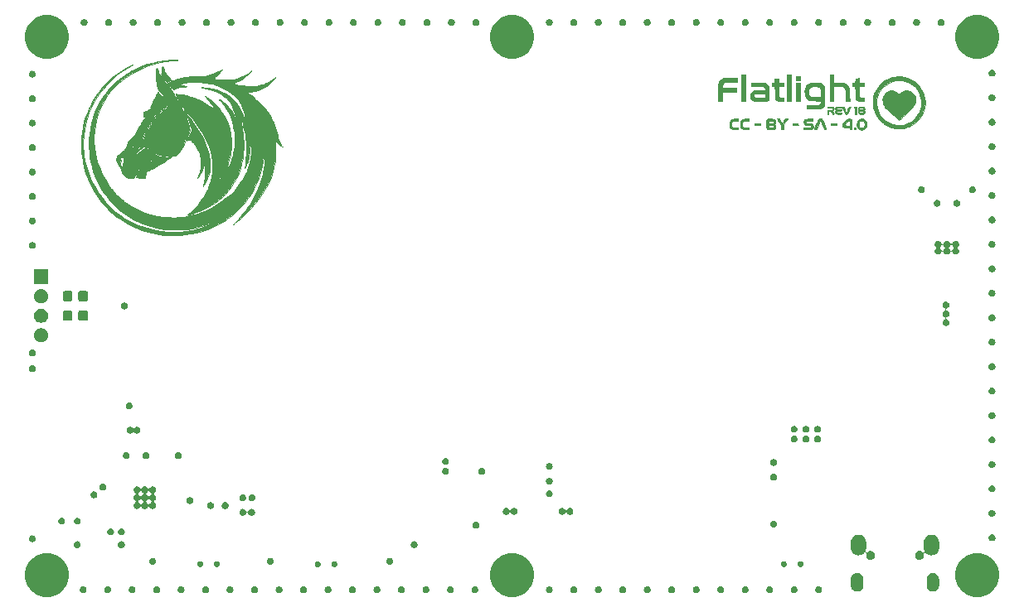
<source format=gbr>
G04 #@! TF.GenerationSoftware,KiCad,Pcbnew,5.1.5*
G04 #@! TF.CreationDate,2020-01-04T17:56:06+01:00*
G04 #@! TF.ProjectId,eside_rev18,65736964-655f-4726-9576-31382e6b6963,rev?*
G04 #@! TF.SameCoordinates,Original*
G04 #@! TF.FileFunction,Soldermask,Top*
G04 #@! TF.FilePolarity,Negative*
%FSLAX46Y46*%
G04 Gerber Fmt 4.6, Leading zero omitted, Abs format (unit mm)*
G04 Created by KiCad (PCBNEW 5.1.5) date 2020-01-04 17:56:06*
%MOMM*%
%LPD*%
G04 APERTURE LIST*
%ADD10C,0.010000*%
%ADD11C,0.100000*%
G04 APERTURE END LIST*
D10*
G36*
X140365204Y-57482965D02*
G01*
X140548783Y-57530246D01*
X140730341Y-57619552D01*
X140773071Y-57647006D01*
X140930920Y-57776035D01*
X141054794Y-57925639D01*
X141143434Y-58091292D01*
X141195581Y-58268469D01*
X141209974Y-58452643D01*
X141185354Y-58639290D01*
X141120462Y-58823882D01*
X141107810Y-58849863D01*
X141065757Y-58924535D01*
X141010588Y-59006654D01*
X140940218Y-59098443D01*
X140852563Y-59202129D01*
X140745539Y-59319937D01*
X140617061Y-59454091D01*
X140465046Y-59606817D01*
X140287408Y-59780340D01*
X140082064Y-59976885D01*
X139846928Y-60198678D01*
X139825920Y-60218374D01*
X139527423Y-60498100D01*
X139053414Y-60101758D01*
X138820057Y-59904710D01*
X138618493Y-59729731D01*
X138446376Y-59573861D01*
X138301354Y-59434144D01*
X138181081Y-59307619D01*
X138083205Y-59191329D01*
X138005380Y-59082315D01*
X137945255Y-58977619D01*
X137900482Y-58874281D01*
X137868712Y-58769345D01*
X137847596Y-58659850D01*
X137837042Y-58569734D01*
X137835921Y-58364628D01*
X137868573Y-58172029D01*
X137931895Y-57995570D01*
X138022781Y-57838885D01*
X138138128Y-57705607D01*
X138274831Y-57599372D01*
X138429786Y-57523811D01*
X138599888Y-57482558D01*
X138769570Y-57478215D01*
X138959548Y-57513126D01*
X139148471Y-57589323D01*
X139334574Y-57705088D01*
X139403174Y-57753439D01*
X139459786Y-57790209D01*
X139495125Y-57809483D01*
X139500748Y-57810999D01*
X139526370Y-57798454D01*
X139574472Y-57765363D01*
X139635234Y-57718542D01*
X139643027Y-57712230D01*
X139818512Y-57592342D01*
X139998449Y-57514106D01*
X140181219Y-57477616D01*
X140365204Y-57482965D01*
G37*
X140365204Y-57482965D02*
X140548783Y-57530246D01*
X140730341Y-57619552D01*
X140773071Y-57647006D01*
X140930920Y-57776035D01*
X141054794Y-57925639D01*
X141143434Y-58091292D01*
X141195581Y-58268469D01*
X141209974Y-58452643D01*
X141185354Y-58639290D01*
X141120462Y-58823882D01*
X141107810Y-58849863D01*
X141065757Y-58924535D01*
X141010588Y-59006654D01*
X140940218Y-59098443D01*
X140852563Y-59202129D01*
X140745539Y-59319937D01*
X140617061Y-59454091D01*
X140465046Y-59606817D01*
X140287408Y-59780340D01*
X140082064Y-59976885D01*
X139846928Y-60198678D01*
X139825920Y-60218374D01*
X139527423Y-60498100D01*
X139053414Y-60101758D01*
X138820057Y-59904710D01*
X138618493Y-59729731D01*
X138446376Y-59573861D01*
X138301354Y-59434144D01*
X138181081Y-59307619D01*
X138083205Y-59191329D01*
X138005380Y-59082315D01*
X137945255Y-58977619D01*
X137900482Y-58874281D01*
X137868712Y-58769345D01*
X137847596Y-58659850D01*
X137837042Y-58569734D01*
X137835921Y-58364628D01*
X137868573Y-58172029D01*
X137931895Y-57995570D01*
X138022781Y-57838885D01*
X138138128Y-57705607D01*
X138274831Y-57599372D01*
X138429786Y-57523811D01*
X138599888Y-57482558D01*
X138769570Y-57478215D01*
X138959548Y-57513126D01*
X139148471Y-57589323D01*
X139334574Y-57705088D01*
X139403174Y-57753439D01*
X139459786Y-57790209D01*
X139495125Y-57809483D01*
X139500748Y-57810999D01*
X139526370Y-57798454D01*
X139574472Y-57765363D01*
X139635234Y-57718542D01*
X139643027Y-57712230D01*
X139818512Y-57592342D01*
X139998449Y-57514106D01*
X140181219Y-57477616D01*
X140365204Y-57482965D01*
G36*
X139703270Y-56042557D02*
G01*
X140010540Y-56084067D01*
X140311196Y-56160662D01*
X140601815Y-56271852D01*
X140878973Y-56417147D01*
X141139247Y-56596058D01*
X141379213Y-56808093D01*
X141595448Y-57052763D01*
X141623045Y-57088813D01*
X141806843Y-57366417D01*
X141951922Y-57656242D01*
X142059014Y-57955155D01*
X142128850Y-58260023D01*
X142162162Y-58567713D01*
X142159682Y-58875092D01*
X142122141Y-59179027D01*
X142050271Y-59476384D01*
X141944804Y-59764031D01*
X141806472Y-60038835D01*
X141636006Y-60297662D01*
X141434137Y-60537379D01*
X141201598Y-60754854D01*
X140939121Y-60946954D01*
X140688570Y-61090199D01*
X140541703Y-61155662D01*
X140368888Y-61218892D01*
X140186406Y-61274695D01*
X140010540Y-61317880D01*
X139923333Y-61334242D01*
X139745266Y-61354531D01*
X139545185Y-61363183D01*
X139340787Y-61360225D01*
X139149769Y-61345686D01*
X139057547Y-61332883D01*
X138774505Y-61267078D01*
X138490087Y-61166400D01*
X138216540Y-61036059D01*
X137966112Y-60881262D01*
X137923855Y-60850774D01*
X137669403Y-60637943D01*
X137448751Y-60402925D01*
X137261909Y-60148888D01*
X137108883Y-59879001D01*
X136989683Y-59596431D01*
X136904317Y-59304346D01*
X136852794Y-59005913D01*
X136835121Y-58704301D01*
X136835371Y-58699641D01*
X137207863Y-58699641D01*
X137216259Y-58924295D01*
X137262483Y-59226524D01*
X137347789Y-59516288D01*
X137469926Y-59790270D01*
X137626641Y-60045151D01*
X137815684Y-60277615D01*
X138034803Y-60484341D01*
X138281747Y-60662014D01*
X138465330Y-60765004D01*
X138631231Y-60838675D01*
X138816614Y-60905066D01*
X139001984Y-60957739D01*
X139129583Y-60984418D01*
X139242067Y-60996978D01*
X139381961Y-61003159D01*
X139534852Y-61003126D01*
X139686326Y-60997042D01*
X139821968Y-60985073D01*
X139886083Y-60975783D01*
X140186907Y-60902439D01*
X140470548Y-60791365D01*
X140734363Y-60644593D01*
X140975708Y-60464152D01*
X141191938Y-60252071D01*
X141380411Y-60010382D01*
X141538481Y-59741112D01*
X141564933Y-59686845D01*
X141671338Y-59415961D01*
X141742715Y-59131758D01*
X141777564Y-58842909D01*
X141774386Y-58558091D01*
X141769258Y-58504208D01*
X141714880Y-58192937D01*
X141623001Y-57898477D01*
X141495771Y-57623343D01*
X141335337Y-57370048D01*
X141143848Y-57141108D01*
X140923454Y-56939036D01*
X140676303Y-56766346D01*
X140404544Y-56625553D01*
X140110326Y-56519170D01*
X140060916Y-56505405D01*
X139976672Y-56483951D01*
X139903151Y-56468672D01*
X139830012Y-56458544D01*
X139746911Y-56452541D01*
X139643505Y-56449639D01*
X139509451Y-56448815D01*
X139489416Y-56448807D01*
X139350317Y-56449455D01*
X139243296Y-56452066D01*
X139158111Y-56457641D01*
X139084518Y-56467180D01*
X139012273Y-56481685D01*
X138931134Y-56502156D01*
X138924143Y-56504030D01*
X138627857Y-56604469D01*
X138353926Y-56738955D01*
X138104356Y-56904648D01*
X137881152Y-57098707D01*
X137686317Y-57318290D01*
X137521858Y-57560557D01*
X137389778Y-57822666D01*
X137292082Y-58101777D01*
X137230775Y-58395049D01*
X137207863Y-58699641D01*
X136835371Y-58699641D01*
X136851308Y-58402677D01*
X136901362Y-58104210D01*
X136985292Y-57812066D01*
X137103106Y-57529414D01*
X137254813Y-57259422D01*
X137440421Y-57005257D01*
X137659939Y-56770087D01*
X137912500Y-56557730D01*
X138187552Y-56378438D01*
X138476533Y-56237171D01*
X138776019Y-56133440D01*
X139082586Y-56066754D01*
X139392811Y-56036623D01*
X139703270Y-56042557D01*
G37*
X139703270Y-56042557D02*
X140010540Y-56084067D01*
X140311196Y-56160662D01*
X140601815Y-56271852D01*
X140878973Y-56417147D01*
X141139247Y-56596058D01*
X141379213Y-56808093D01*
X141595448Y-57052763D01*
X141623045Y-57088813D01*
X141806843Y-57366417D01*
X141951922Y-57656242D01*
X142059014Y-57955155D01*
X142128850Y-58260023D01*
X142162162Y-58567713D01*
X142159682Y-58875092D01*
X142122141Y-59179027D01*
X142050271Y-59476384D01*
X141944804Y-59764031D01*
X141806472Y-60038835D01*
X141636006Y-60297662D01*
X141434137Y-60537379D01*
X141201598Y-60754854D01*
X140939121Y-60946954D01*
X140688570Y-61090199D01*
X140541703Y-61155662D01*
X140368888Y-61218892D01*
X140186406Y-61274695D01*
X140010540Y-61317880D01*
X139923333Y-61334242D01*
X139745266Y-61354531D01*
X139545185Y-61363183D01*
X139340787Y-61360225D01*
X139149769Y-61345686D01*
X139057547Y-61332883D01*
X138774505Y-61267078D01*
X138490087Y-61166400D01*
X138216540Y-61036059D01*
X137966112Y-60881262D01*
X137923855Y-60850774D01*
X137669403Y-60637943D01*
X137448751Y-60402925D01*
X137261909Y-60148888D01*
X137108883Y-59879001D01*
X136989683Y-59596431D01*
X136904317Y-59304346D01*
X136852794Y-59005913D01*
X136835121Y-58704301D01*
X136835371Y-58699641D01*
X137207863Y-58699641D01*
X137216259Y-58924295D01*
X137262483Y-59226524D01*
X137347789Y-59516288D01*
X137469926Y-59790270D01*
X137626641Y-60045151D01*
X137815684Y-60277615D01*
X138034803Y-60484341D01*
X138281747Y-60662014D01*
X138465330Y-60765004D01*
X138631231Y-60838675D01*
X138816614Y-60905066D01*
X139001984Y-60957739D01*
X139129583Y-60984418D01*
X139242067Y-60996978D01*
X139381961Y-61003159D01*
X139534852Y-61003126D01*
X139686326Y-60997042D01*
X139821968Y-60985073D01*
X139886083Y-60975783D01*
X140186907Y-60902439D01*
X140470548Y-60791365D01*
X140734363Y-60644593D01*
X140975708Y-60464152D01*
X141191938Y-60252071D01*
X141380411Y-60010382D01*
X141538481Y-59741112D01*
X141564933Y-59686845D01*
X141671338Y-59415961D01*
X141742715Y-59131758D01*
X141777564Y-58842909D01*
X141774386Y-58558091D01*
X141769258Y-58504208D01*
X141714880Y-58192937D01*
X141623001Y-57898477D01*
X141495771Y-57623343D01*
X141335337Y-57370048D01*
X141143848Y-57141108D01*
X140923454Y-56939036D01*
X140676303Y-56766346D01*
X140404544Y-56625553D01*
X140110326Y-56519170D01*
X140060916Y-56505405D01*
X139976672Y-56483951D01*
X139903151Y-56468672D01*
X139830012Y-56458544D01*
X139746911Y-56452541D01*
X139643505Y-56449639D01*
X139509451Y-56448815D01*
X139489416Y-56448807D01*
X139350317Y-56449455D01*
X139243296Y-56452066D01*
X139158111Y-56457641D01*
X139084518Y-56467180D01*
X139012273Y-56481685D01*
X138931134Y-56502156D01*
X138924143Y-56504030D01*
X138627857Y-56604469D01*
X138353926Y-56738955D01*
X138104356Y-56904648D01*
X137881152Y-57098707D01*
X137686317Y-57318290D01*
X137521858Y-57560557D01*
X137389778Y-57822666D01*
X137292082Y-58101777D01*
X137230775Y-58395049D01*
X137207863Y-58699641D01*
X136835371Y-58699641D01*
X136851308Y-58402677D01*
X136901362Y-58104210D01*
X136985292Y-57812066D01*
X137103106Y-57529414D01*
X137254813Y-57259422D01*
X137440421Y-57005257D01*
X137659939Y-56770087D01*
X137912500Y-56557730D01*
X138187552Y-56378438D01*
X138476533Y-56237171D01*
X138776019Y-56133440D01*
X139082586Y-56066754D01*
X139392811Y-56036623D01*
X139703270Y-56042557D01*
G36*
X129410167Y-56414667D02*
G01*
X129029167Y-56414667D01*
X129029167Y-55970167D01*
X129410167Y-55970167D01*
X129410167Y-56414667D01*
G37*
X129410167Y-56414667D02*
X129029167Y-56414667D01*
X129029167Y-55970167D01*
X129410167Y-55970167D01*
X129410167Y-56414667D01*
G36*
X135426067Y-56450895D02*
G01*
X135432084Y-56679250D01*
X135691375Y-56685193D01*
X135950667Y-56691136D01*
X135950667Y-57049667D01*
X135417654Y-57049667D01*
X135424869Y-57563931D01*
X135427512Y-57728456D01*
X135430536Y-57856060D01*
X135434359Y-57952156D01*
X135439398Y-58022155D01*
X135446071Y-58071471D01*
X135454797Y-58105515D01*
X135465994Y-58129700D01*
X135468925Y-58134380D01*
X135521483Y-58183765D01*
X135605047Y-58216096D01*
X135723027Y-58232386D01*
X135807792Y-58234882D01*
X135950667Y-58235000D01*
X135950667Y-58573667D01*
X135680792Y-58571506D01*
X135570832Y-58568852D01*
X135469753Y-58563212D01*
X135388621Y-58555407D01*
X135338507Y-58546258D01*
X135337832Y-58546046D01*
X135255784Y-58502601D01*
X135176143Y-58431415D01*
X135111911Y-58345733D01*
X135084299Y-58287749D01*
X135074175Y-58246397D01*
X135065840Y-58182321D01*
X135059066Y-58091575D01*
X135053623Y-57970216D01*
X135049282Y-57814297D01*
X135045911Y-57626459D01*
X135037471Y-57049667D01*
X134786500Y-57049667D01*
X134786500Y-56689834D01*
X134912784Y-56689833D01*
X135039068Y-56689833D01*
X135045076Y-56462292D01*
X135051084Y-56234750D01*
X135235567Y-56228645D01*
X135420051Y-56222540D01*
X135426067Y-56450895D01*
G37*
X135426067Y-56450895D02*
X135432084Y-56679250D01*
X135691375Y-56685193D01*
X135950667Y-56691136D01*
X135950667Y-57049667D01*
X135417654Y-57049667D01*
X135424869Y-57563931D01*
X135427512Y-57728456D01*
X135430536Y-57856060D01*
X135434359Y-57952156D01*
X135439398Y-58022155D01*
X135446071Y-58071471D01*
X135454797Y-58105515D01*
X135465994Y-58129700D01*
X135468925Y-58134380D01*
X135521483Y-58183765D01*
X135605047Y-58216096D01*
X135723027Y-58232386D01*
X135807792Y-58234882D01*
X135950667Y-58235000D01*
X135950667Y-58573667D01*
X135680792Y-58571506D01*
X135570832Y-58568852D01*
X135469753Y-58563212D01*
X135388621Y-58555407D01*
X135338507Y-58546258D01*
X135337832Y-58546046D01*
X135255784Y-58502601D01*
X135176143Y-58431415D01*
X135111911Y-58345733D01*
X135084299Y-58287749D01*
X135074175Y-58246397D01*
X135065840Y-58182321D01*
X135059066Y-58091575D01*
X135053623Y-57970216D01*
X135049282Y-57814297D01*
X135045911Y-57626459D01*
X135037471Y-57049667D01*
X134786500Y-57049667D01*
X134786500Y-56689834D01*
X134912784Y-56689833D01*
X135039068Y-56689833D01*
X135045076Y-56462292D01*
X135051084Y-56234750D01*
X135235567Y-56228645D01*
X135420051Y-56222540D01*
X135426067Y-56450895D01*
G36*
X132818000Y-56689834D02*
G01*
X133249028Y-56689833D01*
X133388339Y-56690887D01*
X133520857Y-56693821D01*
X133637886Y-56698297D01*
X133730731Y-56703974D01*
X133790697Y-56710514D01*
X133794069Y-56711112D01*
X133968591Y-56762671D01*
X134122947Y-56846413D01*
X134251995Y-56958335D01*
X134350590Y-57094433D01*
X134388167Y-57173553D01*
X134401754Y-57209725D01*
X134412580Y-57245936D01*
X134421031Y-57287523D01*
X134427495Y-57339822D01*
X134432362Y-57408171D01*
X134436018Y-57497906D01*
X134438853Y-57614364D01*
X134441253Y-57762883D01*
X134443424Y-57933375D01*
X134451103Y-58573667D01*
X134045667Y-58573667D01*
X134045667Y-57973746D01*
X134045565Y-57798462D01*
X134045007Y-57660183D01*
X134043615Y-57553580D01*
X134041010Y-57473325D01*
X134036813Y-57414089D01*
X134030645Y-57370544D01*
X134022129Y-57337361D01*
X134010885Y-57309212D01*
X133996534Y-57280769D01*
X133996412Y-57280538D01*
X133954906Y-57217322D01*
X133899666Y-57168175D01*
X133823318Y-57123750D01*
X133699478Y-57060250D01*
X133258739Y-57052820D01*
X132818000Y-57045389D01*
X132818000Y-58573667D01*
X132437000Y-58573667D01*
X132437000Y-55864334D01*
X132818000Y-55864334D01*
X132818000Y-56689834D01*
G37*
X132818000Y-56689834D02*
X133249028Y-56689833D01*
X133388339Y-56690887D01*
X133520857Y-56693821D01*
X133637886Y-56698297D01*
X133730731Y-56703974D01*
X133790697Y-56710514D01*
X133794069Y-56711112D01*
X133968591Y-56762671D01*
X134122947Y-56846413D01*
X134251995Y-56958335D01*
X134350590Y-57094433D01*
X134388167Y-57173553D01*
X134401754Y-57209725D01*
X134412580Y-57245936D01*
X134421031Y-57287523D01*
X134427495Y-57339822D01*
X134432362Y-57408171D01*
X134436018Y-57497906D01*
X134438853Y-57614364D01*
X134441253Y-57762883D01*
X134443424Y-57933375D01*
X134451103Y-58573667D01*
X134045667Y-58573667D01*
X134045667Y-57973746D01*
X134045565Y-57798462D01*
X134045007Y-57660183D01*
X134043615Y-57553580D01*
X134041010Y-57473325D01*
X134036813Y-57414089D01*
X134030645Y-57370544D01*
X134022129Y-57337361D01*
X134010885Y-57309212D01*
X133996534Y-57280769D01*
X133996412Y-57280538D01*
X133954906Y-57217322D01*
X133899666Y-57168175D01*
X133823318Y-57123750D01*
X133699478Y-57060250D01*
X133258739Y-57052820D01*
X132818000Y-57045389D01*
X132818000Y-58573667D01*
X132437000Y-58573667D01*
X132437000Y-55864334D01*
X132818000Y-55864334D01*
X132818000Y-56689834D01*
G36*
X129410167Y-58573667D02*
G01*
X129029167Y-58573667D01*
X129029167Y-56689834D01*
X129410167Y-56689834D01*
X129410167Y-58573667D01*
G37*
X129410167Y-58573667D02*
X129029167Y-58573667D01*
X129029167Y-56689834D01*
X129410167Y-56689834D01*
X129410167Y-58573667D01*
G36*
X128500000Y-58573667D02*
G01*
X128097834Y-58573667D01*
X128097834Y-55864334D01*
X128500000Y-55864334D01*
X128500000Y-58573667D01*
G37*
X128500000Y-58573667D02*
X128097834Y-58573667D01*
X128097834Y-55864334D01*
X128500000Y-55864334D01*
X128500000Y-58573667D01*
G36*
X127213409Y-56451709D02*
G01*
X127219417Y-56679250D01*
X127478709Y-56685193D01*
X127738000Y-56691136D01*
X127738000Y-57049667D01*
X127204988Y-57049667D01*
X127212202Y-57563931D01*
X127214846Y-57728456D01*
X127217869Y-57856060D01*
X127221692Y-57952156D01*
X127226731Y-58022155D01*
X127233404Y-58071471D01*
X127242130Y-58105515D01*
X127253327Y-58129700D01*
X127256258Y-58134380D01*
X127308817Y-58183765D01*
X127392380Y-58216096D01*
X127510360Y-58232386D01*
X127595125Y-58234882D01*
X127738000Y-58235000D01*
X127738000Y-58573667D01*
X127468125Y-58571506D01*
X127358166Y-58568852D01*
X127257086Y-58563212D01*
X127175955Y-58555407D01*
X127125840Y-58546258D01*
X127125165Y-58546046D01*
X127043117Y-58502601D01*
X126963476Y-58431415D01*
X126899244Y-58345733D01*
X126871633Y-58287749D01*
X126861508Y-58246397D01*
X126853174Y-58182321D01*
X126846399Y-58091575D01*
X126840956Y-57970216D01*
X126836616Y-57814297D01*
X126833244Y-57626459D01*
X126824805Y-57049667D01*
X126573834Y-57049667D01*
X126573834Y-56689834D01*
X126827834Y-56689834D01*
X126827834Y-56224167D01*
X127207401Y-56224167D01*
X127213409Y-56451709D01*
G37*
X127213409Y-56451709D02*
X127219417Y-56679250D01*
X127478709Y-56685193D01*
X127738000Y-56691136D01*
X127738000Y-57049667D01*
X127204988Y-57049667D01*
X127212202Y-57563931D01*
X127214846Y-57728456D01*
X127217869Y-57856060D01*
X127221692Y-57952156D01*
X127226731Y-58022155D01*
X127233404Y-58071471D01*
X127242130Y-58105515D01*
X127253327Y-58129700D01*
X127256258Y-58134380D01*
X127308817Y-58183765D01*
X127392380Y-58216096D01*
X127510360Y-58232386D01*
X127595125Y-58234882D01*
X127738000Y-58235000D01*
X127738000Y-58573667D01*
X127468125Y-58571506D01*
X127358166Y-58568852D01*
X127257086Y-58563212D01*
X127175955Y-58555407D01*
X127125840Y-58546258D01*
X127125165Y-58546046D01*
X127043117Y-58502601D01*
X126963476Y-58431415D01*
X126899244Y-58345733D01*
X126871633Y-58287749D01*
X126861508Y-58246397D01*
X126853174Y-58182321D01*
X126846399Y-58091575D01*
X126840956Y-57970216D01*
X126836616Y-57814297D01*
X126833244Y-57626459D01*
X126824805Y-57049667D01*
X126573834Y-57049667D01*
X126573834Y-56689834D01*
X126827834Y-56689834D01*
X126827834Y-56224167D01*
X127207401Y-56224167D01*
X127213409Y-56451709D01*
G36*
X125109601Y-56694303D02*
G01*
X125804369Y-56700417D01*
X125927897Y-56763917D01*
X126046324Y-56843216D01*
X126132601Y-56944934D01*
X126190115Y-57073965D01*
X126214109Y-57177312D01*
X126223965Y-57266987D01*
X126230311Y-57397657D01*
X126233116Y-57568129D01*
X126232350Y-57777208D01*
X126231377Y-57849967D01*
X126229164Y-58031102D01*
X126226046Y-58179319D01*
X126218135Y-58297897D01*
X126201543Y-58390109D01*
X126172385Y-58459233D01*
X126126772Y-58508543D01*
X126060817Y-58541315D01*
X125970633Y-58560825D01*
X125852333Y-58570349D01*
X125702029Y-58573162D01*
X125515835Y-58572539D01*
X125374718Y-58571848D01*
X125212887Y-58570858D01*
X125062804Y-58568946D01*
X124930252Y-58566264D01*
X124821014Y-58562961D01*
X124740874Y-58559192D01*
X124695616Y-58555106D01*
X124689863Y-58553890D01*
X124554062Y-58492486D01*
X124446705Y-58401149D01*
X124369572Y-58282825D01*
X124324441Y-58140459D01*
X124313993Y-57989956D01*
X124689119Y-57989956D01*
X124708048Y-58071510D01*
X124756956Y-58140730D01*
X124833173Y-58187278D01*
X124844790Y-58191078D01*
X124885831Y-58196921D01*
X124961769Y-58201713D01*
X125065180Y-58205224D01*
X125188634Y-58207222D01*
X125324706Y-58207475D01*
X125362845Y-58207213D01*
X125516280Y-58205423D01*
X125632536Y-58202850D01*
X125716764Y-58199102D01*
X125774117Y-58193788D01*
X125809748Y-58186517D01*
X125828808Y-58176899D01*
X125833479Y-58171500D01*
X125842611Y-58136782D01*
X125849645Y-58071632D01*
X125853466Y-57987942D01*
X125853843Y-57954542D01*
X125854167Y-57769334D01*
X124813744Y-57769334D01*
X124751872Y-57831205D01*
X124702837Y-57906408D01*
X124689119Y-57989956D01*
X124313993Y-57989956D01*
X124313093Y-57976999D01*
X124315655Y-57934224D01*
X124342576Y-57787434D01*
X124397782Y-57670784D01*
X124483904Y-57581194D01*
X124603572Y-57515584D01*
X124699739Y-57484558D01*
X124754184Y-57473269D01*
X124823025Y-57464700D01*
X124911934Y-57458563D01*
X125026582Y-57454567D01*
X125172643Y-57452421D01*
X125340031Y-57451834D01*
X125854167Y-57451834D01*
X125854134Y-57361875D01*
X125837504Y-57251687D01*
X125790995Y-57159375D01*
X125719555Y-57094127D01*
X125706000Y-57086741D01*
X125680084Y-57075830D01*
X125647695Y-57067266D01*
X125603742Y-57060772D01*
X125543137Y-57056073D01*
X125460788Y-57052893D01*
X125351608Y-57050955D01*
X125210505Y-57049983D01*
X125032391Y-57049701D01*
X125023375Y-57049700D01*
X124414834Y-57049667D01*
X124414834Y-56688190D01*
X125109601Y-56694303D01*
G37*
X125109601Y-56694303D02*
X125804369Y-56700417D01*
X125927897Y-56763917D01*
X126046324Y-56843216D01*
X126132601Y-56944934D01*
X126190115Y-57073965D01*
X126214109Y-57177312D01*
X126223965Y-57266987D01*
X126230311Y-57397657D01*
X126233116Y-57568129D01*
X126232350Y-57777208D01*
X126231377Y-57849967D01*
X126229164Y-58031102D01*
X126226046Y-58179319D01*
X126218135Y-58297897D01*
X126201543Y-58390109D01*
X126172385Y-58459233D01*
X126126772Y-58508543D01*
X126060817Y-58541315D01*
X125970633Y-58560825D01*
X125852333Y-58570349D01*
X125702029Y-58573162D01*
X125515835Y-58572539D01*
X125374718Y-58571848D01*
X125212887Y-58570858D01*
X125062804Y-58568946D01*
X124930252Y-58566264D01*
X124821014Y-58562961D01*
X124740874Y-58559192D01*
X124695616Y-58555106D01*
X124689863Y-58553890D01*
X124554062Y-58492486D01*
X124446705Y-58401149D01*
X124369572Y-58282825D01*
X124324441Y-58140459D01*
X124313993Y-57989956D01*
X124689119Y-57989956D01*
X124708048Y-58071510D01*
X124756956Y-58140730D01*
X124833173Y-58187278D01*
X124844790Y-58191078D01*
X124885831Y-58196921D01*
X124961769Y-58201713D01*
X125065180Y-58205224D01*
X125188634Y-58207222D01*
X125324706Y-58207475D01*
X125362845Y-58207213D01*
X125516280Y-58205423D01*
X125632536Y-58202850D01*
X125716764Y-58199102D01*
X125774117Y-58193788D01*
X125809748Y-58186517D01*
X125828808Y-58176899D01*
X125833479Y-58171500D01*
X125842611Y-58136782D01*
X125849645Y-58071632D01*
X125853466Y-57987942D01*
X125853843Y-57954542D01*
X125854167Y-57769334D01*
X124813744Y-57769334D01*
X124751872Y-57831205D01*
X124702837Y-57906408D01*
X124689119Y-57989956D01*
X124313993Y-57989956D01*
X124313093Y-57976999D01*
X124315655Y-57934224D01*
X124342576Y-57787434D01*
X124397782Y-57670784D01*
X124483904Y-57581194D01*
X124603572Y-57515584D01*
X124699739Y-57484558D01*
X124754184Y-57473269D01*
X124823025Y-57464700D01*
X124911934Y-57458563D01*
X125026582Y-57454567D01*
X125172643Y-57452421D01*
X125340031Y-57451834D01*
X125854167Y-57451834D01*
X125854134Y-57361875D01*
X125837504Y-57251687D01*
X125790995Y-57159375D01*
X125719555Y-57094127D01*
X125706000Y-57086741D01*
X125680084Y-57075830D01*
X125647695Y-57067266D01*
X125603742Y-57060772D01*
X125543137Y-57056073D01*
X125460788Y-57052893D01*
X125351608Y-57050955D01*
X125210505Y-57049983D01*
X125032391Y-57049701D01*
X125023375Y-57049700D01*
X124414834Y-57049667D01*
X124414834Y-56688190D01*
X125109601Y-56694303D01*
G36*
X123801000Y-58573667D02*
G01*
X123420000Y-58573667D01*
X123420000Y-55864334D01*
X123801000Y-55864334D01*
X123801000Y-58573667D01*
G37*
X123801000Y-58573667D02*
X123420000Y-58573667D01*
X123420000Y-55864334D01*
X123801000Y-55864334D01*
X123801000Y-58573667D01*
G36*
X122954334Y-56369482D02*
G01*
X122954334Y-56581054D01*
X122356375Y-56587819D01*
X122181652Y-56589879D01*
X122043926Y-56591952D01*
X121937866Y-56594500D01*
X121858138Y-56597981D01*
X121799409Y-56602856D01*
X121756348Y-56609584D01*
X121723620Y-56618626D01*
X121695892Y-56630441D01*
X121667833Y-56645488D01*
X121664249Y-56647500D01*
X121587177Y-56700716D01*
X121533863Y-56764611D01*
X121500053Y-56847896D01*
X121481499Y-56959284D01*
X121476408Y-57032446D01*
X121467489Y-57219000D01*
X122933167Y-57219000D01*
X122933167Y-57621167D01*
X121472667Y-57621167D01*
X121472667Y-58573667D01*
X121049334Y-58573667D01*
X121049334Y-57719947D01*
X121050015Y-57462506D01*
X121052042Y-57241790D01*
X121055387Y-57058902D01*
X121060021Y-56914945D01*
X121065919Y-56811023D01*
X121073052Y-56748237D01*
X121073584Y-56745475D01*
X121126531Y-56583253D01*
X121214994Y-56443329D01*
X121337530Y-56327361D01*
X121492694Y-56237010D01*
X121530191Y-56221084D01*
X121566535Y-56207235D01*
X121602204Y-56196193D01*
X121642489Y-56187575D01*
X121692679Y-56180998D01*
X121758066Y-56176079D01*
X121843940Y-56172433D01*
X121955591Y-56169676D01*
X122098310Y-56167426D01*
X122277386Y-56165298D01*
X122303459Y-56165013D01*
X122954333Y-56157910D01*
X122954334Y-56369482D01*
G37*
X122954334Y-56369482D02*
X122954334Y-56581054D01*
X122356375Y-56587819D01*
X122181652Y-56589879D01*
X122043926Y-56591952D01*
X121937866Y-56594500D01*
X121858138Y-56597981D01*
X121799409Y-56602856D01*
X121756348Y-56609584D01*
X121723620Y-56618626D01*
X121695892Y-56630441D01*
X121667833Y-56645488D01*
X121664249Y-56647500D01*
X121587177Y-56700716D01*
X121533863Y-56764611D01*
X121500053Y-56847896D01*
X121481499Y-56959284D01*
X121476408Y-57032446D01*
X121467489Y-57219000D01*
X122933167Y-57219000D01*
X122933167Y-57621167D01*
X121472667Y-57621167D01*
X121472667Y-58573667D01*
X121049334Y-58573667D01*
X121049334Y-57719947D01*
X121050015Y-57462506D01*
X121052042Y-57241790D01*
X121055387Y-57058902D01*
X121060021Y-56914945D01*
X121065919Y-56811023D01*
X121073052Y-56748237D01*
X121073584Y-56745475D01*
X121126531Y-56583253D01*
X121214994Y-56443329D01*
X121337530Y-56327361D01*
X121492694Y-56237010D01*
X121530191Y-56221084D01*
X121566535Y-56207235D01*
X121602204Y-56196193D01*
X121642489Y-56187575D01*
X121692679Y-56180998D01*
X121758066Y-56176079D01*
X121843940Y-56172433D01*
X121955591Y-56169676D01*
X122098310Y-56167426D01*
X122277386Y-56165298D01*
X122303459Y-56165013D01*
X122954333Y-56157910D01*
X122954334Y-56369482D01*
G36*
X130934046Y-56692881D02*
G01*
X130992302Y-56693644D01*
X131143554Y-56696016D01*
X131258983Y-56698580D01*
X131345097Y-56702066D01*
X131408403Y-56707207D01*
X131455408Y-56714734D01*
X131492620Y-56725378D01*
X131526547Y-56739871D01*
X131561118Y-56757585D01*
X131689603Y-56847585D01*
X131788118Y-56966630D01*
X131857365Y-57115717D01*
X131884059Y-57214750D01*
X131891030Y-57270521D01*
X131896816Y-57362124D01*
X131901419Y-57483073D01*
X131904843Y-57626884D01*
X131907091Y-57787072D01*
X131908167Y-57957151D01*
X131908074Y-58130636D01*
X131906817Y-58301043D01*
X131904397Y-58461886D01*
X131900819Y-58606681D01*
X131896085Y-58728943D01*
X131890201Y-58822186D01*
X131883175Y-58879889D01*
X131846682Y-58995538D01*
X131788788Y-59103447D01*
X131717382Y-59191067D01*
X131659227Y-59236193D01*
X131609569Y-59262605D01*
X131557913Y-59283931D01*
X131499217Y-59300703D01*
X131428440Y-59313450D01*
X131340539Y-59322705D01*
X131230473Y-59328998D01*
X131093200Y-59332860D01*
X130923678Y-59334822D01*
X130717209Y-59335416D01*
X130066334Y-59335667D01*
X130066334Y-58980069D01*
X130685459Y-58972076D01*
X130867697Y-58969457D01*
X131012552Y-58966617D01*
X131124972Y-58963231D01*
X131209908Y-58958979D01*
X131272307Y-58953538D01*
X131317120Y-58946584D01*
X131349297Y-58937796D01*
X131373017Y-58927266D01*
X131439563Y-58874800D01*
X131485156Y-58797200D01*
X131513000Y-58688137D01*
X131519535Y-58637698D01*
X131532864Y-58510167D01*
X131090640Y-58510044D01*
X130948972Y-58509029D01*
X130813483Y-58506271D01*
X130692898Y-58502083D01*
X130595940Y-58496778D01*
X130531333Y-58490670D01*
X130525211Y-58489743D01*
X130348517Y-58442611D01*
X130196498Y-58364246D01*
X130072368Y-58256849D01*
X129979341Y-58122621D01*
X129974230Y-58112584D01*
X129926710Y-58000464D01*
X129895719Y-57882955D01*
X129878944Y-57747986D01*
X129875376Y-57631879D01*
X130255114Y-57631879D01*
X130266978Y-57768028D01*
X130298368Y-57891177D01*
X130349600Y-57991060D01*
X130370335Y-58016538D01*
X130410522Y-58056328D01*
X130452784Y-58087298D01*
X130502888Y-58110548D01*
X130566604Y-58127175D01*
X130649699Y-58138277D01*
X130757942Y-58144952D01*
X130897100Y-58148298D01*
X131068373Y-58149404D01*
X131530662Y-58150334D01*
X131523087Y-57732292D01*
X131520098Y-57586725D01*
X131516653Y-57476727D01*
X131512031Y-57395537D01*
X131505513Y-57336390D01*
X131496378Y-57292524D01*
X131483907Y-57257177D01*
X131469312Y-57227205D01*
X131431249Y-57167693D01*
X131384762Y-57123639D01*
X131323051Y-57092605D01*
X131239314Y-57072155D01*
X131126748Y-57059850D01*
X130984278Y-57053411D01*
X130812103Y-57051928D01*
X130675608Y-57058968D01*
X130568796Y-57075646D01*
X130485666Y-57103076D01*
X130420220Y-57142376D01*
X130396600Y-57162654D01*
X130333519Y-57248119D01*
X130288700Y-57361657D01*
X130262460Y-57492999D01*
X130255114Y-57631879D01*
X129875376Y-57631879D01*
X129874070Y-57589417D01*
X129884061Y-57386913D01*
X129915067Y-57217311D01*
X129968636Y-57075920D01*
X130046315Y-56958049D01*
X130101546Y-56899985D01*
X130172514Y-56837727D01*
X130240526Y-56788736D01*
X130311788Y-56751573D01*
X130392507Y-56724802D01*
X130488886Y-56706984D01*
X130607132Y-56696683D01*
X130753450Y-56692461D01*
X130934046Y-56692881D01*
G37*
X130934046Y-56692881D02*
X130992302Y-56693644D01*
X131143554Y-56696016D01*
X131258983Y-56698580D01*
X131345097Y-56702066D01*
X131408403Y-56707207D01*
X131455408Y-56714734D01*
X131492620Y-56725378D01*
X131526547Y-56739871D01*
X131561118Y-56757585D01*
X131689603Y-56847585D01*
X131788118Y-56966630D01*
X131857365Y-57115717D01*
X131884059Y-57214750D01*
X131891030Y-57270521D01*
X131896816Y-57362124D01*
X131901419Y-57483073D01*
X131904843Y-57626884D01*
X131907091Y-57787072D01*
X131908167Y-57957151D01*
X131908074Y-58130636D01*
X131906817Y-58301043D01*
X131904397Y-58461886D01*
X131900819Y-58606681D01*
X131896085Y-58728943D01*
X131890201Y-58822186D01*
X131883175Y-58879889D01*
X131846682Y-58995538D01*
X131788788Y-59103447D01*
X131717382Y-59191067D01*
X131659227Y-59236193D01*
X131609569Y-59262605D01*
X131557913Y-59283931D01*
X131499217Y-59300703D01*
X131428440Y-59313450D01*
X131340539Y-59322705D01*
X131230473Y-59328998D01*
X131093200Y-59332860D01*
X130923678Y-59334822D01*
X130717209Y-59335416D01*
X130066334Y-59335667D01*
X130066334Y-58980069D01*
X130685459Y-58972076D01*
X130867697Y-58969457D01*
X131012552Y-58966617D01*
X131124972Y-58963231D01*
X131209908Y-58958979D01*
X131272307Y-58953538D01*
X131317120Y-58946584D01*
X131349297Y-58937796D01*
X131373017Y-58927266D01*
X131439563Y-58874800D01*
X131485156Y-58797200D01*
X131513000Y-58688137D01*
X131519535Y-58637698D01*
X131532864Y-58510167D01*
X131090640Y-58510044D01*
X130948972Y-58509029D01*
X130813483Y-58506271D01*
X130692898Y-58502083D01*
X130595940Y-58496778D01*
X130531333Y-58490670D01*
X130525211Y-58489743D01*
X130348517Y-58442611D01*
X130196498Y-58364246D01*
X130072368Y-58256849D01*
X129979341Y-58122621D01*
X129974230Y-58112584D01*
X129926710Y-58000464D01*
X129895719Y-57882955D01*
X129878944Y-57747986D01*
X129875376Y-57631879D01*
X130255114Y-57631879D01*
X130266978Y-57768028D01*
X130298368Y-57891177D01*
X130349600Y-57991060D01*
X130370335Y-58016538D01*
X130410522Y-58056328D01*
X130452784Y-58087298D01*
X130502888Y-58110548D01*
X130566604Y-58127175D01*
X130649699Y-58138277D01*
X130757942Y-58144952D01*
X130897100Y-58148298D01*
X131068373Y-58149404D01*
X131530662Y-58150334D01*
X131523087Y-57732292D01*
X131520098Y-57586725D01*
X131516653Y-57476727D01*
X131512031Y-57395537D01*
X131505513Y-57336390D01*
X131496378Y-57292524D01*
X131483907Y-57257177D01*
X131469312Y-57227205D01*
X131431249Y-57167693D01*
X131384762Y-57123639D01*
X131323051Y-57092605D01*
X131239314Y-57072155D01*
X131126748Y-57059850D01*
X130984278Y-57053411D01*
X130812103Y-57051928D01*
X130675608Y-57058968D01*
X130568796Y-57075646D01*
X130485666Y-57103076D01*
X130420220Y-57142376D01*
X130396600Y-57162654D01*
X130333519Y-57248119D01*
X130288700Y-57361657D01*
X130262460Y-57492999D01*
X130255114Y-57631879D01*
X129875376Y-57631879D01*
X129874070Y-57589417D01*
X129884061Y-57386913D01*
X129915067Y-57217311D01*
X129968636Y-57075920D01*
X130046315Y-56958049D01*
X130101546Y-56899985D01*
X130172514Y-56837727D01*
X130240526Y-56788736D01*
X130311788Y-56751573D01*
X130392507Y-56724802D01*
X130488886Y-56706984D01*
X130607132Y-56696683D01*
X130753450Y-56692461D01*
X130934046Y-56692881D01*
G36*
X64346874Y-55109467D02*
G01*
X64389181Y-55192514D01*
X64430227Y-55287990D01*
X64465511Y-55383621D01*
X64490531Y-55467135D01*
X64500784Y-55526257D01*
X64500833Y-55529185D01*
X64513930Y-55557146D01*
X64550522Y-55611817D01*
X64606559Y-55687761D01*
X64677992Y-55779541D01*
X64760772Y-55881720D01*
X64786367Y-55912574D01*
X64874530Y-56018692D01*
X64955812Y-56117290D01*
X65025415Y-56202486D01*
X65078538Y-56268396D01*
X65110380Y-56309137D01*
X65114251Y-56314417D01*
X65156601Y-56373892D01*
X65108634Y-56405321D01*
X65074686Y-56425048D01*
X65016854Y-56456311D01*
X64944881Y-56494107D01*
X64868511Y-56533432D01*
X64797486Y-56569282D01*
X64741552Y-56596653D01*
X64710450Y-56610541D01*
X64707490Y-56611333D01*
X64693622Y-56595192D01*
X64658518Y-56550234D01*
X64606143Y-56481655D01*
X64540465Y-56394653D01*
X64465449Y-56294423D01*
X64458312Y-56284847D01*
X64380018Y-56177544D01*
X64309241Y-56076397D01*
X64250568Y-55988290D01*
X64208582Y-55920104D01*
X64188011Y-55879139D01*
X64178297Y-55842656D01*
X64173619Y-55799243D01*
X64174266Y-55741421D01*
X64180530Y-55661713D01*
X64192698Y-55552640D01*
X64204289Y-55459500D01*
X64220143Y-55339177D01*
X64235599Y-55229350D01*
X64249343Y-55138824D01*
X64260061Y-55076407D01*
X64264375Y-55056550D01*
X64281111Y-54994018D01*
X64346874Y-55109467D01*
G37*
X64346874Y-55109467D02*
X64389181Y-55192514D01*
X64430227Y-55287990D01*
X64465511Y-55383621D01*
X64490531Y-55467135D01*
X64500784Y-55526257D01*
X64500833Y-55529185D01*
X64513930Y-55557146D01*
X64550522Y-55611817D01*
X64606559Y-55687761D01*
X64677992Y-55779541D01*
X64760772Y-55881720D01*
X64786367Y-55912574D01*
X64874530Y-56018692D01*
X64955812Y-56117290D01*
X65025415Y-56202486D01*
X65078538Y-56268396D01*
X65110380Y-56309137D01*
X65114251Y-56314417D01*
X65156601Y-56373892D01*
X65108634Y-56405321D01*
X65074686Y-56425048D01*
X65016854Y-56456311D01*
X64944881Y-56494107D01*
X64868511Y-56533432D01*
X64797486Y-56569282D01*
X64741552Y-56596653D01*
X64710450Y-56610541D01*
X64707490Y-56611333D01*
X64693622Y-56595192D01*
X64658518Y-56550234D01*
X64606143Y-56481655D01*
X64540465Y-56394653D01*
X64465449Y-56294423D01*
X64458312Y-56284847D01*
X64380018Y-56177544D01*
X64309241Y-56076397D01*
X64250568Y-55988290D01*
X64208582Y-55920104D01*
X64188011Y-55879139D01*
X64178297Y-55842656D01*
X64173619Y-55799243D01*
X64174266Y-55741421D01*
X64180530Y-55661713D01*
X64192698Y-55552640D01*
X64204289Y-55459500D01*
X64220143Y-55339177D01*
X64235599Y-55229350D01*
X64249343Y-55138824D01*
X64260061Y-55076407D01*
X64264375Y-55056550D01*
X64281111Y-54994018D01*
X64346874Y-55109467D01*
G36*
X62547171Y-59947846D02*
G01*
X62621591Y-59962633D01*
X62728596Y-59991567D01*
X62782897Y-60007555D01*
X62909851Y-60043406D01*
X63005408Y-60065065D01*
X63077490Y-60074019D01*
X63128810Y-60072448D01*
X63220250Y-60061255D01*
X63114416Y-60112995D01*
X63041121Y-60146427D01*
X62987513Y-60160790D01*
X62936279Y-60157589D01*
X62870105Y-60138323D01*
X62860416Y-60135030D01*
X62796487Y-60114124D01*
X62710605Y-60087269D01*
X62622291Y-60060556D01*
X62534619Y-60030525D01*
X62482543Y-60003449D01*
X62468833Y-59984690D01*
X62475851Y-59959243D01*
X62500278Y-59946839D01*
X62547171Y-59947846D01*
G37*
X62547171Y-59947846D02*
X62621591Y-59962633D01*
X62728596Y-59991567D01*
X62782897Y-60007555D01*
X62909851Y-60043406D01*
X63005408Y-60065065D01*
X63077490Y-60074019D01*
X63128810Y-60072448D01*
X63220250Y-60061255D01*
X63114416Y-60112995D01*
X63041121Y-60146427D01*
X62987513Y-60160790D01*
X62936279Y-60157589D01*
X62870105Y-60138323D01*
X62860416Y-60135030D01*
X62796487Y-60114124D01*
X62710605Y-60087269D01*
X62622291Y-60060556D01*
X62534619Y-60030525D01*
X62482543Y-60003449D01*
X62468833Y-59984690D01*
X62475851Y-59959243D01*
X62500278Y-59946839D01*
X62547171Y-59947846D01*
G36*
X63714244Y-55148424D02*
G01*
X63742060Y-55199187D01*
X63775899Y-55273687D01*
X63812247Y-55363657D01*
X63847592Y-55460830D01*
X63878420Y-55556938D01*
X63880367Y-55563583D01*
X63893823Y-55610469D01*
X63905696Y-55649776D01*
X63918660Y-55685512D01*
X63935385Y-55721689D01*
X63958545Y-55762317D01*
X63990810Y-55811404D01*
X64034854Y-55872962D01*
X64093349Y-55951000D01*
X64168966Y-56049529D01*
X64264377Y-56172558D01*
X64382255Y-56324097D01*
X64416332Y-56367916D01*
X64590581Y-56592665D01*
X64740965Y-56788133D01*
X64870195Y-56957989D01*
X64980980Y-57105906D01*
X65076032Y-57235555D01*
X65158061Y-57350605D01*
X65229776Y-57454730D01*
X65293888Y-57551599D01*
X65318491Y-57589890D01*
X65381692Y-57693260D01*
X65447519Y-57808150D01*
X65512816Y-57928219D01*
X65574429Y-58047127D01*
X65629204Y-58158531D01*
X65673987Y-58256091D01*
X65705622Y-58333466D01*
X65720956Y-58384314D01*
X65721105Y-58399240D01*
X65715904Y-58408900D01*
X65705476Y-58421405D01*
X65687431Y-58438491D01*
X65659378Y-58461895D01*
X65618928Y-58493354D01*
X65563691Y-58534603D01*
X65491277Y-58587381D01*
X65399296Y-58653423D01*
X65285358Y-58734466D01*
X65147073Y-58832248D01*
X64982051Y-58948503D01*
X64787902Y-59084970D01*
X64562236Y-59243385D01*
X64480533Y-59300712D01*
X63602984Y-59916382D01*
X63326950Y-59979655D01*
X63050916Y-60042927D01*
X62828666Y-59965607D01*
X62700383Y-59920984D01*
X62606428Y-59888712D01*
X62541090Y-59867394D01*
X62498657Y-59855637D01*
X62473419Y-59852046D01*
X62459662Y-59855226D01*
X62451677Y-59863782D01*
X62446437Y-59872263D01*
X62436068Y-59908827D01*
X62428937Y-59972391D01*
X62426824Y-60032449D01*
X62420819Y-60125613D01*
X62403494Y-60179164D01*
X62396423Y-60187111D01*
X62378289Y-60195253D01*
X62366557Y-60177722D01*
X62357877Y-60127478D01*
X62354825Y-60099744D01*
X62343149Y-59969558D01*
X62336070Y-59854843D01*
X62333742Y-59762119D01*
X62336317Y-59697905D01*
X62343949Y-59668721D01*
X62344685Y-59668154D01*
X62372145Y-59657505D01*
X62430014Y-59638654D01*
X62507961Y-59614904D01*
X62546974Y-59603459D01*
X62602105Y-59586912D01*
X62650336Y-59570057D01*
X62696804Y-59549641D01*
X62746645Y-59522407D01*
X62804996Y-59485099D01*
X62876994Y-59434461D01*
X62967774Y-59367239D01*
X63082473Y-59280176D01*
X63204482Y-59186704D01*
X63361397Y-59066234D01*
X63487191Y-58969419D01*
X63584368Y-58894188D01*
X63655426Y-58838470D01*
X63702869Y-58800195D01*
X63729196Y-58777293D01*
X63736909Y-58767693D01*
X63728509Y-58769324D01*
X63706497Y-58780116D01*
X63675333Y-58796927D01*
X63567562Y-58855410D01*
X63456261Y-58914899D01*
X63347979Y-58971996D01*
X63249267Y-59023303D01*
X63166673Y-59065422D01*
X63106749Y-59094954D01*
X63076042Y-59108502D01*
X63073836Y-59109000D01*
X63080685Y-59090958D01*
X63104281Y-59040112D01*
X63142162Y-58961379D01*
X63191861Y-58859679D01*
X63250916Y-58739928D01*
X63316860Y-58607044D01*
X63387231Y-58465947D01*
X63459563Y-58321553D01*
X63507105Y-58227055D01*
X64783055Y-58227055D01*
X64785961Y-58239639D01*
X64797166Y-58241166D01*
X64814589Y-58233422D01*
X64811277Y-58227055D01*
X64786157Y-58224522D01*
X64783055Y-58227055D01*
X63507105Y-58227055D01*
X63531392Y-58178782D01*
X63600254Y-58042550D01*
X63663683Y-57917776D01*
X63719217Y-57809379D01*
X63764389Y-57722276D01*
X63796737Y-57661384D01*
X63813794Y-57631624D01*
X63814908Y-57630116D01*
X63829005Y-57631900D01*
X63860939Y-57653149D01*
X63913336Y-57696089D01*
X63988825Y-57762945D01*
X64090034Y-57855941D01*
X64170882Y-57931483D01*
X64415975Y-58161549D01*
X64577142Y-58191981D01*
X64654319Y-58205418D01*
X64713615Y-58213607D01*
X64744395Y-58215136D01*
X64746285Y-58214436D01*
X64732093Y-58204092D01*
X64687243Y-58184401D01*
X64621208Y-58159494D01*
X64616416Y-58157796D01*
X64565845Y-58138633D01*
X64521776Y-58117301D01*
X64478193Y-58088913D01*
X64429084Y-58048581D01*
X64368432Y-57991419D01*
X64290223Y-57912539D01*
X64201455Y-57820608D01*
X64110358Y-57724508D01*
X64026444Y-57633663D01*
X63955425Y-57554437D01*
X63903012Y-57493191D01*
X63876005Y-57458000D01*
X63840918Y-57385984D01*
X63804524Y-57278732D01*
X63768223Y-57143255D01*
X63733416Y-56986563D01*
X63701505Y-56815666D01*
X63673888Y-56637576D01*
X63651968Y-56459302D01*
X63637144Y-56287855D01*
X63634960Y-56251500D01*
X63629481Y-56111136D01*
X63627474Y-55961473D01*
X63628621Y-55808351D01*
X63632606Y-55657610D01*
X63639110Y-55515089D01*
X63647816Y-55386630D01*
X63658406Y-55278073D01*
X63670564Y-55195257D01*
X63683970Y-55144023D01*
X63695965Y-55129666D01*
X63714244Y-55148424D01*
G37*
X63714244Y-55148424D02*
X63742060Y-55199187D01*
X63775899Y-55273687D01*
X63812247Y-55363657D01*
X63847592Y-55460830D01*
X63878420Y-55556938D01*
X63880367Y-55563583D01*
X63893823Y-55610469D01*
X63905696Y-55649776D01*
X63918660Y-55685512D01*
X63935385Y-55721689D01*
X63958545Y-55762317D01*
X63990810Y-55811404D01*
X64034854Y-55872962D01*
X64093349Y-55951000D01*
X64168966Y-56049529D01*
X64264377Y-56172558D01*
X64382255Y-56324097D01*
X64416332Y-56367916D01*
X64590581Y-56592665D01*
X64740965Y-56788133D01*
X64870195Y-56957989D01*
X64980980Y-57105906D01*
X65076032Y-57235555D01*
X65158061Y-57350605D01*
X65229776Y-57454730D01*
X65293888Y-57551599D01*
X65318491Y-57589890D01*
X65381692Y-57693260D01*
X65447519Y-57808150D01*
X65512816Y-57928219D01*
X65574429Y-58047127D01*
X65629204Y-58158531D01*
X65673987Y-58256091D01*
X65705622Y-58333466D01*
X65720956Y-58384314D01*
X65721105Y-58399240D01*
X65715904Y-58408900D01*
X65705476Y-58421405D01*
X65687431Y-58438491D01*
X65659378Y-58461895D01*
X65618928Y-58493354D01*
X65563691Y-58534603D01*
X65491277Y-58587381D01*
X65399296Y-58653423D01*
X65285358Y-58734466D01*
X65147073Y-58832248D01*
X64982051Y-58948503D01*
X64787902Y-59084970D01*
X64562236Y-59243385D01*
X64480533Y-59300712D01*
X63602984Y-59916382D01*
X63326950Y-59979655D01*
X63050916Y-60042927D01*
X62828666Y-59965607D01*
X62700383Y-59920984D01*
X62606428Y-59888712D01*
X62541090Y-59867394D01*
X62498657Y-59855637D01*
X62473419Y-59852046D01*
X62459662Y-59855226D01*
X62451677Y-59863782D01*
X62446437Y-59872263D01*
X62436068Y-59908827D01*
X62428937Y-59972391D01*
X62426824Y-60032449D01*
X62420819Y-60125613D01*
X62403494Y-60179164D01*
X62396423Y-60187111D01*
X62378289Y-60195253D01*
X62366557Y-60177722D01*
X62357877Y-60127478D01*
X62354825Y-60099744D01*
X62343149Y-59969558D01*
X62336070Y-59854843D01*
X62333742Y-59762119D01*
X62336317Y-59697905D01*
X62343949Y-59668721D01*
X62344685Y-59668154D01*
X62372145Y-59657505D01*
X62430014Y-59638654D01*
X62507961Y-59614904D01*
X62546974Y-59603459D01*
X62602105Y-59586912D01*
X62650336Y-59570057D01*
X62696804Y-59549641D01*
X62746645Y-59522407D01*
X62804996Y-59485099D01*
X62876994Y-59434461D01*
X62967774Y-59367239D01*
X63082473Y-59280176D01*
X63204482Y-59186704D01*
X63361397Y-59066234D01*
X63487191Y-58969419D01*
X63584368Y-58894188D01*
X63655426Y-58838470D01*
X63702869Y-58800195D01*
X63729196Y-58777293D01*
X63736909Y-58767693D01*
X63728509Y-58769324D01*
X63706497Y-58780116D01*
X63675333Y-58796927D01*
X63567562Y-58855410D01*
X63456261Y-58914899D01*
X63347979Y-58971996D01*
X63249267Y-59023303D01*
X63166673Y-59065422D01*
X63106749Y-59094954D01*
X63076042Y-59108502D01*
X63073836Y-59109000D01*
X63080685Y-59090958D01*
X63104281Y-59040112D01*
X63142162Y-58961379D01*
X63191861Y-58859679D01*
X63250916Y-58739928D01*
X63316860Y-58607044D01*
X63387231Y-58465947D01*
X63459563Y-58321553D01*
X63507105Y-58227055D01*
X64783055Y-58227055D01*
X64785961Y-58239639D01*
X64797166Y-58241166D01*
X64814589Y-58233422D01*
X64811277Y-58227055D01*
X64786157Y-58224522D01*
X64783055Y-58227055D01*
X63507105Y-58227055D01*
X63531392Y-58178782D01*
X63600254Y-58042550D01*
X63663683Y-57917776D01*
X63719217Y-57809379D01*
X63764389Y-57722276D01*
X63796737Y-57661384D01*
X63813794Y-57631624D01*
X63814908Y-57630116D01*
X63829005Y-57631900D01*
X63860939Y-57653149D01*
X63913336Y-57696089D01*
X63988825Y-57762945D01*
X64090034Y-57855941D01*
X64170882Y-57931483D01*
X64415975Y-58161549D01*
X64577142Y-58191981D01*
X64654319Y-58205418D01*
X64713615Y-58213607D01*
X64744395Y-58215136D01*
X64746285Y-58214436D01*
X64732093Y-58204092D01*
X64687243Y-58184401D01*
X64621208Y-58159494D01*
X64616416Y-58157796D01*
X64565845Y-58138633D01*
X64521776Y-58117301D01*
X64478193Y-58088913D01*
X64429084Y-58048581D01*
X64368432Y-57991419D01*
X64290223Y-57912539D01*
X64201455Y-57820608D01*
X64110358Y-57724508D01*
X64026444Y-57633663D01*
X63955425Y-57554437D01*
X63903012Y-57493191D01*
X63876005Y-57458000D01*
X63840918Y-57385984D01*
X63804524Y-57278732D01*
X63768223Y-57143255D01*
X63733416Y-56986563D01*
X63701505Y-56815666D01*
X63673888Y-56637576D01*
X63651968Y-56459302D01*
X63637144Y-56287855D01*
X63634960Y-56251500D01*
X63629481Y-56111136D01*
X63627474Y-55961473D01*
X63628621Y-55808351D01*
X63632606Y-55657610D01*
X63639110Y-55515089D01*
X63647816Y-55386630D01*
X63658406Y-55278073D01*
X63670564Y-55195257D01*
X63683970Y-55144023D01*
X63695965Y-55129666D01*
X63714244Y-55148424D01*
G36*
X63396132Y-60078920D02*
G01*
X63355069Y-60114723D01*
X63292606Y-60167243D01*
X63214632Y-60231693D01*
X63127037Y-60303287D01*
X63035711Y-60377237D01*
X62946542Y-60448757D01*
X62865421Y-60513060D01*
X62798238Y-60565359D01*
X62750881Y-60600867D01*
X62744801Y-60605187D01*
X62717164Y-60619273D01*
X62693616Y-60610855D01*
X62663111Y-60574021D01*
X62649261Y-60554076D01*
X62610004Y-60485385D01*
X62574747Y-60403700D01*
X62545696Y-60317693D01*
X62525058Y-60236034D01*
X62515039Y-60167395D01*
X62517845Y-60120447D01*
X62534699Y-60103833D01*
X62563932Y-60108889D01*
X62624411Y-60122549D01*
X62706466Y-60142554D01*
X62775206Y-60160064D01*
X62992182Y-60216294D01*
X63197532Y-60136728D01*
X63282968Y-60104538D01*
X63352432Y-60080093D01*
X63397403Y-60066287D01*
X63409904Y-60064622D01*
X63396132Y-60078920D01*
G37*
X63396132Y-60078920D02*
X63355069Y-60114723D01*
X63292606Y-60167243D01*
X63214632Y-60231693D01*
X63127037Y-60303287D01*
X63035711Y-60377237D01*
X62946542Y-60448757D01*
X62865421Y-60513060D01*
X62798238Y-60565359D01*
X62750881Y-60600867D01*
X62744801Y-60605187D01*
X62717164Y-60619273D01*
X62693616Y-60610855D01*
X62663111Y-60574021D01*
X62649261Y-60554076D01*
X62610004Y-60485385D01*
X62574747Y-60403700D01*
X62545696Y-60317693D01*
X62525058Y-60236034D01*
X62515039Y-60167395D01*
X62517845Y-60120447D01*
X62534699Y-60103833D01*
X62563932Y-60108889D01*
X62624411Y-60122549D01*
X62706466Y-60142554D01*
X62775206Y-60160064D01*
X62992182Y-60216294D01*
X63197532Y-60136728D01*
X63282968Y-60104538D01*
X63352432Y-60080093D01*
X63397403Y-60066287D01*
X63409904Y-60064622D01*
X63396132Y-60078920D01*
G36*
X63987204Y-59772610D02*
G01*
X63987928Y-59796874D01*
X63962835Y-59840858D01*
X63910222Y-59907463D01*
X63828387Y-59999588D01*
X63818208Y-60010666D01*
X63547160Y-60312268D01*
X63307799Y-60595205D01*
X63096833Y-60864660D01*
X62910970Y-61125812D01*
X62746918Y-61383844D01*
X62601386Y-61643936D01*
X62471082Y-61911269D01*
X62352713Y-62191025D01*
X62242988Y-62488384D01*
X62241825Y-62491748D01*
X62165175Y-62713642D01*
X61309351Y-63133821D01*
X61100238Y-63236384D01*
X60925971Y-63321570D01*
X60783464Y-63390801D01*
X60669635Y-63445499D01*
X60581397Y-63487085D01*
X60515667Y-63516983D01*
X60469359Y-63536613D01*
X60439390Y-63547399D01*
X60422675Y-63550761D01*
X60416129Y-63548123D01*
X60415666Y-63545819D01*
X60424465Y-63525254D01*
X60449146Y-63472030D01*
X60487133Y-63391582D01*
X60535850Y-63289350D01*
X60592721Y-63170770D01*
X60628033Y-63097465D01*
X60840400Y-62657291D01*
X61185626Y-62305327D01*
X61530851Y-61953362D01*
X61865225Y-61298473D01*
X61971674Y-61090477D01*
X62061172Y-60916944D01*
X62135683Y-60774464D01*
X62197167Y-60659624D01*
X62247585Y-60569015D01*
X62288898Y-60499224D01*
X62323069Y-60446841D01*
X62352059Y-60408454D01*
X62377828Y-60380653D01*
X62402338Y-60360026D01*
X62406594Y-60356935D01*
X62469039Y-60312470D01*
X62509487Y-60406833D01*
X62551361Y-60494412D01*
X62597911Y-60575935D01*
X62642897Y-60641721D01*
X62680077Y-60682091D01*
X62691364Y-60688953D01*
X62717888Y-60679916D01*
X62773035Y-60646085D01*
X62853125Y-60590032D01*
X62954479Y-60514325D01*
X63067898Y-60425917D01*
X63247993Y-60284057D01*
X63414142Y-60155077D01*
X63563595Y-60041009D01*
X63693599Y-59943886D01*
X63801402Y-59865740D01*
X63884255Y-59808604D01*
X63939404Y-59774511D01*
X63962367Y-59765166D01*
X63987204Y-59772610D01*
G37*
X63987204Y-59772610D02*
X63987928Y-59796874D01*
X63962835Y-59840858D01*
X63910222Y-59907463D01*
X63828387Y-59999588D01*
X63818208Y-60010666D01*
X63547160Y-60312268D01*
X63307799Y-60595205D01*
X63096833Y-60864660D01*
X62910970Y-61125812D01*
X62746918Y-61383844D01*
X62601386Y-61643936D01*
X62471082Y-61911269D01*
X62352713Y-62191025D01*
X62242988Y-62488384D01*
X62241825Y-62491748D01*
X62165175Y-62713642D01*
X61309351Y-63133821D01*
X61100238Y-63236384D01*
X60925971Y-63321570D01*
X60783464Y-63390801D01*
X60669635Y-63445499D01*
X60581397Y-63487085D01*
X60515667Y-63516983D01*
X60469359Y-63536613D01*
X60439390Y-63547399D01*
X60422675Y-63550761D01*
X60416129Y-63548123D01*
X60415666Y-63545819D01*
X60424465Y-63525254D01*
X60449146Y-63472030D01*
X60487133Y-63391582D01*
X60535850Y-63289350D01*
X60592721Y-63170770D01*
X60628033Y-63097465D01*
X60840400Y-62657291D01*
X61185626Y-62305327D01*
X61530851Y-61953362D01*
X61865225Y-61298473D01*
X61971674Y-61090477D01*
X62061172Y-60916944D01*
X62135683Y-60774464D01*
X62197167Y-60659624D01*
X62247585Y-60569015D01*
X62288898Y-60499224D01*
X62323069Y-60446841D01*
X62352059Y-60408454D01*
X62377828Y-60380653D01*
X62402338Y-60360026D01*
X62406594Y-60356935D01*
X62469039Y-60312470D01*
X62509487Y-60406833D01*
X62551361Y-60494412D01*
X62597911Y-60575935D01*
X62642897Y-60641721D01*
X62680077Y-60682091D01*
X62691364Y-60688953D01*
X62717888Y-60679916D01*
X62773035Y-60646085D01*
X62853125Y-60590032D01*
X62954479Y-60514325D01*
X63067898Y-60425917D01*
X63247993Y-60284057D01*
X63414142Y-60155077D01*
X63563595Y-60041009D01*
X63693599Y-59943886D01*
X63801402Y-59865740D01*
X63884255Y-59808604D01*
X63939404Y-59774511D01*
X63962367Y-59765166D01*
X63987204Y-59772610D01*
G36*
X62130166Y-62846133D02*
G01*
X62123049Y-62869468D01*
X62104074Y-62922392D01*
X62076805Y-62995068D01*
X62065489Y-63024578D01*
X62034585Y-63102084D01*
X62007297Y-63156806D01*
X61974768Y-63199510D01*
X61928140Y-63240959D01*
X61858555Y-63291916D01*
X61827549Y-63313701D01*
X61737032Y-63382072D01*
X61633034Y-63468261D01*
X61530994Y-63559172D01*
X61474184Y-63613450D01*
X61294083Y-63791790D01*
X61431666Y-63686919D01*
X61567544Y-63586594D01*
X61698068Y-63496282D01*
X61814382Y-63421892D01*
X61907628Y-63369333D01*
X61907916Y-63369188D01*
X61958554Y-63350056D01*
X62024962Y-63333105D01*
X62096302Y-63319916D01*
X62161738Y-63312070D01*
X62210432Y-63311150D01*
X62231546Y-63318736D01*
X62231305Y-63321999D01*
X62213146Y-63340625D01*
X62168871Y-63378891D01*
X62105864Y-63430555D01*
X62056083Y-63470157D01*
X61968331Y-63542894D01*
X61868976Y-63631284D01*
X61765356Y-63728163D01*
X61664806Y-63826367D01*
X61574665Y-63918731D01*
X61502267Y-63998090D01*
X61455175Y-64056959D01*
X61445102Y-64077211D01*
X61459806Y-64074241D01*
X61501171Y-64046837D01*
X61571087Y-63993783D01*
X61647005Y-63933533D01*
X61743686Y-63858211D01*
X61855080Y-63775185D01*
X61975356Y-63688422D01*
X62098681Y-63601886D01*
X62219222Y-63519545D01*
X62331145Y-63445362D01*
X62428620Y-63383305D01*
X62505812Y-63337338D01*
X62556889Y-63311428D01*
X62567151Y-63307921D01*
X62606548Y-63307226D01*
X62652573Y-63328273D01*
X62715752Y-63375954D01*
X62718472Y-63378222D01*
X62915601Y-63540165D01*
X63089047Y-63676000D01*
X63244765Y-63789850D01*
X63388711Y-63885832D01*
X63526841Y-63968068D01*
X63665109Y-64040677D01*
X63701791Y-64058474D01*
X63785618Y-64099658D01*
X63853067Y-64134971D01*
X63896294Y-64160166D01*
X63908166Y-64170235D01*
X63891284Y-64184883D01*
X63843456Y-64220128D01*
X63768912Y-64273013D01*
X63671883Y-64340581D01*
X63556597Y-64419874D01*
X63427285Y-64507934D01*
X63363125Y-64551335D01*
X62818083Y-64919250D01*
X62500583Y-64943988D01*
X62848331Y-64951000D01*
X63457623Y-64578857D01*
X64066916Y-64206714D01*
X64268923Y-64240190D01*
X64386711Y-64254930D01*
X64527948Y-64265230D01*
X64680150Y-64270876D01*
X64830832Y-64271649D01*
X64967511Y-64267333D01*
X65077702Y-64257711D01*
X65098791Y-64254593D01*
X65156955Y-64247847D01*
X65193259Y-64249078D01*
X65199333Y-64253281D01*
X65181973Y-64270653D01*
X65132590Y-64307566D01*
X65055231Y-64361400D01*
X64953940Y-64429533D01*
X64832765Y-64509344D01*
X64695751Y-64598213D01*
X64546943Y-64693518D01*
X64390388Y-64792639D01*
X64230133Y-64892954D01*
X64070221Y-64991843D01*
X63914700Y-65086684D01*
X63887000Y-65103417D01*
X63777307Y-65168533D01*
X63653841Y-65240090D01*
X63521991Y-65315137D01*
X63387150Y-65390726D01*
X63254708Y-65463908D01*
X63130058Y-65531735D01*
X63018589Y-65591257D01*
X62925694Y-65639526D01*
X62856763Y-65673593D01*
X62817189Y-65690509D01*
X62811200Y-65691833D01*
X62793331Y-65679400D01*
X62794476Y-65637226D01*
X62797170Y-65623041D01*
X62810804Y-65576611D01*
X62835743Y-65523696D01*
X62876334Y-65456803D01*
X62936923Y-65368438D01*
X62978270Y-65310833D01*
X63006573Y-65270711D01*
X63015440Y-65253914D01*
X63002233Y-65262076D01*
X62964317Y-65296833D01*
X62899053Y-65359820D01*
X62898684Y-65360178D01*
X62750053Y-65504774D01*
X62627544Y-65945973D01*
X62590923Y-66076627D01*
X62557478Y-66193634D01*
X62529036Y-66290783D01*
X62507427Y-66361861D01*
X62494480Y-66400658D01*
X62492226Y-66405623D01*
X62468502Y-66409718D01*
X62410182Y-66411064D01*
X62324888Y-66410034D01*
X62220240Y-66407003D01*
X62103860Y-66402346D01*
X61983370Y-66396437D01*
X61866392Y-66389651D01*
X61760546Y-66382363D01*
X61673455Y-66374947D01*
X61612739Y-66367777D01*
X61586021Y-66361229D01*
X61585847Y-66361070D01*
X61583849Y-66341115D01*
X61597702Y-66298458D01*
X61628711Y-66230440D01*
X61678177Y-66134401D01*
X61747406Y-66007682D01*
X61836012Y-65850583D01*
X61921417Y-65702052D01*
X61990230Y-65586472D01*
X62045938Y-65499526D01*
X62092028Y-65436897D01*
X62131986Y-65394268D01*
X62169301Y-65367321D01*
X62207458Y-65351740D01*
X62245266Y-65343887D01*
X62306996Y-65329148D01*
X62328094Y-65312502D01*
X62309811Y-65298202D01*
X62253399Y-65290504D01*
X62229459Y-65290117D01*
X62193591Y-65291214D01*
X62164642Y-65297639D01*
X62136773Y-65314720D01*
X62104148Y-65347787D01*
X62060929Y-65402170D01*
X62001279Y-65483196D01*
X61968627Y-65528242D01*
X61812206Y-65749479D01*
X61665833Y-65966742D01*
X61536376Y-66169662D01*
X61464066Y-66289791D01*
X61380537Y-66432666D01*
X61273810Y-66430129D01*
X61212573Y-66427067D01*
X61120813Y-66420492D01*
X61010109Y-66411317D01*
X60892040Y-66400454D01*
X60870750Y-66398375D01*
X60574416Y-66369158D01*
X60410577Y-66197062D01*
X60303051Y-66075833D01*
X60224034Y-65964216D01*
X60166363Y-65849029D01*
X60122873Y-65717091D01*
X60101463Y-65628333D01*
X60087134Y-65567077D01*
X60071278Y-65513170D01*
X60050518Y-65460086D01*
X60046375Y-65451698D01*
X60246333Y-65451698D01*
X60255204Y-65479127D01*
X60280984Y-65469327D01*
X60322424Y-65423308D01*
X60374576Y-65347875D01*
X60427938Y-65259470D01*
X60486107Y-65155160D01*
X60536203Y-65058095D01*
X60572305Y-64980614D01*
X60595385Y-64917614D01*
X60608751Y-64854292D01*
X60615713Y-64775845D01*
X60619027Y-64687679D01*
X60621393Y-64595538D01*
X60621836Y-64543042D01*
X60619960Y-64527531D01*
X60615371Y-64546343D01*
X60607675Y-64596818D01*
X60606631Y-64604119D01*
X60578930Y-64756452D01*
X60539250Y-64894140D01*
X60482799Y-65029146D01*
X60404786Y-65173437D01*
X60331254Y-65291839D01*
X60289764Y-65359687D01*
X60259514Y-65416117D01*
X60246463Y-65449917D01*
X60246333Y-65451698D01*
X60046375Y-65451698D01*
X60021476Y-65401301D01*
X59980776Y-65330292D01*
X59925041Y-65240532D01*
X59850894Y-65125498D01*
X59804042Y-65053683D01*
X59546009Y-64658949D01*
X59600555Y-64439849D01*
X59625365Y-64343113D01*
X59634999Y-64307652D01*
X59931939Y-64307652D01*
X59934723Y-64328834D01*
X59948633Y-64380360D01*
X59970973Y-64452564D01*
X59980365Y-64481174D01*
X60036267Y-64649034D01*
X59999808Y-64860375D01*
X59963348Y-65071716D01*
X60055237Y-65180691D01*
X60103668Y-65235698D01*
X60142063Y-65274869D01*
X60162002Y-65289666D01*
X60175580Y-65271167D01*
X60196842Y-65222682D01*
X60221033Y-65155156D01*
X60270230Y-64974178D01*
X60300904Y-64782507D01*
X60315176Y-64566341D01*
X60315884Y-64538250D01*
X60320416Y-64326583D01*
X60129916Y-64314287D01*
X60045009Y-64309442D01*
X59977804Y-64306806D01*
X59938210Y-64306712D01*
X59931939Y-64307652D01*
X59634999Y-64307652D01*
X59648831Y-64256739D01*
X59667765Y-64192196D01*
X59676479Y-64166499D01*
X59699413Y-64135644D01*
X59749087Y-64084295D01*
X59818947Y-64018101D01*
X59902437Y-63942712D01*
X59993001Y-63863777D01*
X60084085Y-63786945D01*
X60169133Y-63717866D01*
X60241589Y-63662189D01*
X60294899Y-63625563D01*
X60317207Y-63614318D01*
X60369072Y-63604508D01*
X60435688Y-63598718D01*
X60443930Y-63598443D01*
X60482522Y-63591165D01*
X60545484Y-63570051D01*
X60635261Y-63534052D01*
X60754299Y-63482125D01*
X60905046Y-63413221D01*
X61089948Y-63326296D01*
X61174180Y-63286169D01*
X61394705Y-63180886D01*
X61579930Y-63092699D01*
X61732681Y-63020305D01*
X61855786Y-62962405D01*
X61952070Y-62917697D01*
X62024362Y-62884879D01*
X62075487Y-62862652D01*
X62108273Y-62849712D01*
X62125546Y-62844760D01*
X62130166Y-62846133D01*
G37*
X62130166Y-62846133D02*
X62123049Y-62869468D01*
X62104074Y-62922392D01*
X62076805Y-62995068D01*
X62065489Y-63024578D01*
X62034585Y-63102084D01*
X62007297Y-63156806D01*
X61974768Y-63199510D01*
X61928140Y-63240959D01*
X61858555Y-63291916D01*
X61827549Y-63313701D01*
X61737032Y-63382072D01*
X61633034Y-63468261D01*
X61530994Y-63559172D01*
X61474184Y-63613450D01*
X61294083Y-63791790D01*
X61431666Y-63686919D01*
X61567544Y-63586594D01*
X61698068Y-63496282D01*
X61814382Y-63421892D01*
X61907628Y-63369333D01*
X61907916Y-63369188D01*
X61958554Y-63350056D01*
X62024962Y-63333105D01*
X62096302Y-63319916D01*
X62161738Y-63312070D01*
X62210432Y-63311150D01*
X62231546Y-63318736D01*
X62231305Y-63321999D01*
X62213146Y-63340625D01*
X62168871Y-63378891D01*
X62105864Y-63430555D01*
X62056083Y-63470157D01*
X61968331Y-63542894D01*
X61868976Y-63631284D01*
X61765356Y-63728163D01*
X61664806Y-63826367D01*
X61574665Y-63918731D01*
X61502267Y-63998090D01*
X61455175Y-64056959D01*
X61445102Y-64077211D01*
X61459806Y-64074241D01*
X61501171Y-64046837D01*
X61571087Y-63993783D01*
X61647005Y-63933533D01*
X61743686Y-63858211D01*
X61855080Y-63775185D01*
X61975356Y-63688422D01*
X62098681Y-63601886D01*
X62219222Y-63519545D01*
X62331145Y-63445362D01*
X62428620Y-63383305D01*
X62505812Y-63337338D01*
X62556889Y-63311428D01*
X62567151Y-63307921D01*
X62606548Y-63307226D01*
X62652573Y-63328273D01*
X62715752Y-63375954D01*
X62718472Y-63378222D01*
X62915601Y-63540165D01*
X63089047Y-63676000D01*
X63244765Y-63789850D01*
X63388711Y-63885832D01*
X63526841Y-63968068D01*
X63665109Y-64040677D01*
X63701791Y-64058474D01*
X63785618Y-64099658D01*
X63853067Y-64134971D01*
X63896294Y-64160166D01*
X63908166Y-64170235D01*
X63891284Y-64184883D01*
X63843456Y-64220128D01*
X63768912Y-64273013D01*
X63671883Y-64340581D01*
X63556597Y-64419874D01*
X63427285Y-64507934D01*
X63363125Y-64551335D01*
X62818083Y-64919250D01*
X62500583Y-64943988D01*
X62848331Y-64951000D01*
X63457623Y-64578857D01*
X64066916Y-64206714D01*
X64268923Y-64240190D01*
X64386711Y-64254930D01*
X64527948Y-64265230D01*
X64680150Y-64270876D01*
X64830832Y-64271649D01*
X64967511Y-64267333D01*
X65077702Y-64257711D01*
X65098791Y-64254593D01*
X65156955Y-64247847D01*
X65193259Y-64249078D01*
X65199333Y-64253281D01*
X65181973Y-64270653D01*
X65132590Y-64307566D01*
X65055231Y-64361400D01*
X64953940Y-64429533D01*
X64832765Y-64509344D01*
X64695751Y-64598213D01*
X64546943Y-64693518D01*
X64390388Y-64792639D01*
X64230133Y-64892954D01*
X64070221Y-64991843D01*
X63914700Y-65086684D01*
X63887000Y-65103417D01*
X63777307Y-65168533D01*
X63653841Y-65240090D01*
X63521991Y-65315137D01*
X63387150Y-65390726D01*
X63254708Y-65463908D01*
X63130058Y-65531735D01*
X63018589Y-65591257D01*
X62925694Y-65639526D01*
X62856763Y-65673593D01*
X62817189Y-65690509D01*
X62811200Y-65691833D01*
X62793331Y-65679400D01*
X62794476Y-65637226D01*
X62797170Y-65623041D01*
X62810804Y-65576611D01*
X62835743Y-65523696D01*
X62876334Y-65456803D01*
X62936923Y-65368438D01*
X62978270Y-65310833D01*
X63006573Y-65270711D01*
X63015440Y-65253914D01*
X63002233Y-65262076D01*
X62964317Y-65296833D01*
X62899053Y-65359820D01*
X62898684Y-65360178D01*
X62750053Y-65504774D01*
X62627544Y-65945973D01*
X62590923Y-66076627D01*
X62557478Y-66193634D01*
X62529036Y-66290783D01*
X62507427Y-66361861D01*
X62494480Y-66400658D01*
X62492226Y-66405623D01*
X62468502Y-66409718D01*
X62410182Y-66411064D01*
X62324888Y-66410034D01*
X62220240Y-66407003D01*
X62103860Y-66402346D01*
X61983370Y-66396437D01*
X61866392Y-66389651D01*
X61760546Y-66382363D01*
X61673455Y-66374947D01*
X61612739Y-66367777D01*
X61586021Y-66361229D01*
X61585847Y-66361070D01*
X61583849Y-66341115D01*
X61597702Y-66298458D01*
X61628711Y-66230440D01*
X61678177Y-66134401D01*
X61747406Y-66007682D01*
X61836012Y-65850583D01*
X61921417Y-65702052D01*
X61990230Y-65586472D01*
X62045938Y-65499526D01*
X62092028Y-65436897D01*
X62131986Y-65394268D01*
X62169301Y-65367321D01*
X62207458Y-65351740D01*
X62245266Y-65343887D01*
X62306996Y-65329148D01*
X62328094Y-65312502D01*
X62309811Y-65298202D01*
X62253399Y-65290504D01*
X62229459Y-65290117D01*
X62193591Y-65291214D01*
X62164642Y-65297639D01*
X62136773Y-65314720D01*
X62104148Y-65347787D01*
X62060929Y-65402170D01*
X62001279Y-65483196D01*
X61968627Y-65528242D01*
X61812206Y-65749479D01*
X61665833Y-65966742D01*
X61536376Y-66169662D01*
X61464066Y-66289791D01*
X61380537Y-66432666D01*
X61273810Y-66430129D01*
X61212573Y-66427067D01*
X61120813Y-66420492D01*
X61010109Y-66411317D01*
X60892040Y-66400454D01*
X60870750Y-66398375D01*
X60574416Y-66369158D01*
X60410577Y-66197062D01*
X60303051Y-66075833D01*
X60224034Y-65964216D01*
X60166363Y-65849029D01*
X60122873Y-65717091D01*
X60101463Y-65628333D01*
X60087134Y-65567077D01*
X60071278Y-65513170D01*
X60050518Y-65460086D01*
X60046375Y-65451698D01*
X60246333Y-65451698D01*
X60255204Y-65479127D01*
X60280984Y-65469327D01*
X60322424Y-65423308D01*
X60374576Y-65347875D01*
X60427938Y-65259470D01*
X60486107Y-65155160D01*
X60536203Y-65058095D01*
X60572305Y-64980614D01*
X60595385Y-64917614D01*
X60608751Y-64854292D01*
X60615713Y-64775845D01*
X60619027Y-64687679D01*
X60621393Y-64595538D01*
X60621836Y-64543042D01*
X60619960Y-64527531D01*
X60615371Y-64546343D01*
X60607675Y-64596818D01*
X60606631Y-64604119D01*
X60578930Y-64756452D01*
X60539250Y-64894140D01*
X60482799Y-65029146D01*
X60404786Y-65173437D01*
X60331254Y-65291839D01*
X60289764Y-65359687D01*
X60259514Y-65416117D01*
X60246463Y-65449917D01*
X60246333Y-65451698D01*
X60046375Y-65451698D01*
X60021476Y-65401301D01*
X59980776Y-65330292D01*
X59925041Y-65240532D01*
X59850894Y-65125498D01*
X59804042Y-65053683D01*
X59546009Y-64658949D01*
X59600555Y-64439849D01*
X59625365Y-64343113D01*
X59634999Y-64307652D01*
X59931939Y-64307652D01*
X59934723Y-64328834D01*
X59948633Y-64380360D01*
X59970973Y-64452564D01*
X59980365Y-64481174D01*
X60036267Y-64649034D01*
X59999808Y-64860375D01*
X59963348Y-65071716D01*
X60055237Y-65180691D01*
X60103668Y-65235698D01*
X60142063Y-65274869D01*
X60162002Y-65289666D01*
X60175580Y-65271167D01*
X60196842Y-65222682D01*
X60221033Y-65155156D01*
X60270230Y-64974178D01*
X60300904Y-64782507D01*
X60315176Y-64566341D01*
X60315884Y-64538250D01*
X60320416Y-64326583D01*
X60129916Y-64314287D01*
X60045009Y-64309442D01*
X59977804Y-64306806D01*
X59938210Y-64306712D01*
X59931939Y-64307652D01*
X59634999Y-64307652D01*
X59648831Y-64256739D01*
X59667765Y-64192196D01*
X59676479Y-64166499D01*
X59699413Y-64135644D01*
X59749087Y-64084295D01*
X59818947Y-64018101D01*
X59902437Y-63942712D01*
X59993001Y-63863777D01*
X60084085Y-63786945D01*
X60169133Y-63717866D01*
X60241589Y-63662189D01*
X60294899Y-63625563D01*
X60317207Y-63614318D01*
X60369072Y-63604508D01*
X60435688Y-63598718D01*
X60443930Y-63598443D01*
X60482522Y-63591165D01*
X60545484Y-63570051D01*
X60635261Y-63534052D01*
X60754299Y-63482125D01*
X60905046Y-63413221D01*
X61089948Y-63326296D01*
X61174180Y-63286169D01*
X61394705Y-63180886D01*
X61579930Y-63092699D01*
X61732681Y-63020305D01*
X61855786Y-62962405D01*
X61952070Y-62917697D01*
X62024362Y-62884879D01*
X62075487Y-62862652D01*
X62108273Y-62849712D01*
X62125546Y-62844760D01*
X62130166Y-62846133D01*
G36*
X66513528Y-59544420D02*
G01*
X66557367Y-59595178D01*
X66619216Y-59669815D01*
X66695209Y-59763466D01*
X66781483Y-59871265D01*
X66874173Y-59988349D01*
X66969413Y-60109851D01*
X67063339Y-60230906D01*
X67152086Y-60346649D01*
X67231790Y-60452215D01*
X67256075Y-60484833D01*
X67628481Y-61009408D01*
X67960056Y-61523394D01*
X68250900Y-62027004D01*
X68501115Y-62520448D01*
X68710800Y-63003939D01*
X68880058Y-63477688D01*
X69008989Y-63941908D01*
X69086522Y-64326583D01*
X69101425Y-64444198D01*
X69112979Y-64591174D01*
X69121107Y-64758296D01*
X69125734Y-64936355D01*
X69126784Y-65116137D01*
X69124182Y-65288432D01*
X69117853Y-65444026D01*
X69107719Y-65573709D01*
X69097387Y-65649500D01*
X69009850Y-66043447D01*
X68892178Y-66410588D01*
X68742615Y-66755521D01*
X68559410Y-67082848D01*
X68538850Y-67115291D01*
X68480722Y-67203973D01*
X68442325Y-67257368D01*
X68422359Y-67276931D01*
X68419525Y-67264115D01*
X68425257Y-67242291D01*
X68443814Y-67174775D01*
X68467853Y-67076684D01*
X68494935Y-66959028D01*
X68522617Y-66832816D01*
X68548458Y-66709059D01*
X68570019Y-66598766D01*
X68578953Y-66549083D01*
X68593206Y-66440614D01*
X68603639Y-66308113D01*
X68610391Y-66158237D01*
X68613602Y-65997643D01*
X68613410Y-65832988D01*
X68609954Y-65670930D01*
X68603374Y-65518126D01*
X68593809Y-65381232D01*
X68581397Y-65266906D01*
X68566279Y-65181804D01*
X68549375Y-65133826D01*
X68538713Y-65144448D01*
X68519097Y-65187863D01*
X68493769Y-65256324D01*
X68477038Y-65306640D01*
X68441400Y-65405612D01*
X68392470Y-65525078D01*
X68337310Y-65648411D01*
X68293971Y-65737647D01*
X68244537Y-65830816D01*
X68186569Y-65933507D01*
X68124116Y-66039286D01*
X68061224Y-66141723D01*
X68001939Y-66234384D01*
X67950309Y-66310838D01*
X67910379Y-66364652D01*
X67886197Y-66389394D01*
X67883373Y-66390297D01*
X67883404Y-66372884D01*
X67898159Y-66327498D01*
X67920744Y-66272567D01*
X67969180Y-66152860D01*
X68022232Y-66004766D01*
X68075740Y-65841312D01*
X68125547Y-65675526D01*
X68167494Y-65520435D01*
X68187182Y-65437833D01*
X68206927Y-65341737D01*
X68220754Y-65252821D01*
X68229620Y-65159783D01*
X68234479Y-65051322D01*
X68236286Y-64916135D01*
X68236372Y-64855750D01*
X68234173Y-64691982D01*
X68228105Y-64550463D01*
X68218579Y-64438135D01*
X68207653Y-64368916D01*
X68151201Y-64151527D01*
X68079953Y-63942449D01*
X67990895Y-63735967D01*
X67881011Y-63526366D01*
X67747286Y-63307931D01*
X67586707Y-63074947D01*
X67396257Y-62821699D01*
X67381352Y-62802583D01*
X67297857Y-62697078D01*
X67234173Y-62620991D01*
X67185036Y-62569633D01*
X67145180Y-62538316D01*
X67109340Y-62522350D01*
X67072252Y-62517046D01*
X67060509Y-62516833D01*
X66989162Y-62524329D01*
X66909997Y-62542910D01*
X66892666Y-62548583D01*
X66834235Y-62567845D01*
X66792617Y-62579117D01*
X66784087Y-62580333D01*
X66788216Y-62562277D01*
X66809274Y-62511354D01*
X66845003Y-62432434D01*
X66893146Y-62330385D01*
X66951445Y-62210077D01*
X67017642Y-62076379D01*
X67019581Y-62072502D01*
X67087299Y-61935347D01*
X67148219Y-61808486D01*
X67199828Y-61697436D01*
X67239613Y-61607714D01*
X67265059Y-61544839D01*
X67273666Y-61514780D01*
X67266745Y-61465192D01*
X67247492Y-61383214D01*
X67218169Y-61276195D01*
X67181042Y-61151480D01*
X67138374Y-61016419D01*
X67092429Y-60878359D01*
X67045471Y-60744646D01*
X66999764Y-60622630D01*
X66995151Y-60610850D01*
X66949085Y-60499578D01*
X66888837Y-60362585D01*
X66819806Y-60211682D01*
X66747393Y-60058680D01*
X66678795Y-59918969D01*
X66619804Y-59800390D01*
X66569051Y-59696373D01*
X66529016Y-59612173D01*
X66502179Y-59553040D01*
X66491019Y-59524228D01*
X66491563Y-59522407D01*
X66513528Y-59544420D01*
G37*
X66513528Y-59544420D02*
X66557367Y-59595178D01*
X66619216Y-59669815D01*
X66695209Y-59763466D01*
X66781483Y-59871265D01*
X66874173Y-59988349D01*
X66969413Y-60109851D01*
X67063339Y-60230906D01*
X67152086Y-60346649D01*
X67231790Y-60452215D01*
X67256075Y-60484833D01*
X67628481Y-61009408D01*
X67960056Y-61523394D01*
X68250900Y-62027004D01*
X68501115Y-62520448D01*
X68710800Y-63003939D01*
X68880058Y-63477688D01*
X69008989Y-63941908D01*
X69086522Y-64326583D01*
X69101425Y-64444198D01*
X69112979Y-64591174D01*
X69121107Y-64758296D01*
X69125734Y-64936355D01*
X69126784Y-65116137D01*
X69124182Y-65288432D01*
X69117853Y-65444026D01*
X69107719Y-65573709D01*
X69097387Y-65649500D01*
X69009850Y-66043447D01*
X68892178Y-66410588D01*
X68742615Y-66755521D01*
X68559410Y-67082848D01*
X68538850Y-67115291D01*
X68480722Y-67203973D01*
X68442325Y-67257368D01*
X68422359Y-67276931D01*
X68419525Y-67264115D01*
X68425257Y-67242291D01*
X68443814Y-67174775D01*
X68467853Y-67076684D01*
X68494935Y-66959028D01*
X68522617Y-66832816D01*
X68548458Y-66709059D01*
X68570019Y-66598766D01*
X68578953Y-66549083D01*
X68593206Y-66440614D01*
X68603639Y-66308113D01*
X68610391Y-66158237D01*
X68613602Y-65997643D01*
X68613410Y-65832988D01*
X68609954Y-65670930D01*
X68603374Y-65518126D01*
X68593809Y-65381232D01*
X68581397Y-65266906D01*
X68566279Y-65181804D01*
X68549375Y-65133826D01*
X68538713Y-65144448D01*
X68519097Y-65187863D01*
X68493769Y-65256324D01*
X68477038Y-65306640D01*
X68441400Y-65405612D01*
X68392470Y-65525078D01*
X68337310Y-65648411D01*
X68293971Y-65737647D01*
X68244537Y-65830816D01*
X68186569Y-65933507D01*
X68124116Y-66039286D01*
X68061224Y-66141723D01*
X68001939Y-66234384D01*
X67950309Y-66310838D01*
X67910379Y-66364652D01*
X67886197Y-66389394D01*
X67883373Y-66390297D01*
X67883404Y-66372884D01*
X67898159Y-66327498D01*
X67920744Y-66272567D01*
X67969180Y-66152860D01*
X68022232Y-66004766D01*
X68075740Y-65841312D01*
X68125547Y-65675526D01*
X68167494Y-65520435D01*
X68187182Y-65437833D01*
X68206927Y-65341737D01*
X68220754Y-65252821D01*
X68229620Y-65159783D01*
X68234479Y-65051322D01*
X68236286Y-64916135D01*
X68236372Y-64855750D01*
X68234173Y-64691982D01*
X68228105Y-64550463D01*
X68218579Y-64438135D01*
X68207653Y-64368916D01*
X68151201Y-64151527D01*
X68079953Y-63942449D01*
X67990895Y-63735967D01*
X67881011Y-63526366D01*
X67747286Y-63307931D01*
X67586707Y-63074947D01*
X67396257Y-62821699D01*
X67381352Y-62802583D01*
X67297857Y-62697078D01*
X67234173Y-62620991D01*
X67185036Y-62569633D01*
X67145180Y-62538316D01*
X67109340Y-62522350D01*
X67072252Y-62517046D01*
X67060509Y-62516833D01*
X66989162Y-62524329D01*
X66909997Y-62542910D01*
X66892666Y-62548583D01*
X66834235Y-62567845D01*
X66792617Y-62579117D01*
X66784087Y-62580333D01*
X66788216Y-62562277D01*
X66809274Y-62511354D01*
X66845003Y-62432434D01*
X66893146Y-62330385D01*
X66951445Y-62210077D01*
X67017642Y-62076379D01*
X67019581Y-62072502D01*
X67087299Y-61935347D01*
X67148219Y-61808486D01*
X67199828Y-61697436D01*
X67239613Y-61607714D01*
X67265059Y-61544839D01*
X67273666Y-61514780D01*
X67266745Y-61465192D01*
X67247492Y-61383214D01*
X67218169Y-61276195D01*
X67181042Y-61151480D01*
X67138374Y-61016419D01*
X67092429Y-60878359D01*
X67045471Y-60744646D01*
X66999764Y-60622630D01*
X66995151Y-60610850D01*
X66949085Y-60499578D01*
X66888837Y-60362585D01*
X66819806Y-60211682D01*
X66747393Y-60058680D01*
X66678795Y-59918969D01*
X66619804Y-59800390D01*
X66569051Y-59696373D01*
X66529016Y-59612173D01*
X66502179Y-59553040D01*
X66491019Y-59524228D01*
X66491563Y-59522407D01*
X66513528Y-59544420D01*
G36*
X65679902Y-54350620D02*
G01*
X65771486Y-54351884D01*
X65825933Y-54353606D01*
X65845841Y-54356051D01*
X65833809Y-54359486D01*
X65792435Y-54364178D01*
X65739083Y-54369094D01*
X65639427Y-54377941D01*
X65514594Y-54389054D01*
X65381569Y-54400918D01*
X65273416Y-54410583D01*
X64670052Y-54484595D01*
X64068555Y-54597756D01*
X63472709Y-54748593D01*
X62886297Y-54935635D01*
X62313104Y-55157410D01*
X61756914Y-55412445D01*
X61221510Y-55699268D01*
X60710676Y-56016407D01*
X60228196Y-56362391D01*
X60199629Y-56384504D01*
X59760838Y-56751348D01*
X59356674Y-57142299D01*
X58987549Y-57556536D01*
X58653874Y-57993238D01*
X58356061Y-58451584D01*
X58094521Y-58930752D01*
X57869666Y-59429922D01*
X57681907Y-59948273D01*
X57531657Y-60484984D01*
X57419325Y-61039233D01*
X57345325Y-61610200D01*
X57311552Y-62146416D01*
X57314183Y-62716644D01*
X57358040Y-63287043D01*
X57442130Y-63854649D01*
X57565462Y-64416499D01*
X57727044Y-64969629D01*
X57925883Y-65511075D01*
X58160989Y-66037874D01*
X58431370Y-66547062D01*
X58736033Y-67035674D01*
X59073988Y-67500749D01*
X59124918Y-67565083D01*
X59258438Y-67724011D01*
X59417027Y-67899765D01*
X59592421Y-68084071D01*
X59776356Y-68268659D01*
X59960565Y-68445255D01*
X60136785Y-68605588D01*
X60296749Y-68741385D01*
X60314281Y-68755496D01*
X60767237Y-69090663D01*
X61243605Y-69391061D01*
X61741409Y-69655795D01*
X62258673Y-69883971D01*
X62793420Y-70074695D01*
X63343675Y-70227072D01*
X63760000Y-70314675D01*
X64317813Y-70396792D01*
X64888785Y-70442585D01*
X65464271Y-70451888D01*
X66035625Y-70424538D01*
X66543416Y-70367838D01*
X67124552Y-70263141D01*
X67627084Y-70135455D01*
X70940689Y-70135455D01*
X70943584Y-70136833D01*
X70962901Y-70121932D01*
X70967250Y-70115666D01*
X70972643Y-70095878D01*
X70969748Y-70094500D01*
X70950432Y-70109400D01*
X70946083Y-70115666D01*
X70940689Y-70135455D01*
X67627084Y-70135455D01*
X67694767Y-70118258D01*
X68252096Y-69934378D01*
X68794575Y-69712690D01*
X69320238Y-69454383D01*
X69827120Y-69160647D01*
X70313256Y-68832670D01*
X70776680Y-68471642D01*
X71215427Y-68078752D01*
X71627532Y-67655189D01*
X72011030Y-67202143D01*
X72210717Y-66938537D01*
X72480049Y-66542358D01*
X72709765Y-66147142D01*
X72902085Y-65747371D01*
X73059226Y-65337524D01*
X73183406Y-64912081D01*
X73276845Y-64465523D01*
X73319950Y-64178416D01*
X73335872Y-64019077D01*
X73347508Y-63824870D01*
X73354878Y-63603043D01*
X73358001Y-63360841D01*
X73356896Y-63105513D01*
X73351580Y-62844305D01*
X73342073Y-62584463D01*
X73328393Y-62333234D01*
X73314714Y-62146416D01*
X73274416Y-61659583D01*
X73261193Y-62411000D01*
X73252335Y-62766562D01*
X73238501Y-63086463D01*
X73218973Y-63377163D01*
X73193030Y-63645118D01*
X73159956Y-63896787D01*
X73119031Y-64138629D01*
X73069536Y-64377101D01*
X73019177Y-64585952D01*
X72981917Y-64720559D01*
X72937155Y-64864580D01*
X72888352Y-65008312D01*
X72838970Y-65142055D01*
X72792471Y-65256105D01*
X72752316Y-65340760D01*
X72745434Y-65353166D01*
X72723978Y-65387524D01*
X72715771Y-65386443D01*
X72714250Y-65361986D01*
X72715951Y-65330248D01*
X72721128Y-65262054D01*
X72729297Y-65163097D01*
X72739974Y-65039068D01*
X72752675Y-64895659D01*
X72766918Y-64738562D01*
X72770900Y-64695236D01*
X72788406Y-64498714D01*
X72802050Y-64327158D01*
X72812283Y-64170150D01*
X72819558Y-64017274D01*
X72824328Y-63858111D01*
X72827045Y-63682244D01*
X72828161Y-63479256D01*
X72828261Y-63374083D01*
X72825330Y-63042374D01*
X72815790Y-62742948D01*
X72798455Y-62466104D01*
X72772141Y-62202142D01*
X72735664Y-61941361D01*
X72687840Y-61674060D01*
X72627484Y-61390538D01*
X72553411Y-61081094D01*
X72543464Y-61041438D01*
X72512395Y-60921824D01*
X72475839Y-60787165D01*
X72435434Y-60642900D01*
X72392815Y-60494467D01*
X72349619Y-60347304D01*
X72307482Y-60206847D01*
X72268041Y-60078536D01*
X72232932Y-59967809D01*
X72203791Y-59880102D01*
X72182254Y-59820854D01*
X72169959Y-59795502D01*
X72168443Y-59795167D01*
X72170027Y-59817644D01*
X72179995Y-59874111D01*
X72196914Y-59957378D01*
X72219350Y-60060258D01*
X72234868Y-60128426D01*
X72358500Y-60721790D01*
X72454577Y-61316117D01*
X72525695Y-61927818D01*
X72534133Y-62019416D01*
X72546481Y-62189980D01*
X72556126Y-62388867D01*
X72563008Y-62607022D01*
X72567071Y-62835392D01*
X72568255Y-63064922D01*
X72566500Y-63286558D01*
X72561750Y-63491245D01*
X72553945Y-63669930D01*
X72545574Y-63786833D01*
X72475567Y-64365520D01*
X72371422Y-64919189D01*
X72233119Y-65447885D01*
X72060637Y-65951653D01*
X71853954Y-66430540D01*
X71613050Y-66884589D01*
X71337904Y-67313847D01*
X71028494Y-67718358D01*
X70684801Y-68098168D01*
X70446340Y-68328760D01*
X70065578Y-68651924D01*
X69650154Y-68954438D01*
X69203430Y-69234266D01*
X68728765Y-69489372D01*
X68229521Y-69717719D01*
X68003916Y-69808809D01*
X67910317Y-69843788D01*
X67792897Y-69885642D01*
X67659183Y-69931890D01*
X67516700Y-69980052D01*
X67372974Y-70027648D01*
X67235531Y-70072197D01*
X67111896Y-70111219D01*
X67009596Y-70142234D01*
X66936155Y-70162762D01*
X66913833Y-70168065D01*
X66883913Y-70174333D01*
X66865043Y-70176497D01*
X66860469Y-70171249D01*
X66873435Y-70155283D01*
X66907188Y-70125290D01*
X66964972Y-70077964D01*
X67050033Y-70009997D01*
X67136083Y-69941577D01*
X67346140Y-69767675D01*
X67528108Y-69600973D01*
X67692386Y-69431041D01*
X67849374Y-69247450D01*
X67929623Y-69145662D01*
X68234920Y-68729581D01*
X68501680Y-68323541D01*
X68731474Y-67924043D01*
X68925873Y-67527586D01*
X69086450Y-67130672D01*
X69214776Y-66729800D01*
X69312423Y-66321470D01*
X69378879Y-65918290D01*
X69395084Y-65753470D01*
X69405597Y-65558902D01*
X69410417Y-65346789D01*
X69409544Y-65129331D01*
X69402974Y-64918732D01*
X69390709Y-64727192D01*
X69379007Y-64613194D01*
X69303927Y-64157485D01*
X69190809Y-63697262D01*
X69039355Y-63232002D01*
X68849267Y-62761186D01*
X68620249Y-62284292D01*
X68352002Y-61800799D01*
X68044229Y-61310187D01*
X67696633Y-60811933D01*
X67308915Y-60305518D01*
X66880779Y-59790421D01*
X66411927Y-59266119D01*
X66190510Y-59030121D01*
X66125107Y-58962225D01*
X66071881Y-58908575D01*
X66036568Y-58874843D01*
X66024833Y-58866315D01*
X66035174Y-58887170D01*
X66063595Y-58937459D01*
X66106189Y-59010437D01*
X66159049Y-59099361D01*
X66180872Y-59135693D01*
X66445809Y-59609509D01*
X66670787Y-60086054D01*
X66858086Y-60570833D01*
X67009990Y-61069350D01*
X67053004Y-61238910D01*
X67125202Y-61537904D01*
X67017061Y-61768077D01*
X66977304Y-61855728D01*
X66925943Y-61973542D01*
X66866885Y-62112294D01*
X66804039Y-62262757D01*
X66741313Y-62415707D01*
X66713285Y-62485083D01*
X66614088Y-62727347D01*
X66524492Y-62935151D01*
X66441287Y-63114383D01*
X66361263Y-63270930D01*
X66281212Y-63410680D01*
X66197923Y-63539522D01*
X66108186Y-63663344D01*
X66008793Y-63788033D01*
X65992163Y-63808000D01*
X65900415Y-63916300D01*
X65828133Y-63996468D01*
X65768306Y-64053408D01*
X65713928Y-64092021D01*
X65657989Y-64117212D01*
X65593482Y-64133884D01*
X65513399Y-64146939D01*
X65506250Y-64147954D01*
X65366703Y-64162736D01*
X65203523Y-64172071D01*
X65027548Y-64176048D01*
X64849612Y-64174755D01*
X64680552Y-64168282D01*
X64531203Y-64156716D01*
X64412401Y-64140146D01*
X64406351Y-64138969D01*
X64069440Y-64052588D01*
X63736578Y-63929700D01*
X63416042Y-63774306D01*
X63116107Y-63590411D01*
X62849833Y-63386140D01*
X62770674Y-63318185D01*
X62710587Y-63270850D01*
X62659375Y-63241321D01*
X62606841Y-63226786D01*
X62542786Y-63224432D01*
X62457013Y-63231445D01*
X62339325Y-63245012D01*
X62338571Y-63245099D01*
X62233732Y-63256053D01*
X62144305Y-63263116D01*
X62078518Y-63265808D01*
X62044597Y-63263648D01*
X62042172Y-63262418D01*
X62045180Y-63239015D01*
X62062285Y-63182681D01*
X62091321Y-63099570D01*
X62130120Y-62995837D01*
X62176517Y-62877634D01*
X62185426Y-62855500D01*
X62410747Y-62331103D01*
X62650150Y-61840977D01*
X62906702Y-61381247D01*
X63183469Y-60948039D01*
X63483517Y-60537477D01*
X63809913Y-60145687D01*
X64165721Y-59768795D01*
X64554009Y-59402926D01*
X64977842Y-59044205D01*
X65320388Y-58780916D01*
X66490500Y-58780916D01*
X66501083Y-58791500D01*
X66511666Y-58780916D01*
X66501083Y-58770333D01*
X66490500Y-58780916D01*
X65320388Y-58780916D01*
X65440287Y-58688759D01*
X65540744Y-58615505D01*
X65626587Y-58554776D01*
X65701384Y-58504350D01*
X65757901Y-58468928D01*
X65788904Y-58453208D01*
X65791151Y-58452833D01*
X65817808Y-58461644D01*
X65875684Y-58486052D01*
X65957984Y-58523022D01*
X66057914Y-58569517D01*
X66142947Y-58610065D01*
X66249627Y-58661096D01*
X66341692Y-58704446D01*
X66412987Y-58737275D01*
X66457357Y-58756739D01*
X66469333Y-58760756D01*
X66452703Y-58747381D01*
X66406521Y-58714244D01*
X66336345Y-58665228D01*
X66247734Y-58604220D01*
X66155469Y-58541358D01*
X65841604Y-58328503D01*
X65761439Y-58152543D01*
X65721401Y-58064202D01*
X65684404Y-57981776D01*
X65656659Y-57919125D01*
X65650289Y-57904448D01*
X65619304Y-57832313D01*
X65873349Y-57845973D01*
X66308335Y-57888995D01*
X66749918Y-57970877D01*
X67191853Y-58090142D01*
X67627891Y-58245313D01*
X67717584Y-58282095D01*
X67931879Y-58379033D01*
X68169926Y-58499062D01*
X68423560Y-58637465D01*
X68684618Y-58789523D01*
X68944934Y-58950517D01*
X69196345Y-59115728D01*
X69373803Y-59239319D01*
X69459648Y-59300244D01*
X69532727Y-59351120D01*
X69586416Y-59387406D01*
X69614089Y-59404564D01*
X69616169Y-59405333D01*
X69615708Y-59394514D01*
X69598277Y-59360418D01*
X69562361Y-59300584D01*
X69506447Y-59212551D01*
X69429019Y-59093859D01*
X69362116Y-58992583D01*
X69229996Y-58799315D01*
X69091989Y-58608295D01*
X68955495Y-58429346D01*
X68827912Y-58272291D01*
X68764351Y-58198949D01*
X68711211Y-58138192D01*
X68671109Y-58090051D01*
X68650753Y-58062660D01*
X68649500Y-58059705D01*
X68665366Y-58059499D01*
X68709436Y-58081516D01*
X68776415Y-58122097D01*
X68861007Y-58177581D01*
X68957919Y-58244307D01*
X69061854Y-58318615D01*
X69167518Y-58396845D01*
X69269617Y-58475337D01*
X69362855Y-58550430D01*
X69379750Y-58564530D01*
X69730704Y-58886757D01*
X70049756Y-59236237D01*
X70335792Y-59611170D01*
X70587700Y-60009755D01*
X70804370Y-60430194D01*
X70984687Y-60870686D01*
X71127540Y-61329432D01*
X71154980Y-61437333D01*
X71195986Y-61610506D01*
X71228895Y-61763589D01*
X71254563Y-61904753D01*
X71273845Y-62042171D01*
X71287597Y-62184018D01*
X71296674Y-62338465D01*
X71301931Y-62513687D01*
X71304225Y-62717856D01*
X71304533Y-62866083D01*
X71304154Y-63060333D01*
X71302905Y-63219220D01*
X71300438Y-63349708D01*
X71296406Y-63458764D01*
X71290460Y-63553353D01*
X71282254Y-63640442D01*
X71271439Y-63726996D01*
X71257668Y-63819982D01*
X71256586Y-63826905D01*
X71212693Y-64070568D01*
X71156121Y-64328450D01*
X71090559Y-64585923D01*
X71019696Y-64828361D01*
X70957030Y-65014500D01*
X70828269Y-65333164D01*
X70674348Y-65653466D01*
X70500559Y-65966437D01*
X70312197Y-66263107D01*
X70114553Y-66534509D01*
X69932735Y-66750166D01*
X69913070Y-66773419D01*
X69921137Y-66769260D01*
X69954359Y-66739832D01*
X70010158Y-66687277D01*
X70021822Y-66676083D01*
X70274720Y-66408385D01*
X70515643Y-66105149D01*
X70741259Y-65772277D01*
X70948235Y-65415674D01*
X71133237Y-65041242D01*
X71292932Y-64654885D01*
X71423986Y-64262507D01*
X71462574Y-64124462D01*
X71525949Y-63859404D01*
X71582027Y-63574271D01*
X71627249Y-63288972D01*
X71656648Y-63038764D01*
X71666239Y-62895177D01*
X71671606Y-62722901D01*
X71672975Y-62531728D01*
X71670572Y-62331447D01*
X71664622Y-62131851D01*
X71655352Y-61942729D01*
X71642987Y-61773872D01*
X71627754Y-61635071D01*
X71623595Y-61606666D01*
X71528836Y-61109436D01*
X71403794Y-60640639D01*
X71247490Y-60198160D01*
X71058943Y-59779881D01*
X70837176Y-59383685D01*
X70581209Y-59007454D01*
X70290063Y-58649074D01*
X70219318Y-58570366D01*
X70149436Y-58492740D01*
X70092173Y-58426701D01*
X70052509Y-58378177D01*
X70035420Y-58353102D01*
X70035308Y-58351135D01*
X70060329Y-58354116D01*
X70113177Y-58378710D01*
X70187874Y-58421047D01*
X70278442Y-58477257D01*
X70378904Y-58543470D01*
X70483281Y-58615816D01*
X70585597Y-58690425D01*
X70679872Y-58763427D01*
X70709647Y-58787703D01*
X70914389Y-58978864D01*
X71111069Y-59204096D01*
X71294183Y-59455213D01*
X71458224Y-59724030D01*
X71597688Y-60002362D01*
X71699385Y-60259298D01*
X71724179Y-60325931D01*
X71744299Y-60369646D01*
X71755957Y-60382421D01*
X71756824Y-60380942D01*
X71757754Y-60346073D01*
X71751090Y-60278396D01*
X71738269Y-60186466D01*
X71720725Y-60078834D01*
X71699895Y-59964052D01*
X71677215Y-59850674D01*
X71654120Y-59747252D01*
X71653312Y-59744000D01*
X72142000Y-59744000D01*
X72149744Y-59761422D01*
X72156111Y-59758111D01*
X72158644Y-59732991D01*
X72156111Y-59729888D01*
X72143527Y-59732794D01*
X72142000Y-59744000D01*
X71653312Y-59744000D01*
X71642792Y-59701666D01*
X71534462Y-59357023D01*
X71395054Y-59039098D01*
X71223757Y-58747021D01*
X71019761Y-58479926D01*
X70782254Y-58236943D01*
X70510427Y-58017204D01*
X70203467Y-57819840D01*
X69860565Y-57643985D01*
X69629097Y-57545191D01*
X69483530Y-57489293D01*
X69341020Y-57439156D01*
X69192089Y-57391881D01*
X69027260Y-57344567D01*
X68837055Y-57294315D01*
X68681250Y-57255224D01*
X68559385Y-57224892D01*
X68451339Y-57197525D01*
X68363989Y-57174903D01*
X68304214Y-57158808D01*
X68279083Y-57151113D01*
X68282809Y-57146306D01*
X68324123Y-57147272D01*
X68398740Y-57153559D01*
X68502375Y-57164716D01*
X68630743Y-57180293D01*
X68779560Y-57199838D01*
X68898286Y-57216302D01*
X69356795Y-57297465D01*
X69784661Y-57407060D01*
X70183131Y-57545675D01*
X70553449Y-57713897D01*
X70896860Y-57912313D01*
X71214609Y-58141511D01*
X71507942Y-58402079D01*
X71592063Y-58487180D01*
X71818212Y-58742433D01*
X72021161Y-59014071D01*
X72204020Y-59307422D01*
X72369902Y-59627815D01*
X72521918Y-59980577D01*
X72622574Y-60252000D01*
X72715026Y-60516583D01*
X72703008Y-60336666D01*
X72658323Y-59958418D01*
X72576305Y-59589138D01*
X72458640Y-59233670D01*
X72307012Y-58896856D01*
X72123105Y-58583539D01*
X72062860Y-58496206D01*
X71832521Y-58209499D01*
X71566103Y-57941472D01*
X71266241Y-57693668D01*
X70935567Y-57467631D01*
X70576713Y-57264902D01*
X70192312Y-57087026D01*
X69784996Y-56935546D01*
X69357398Y-56812004D01*
X69084592Y-56750386D01*
X68901578Y-56714680D01*
X68737337Y-56686146D01*
X68583305Y-56664036D01*
X68430917Y-56647603D01*
X68271609Y-56636099D01*
X68096818Y-56628776D01*
X67897978Y-56624886D01*
X67666526Y-56623682D01*
X67633500Y-56623683D01*
X67439851Y-56624137D01*
X67281446Y-56625508D01*
X67151202Y-56628153D01*
X67042033Y-56632427D01*
X66946853Y-56638686D01*
X66858579Y-56647284D01*
X66770125Y-56658578D01*
X66684965Y-56671269D01*
X66551118Y-56693256D01*
X66419461Y-56716888D01*
X66296202Y-56740832D01*
X66187547Y-56763756D01*
X66099703Y-56784328D01*
X66038875Y-56801215D01*
X66011269Y-56813085D01*
X66010768Y-56815991D01*
X66033183Y-56824954D01*
X66089614Y-56843983D01*
X66173532Y-56870977D01*
X66278406Y-56903836D01*
X66395672Y-56939838D01*
X66514671Y-56976333D01*
X66619036Y-57008917D01*
X66702268Y-57035516D01*
X66757866Y-57054051D01*
X66779296Y-57062407D01*
X66763295Y-57067209D01*
X66713398Y-57073526D01*
X66637972Y-57080439D01*
X66570344Y-57085416D01*
X66301603Y-57111784D01*
X66056786Y-57155116D01*
X65819610Y-57219125D01*
X65573792Y-57307524D01*
X65544185Y-57319441D01*
X65370453Y-57390059D01*
X65255852Y-57237798D01*
X65191140Y-57156241D01*
X65109067Y-57059106D01*
X65022068Y-56960884D01*
X64969209Y-56903786D01*
X64901943Y-56831157D01*
X64847000Y-56768851D01*
X64810155Y-56723625D01*
X64797166Y-56702463D01*
X64816333Y-56684228D01*
X64870203Y-56654674D01*
X64953334Y-56615908D01*
X65060281Y-56570039D01*
X65185600Y-56519172D01*
X65323847Y-56465415D01*
X65469578Y-56410876D01*
X65617349Y-56357661D01*
X65761717Y-56307877D01*
X65897237Y-56263633D01*
X66018465Y-56227034D01*
X66044058Y-56219835D01*
X66184471Y-56181819D01*
X66310671Y-56150041D01*
X66428521Y-56123852D01*
X66543887Y-56102603D01*
X66662634Y-56085648D01*
X66790626Y-56072337D01*
X66933727Y-56062022D01*
X67097803Y-56054056D01*
X67288719Y-56047789D01*
X67512338Y-56042575D01*
X67675833Y-56039481D01*
X67891060Y-56035533D01*
X68069061Y-56031876D01*
X68214939Y-56028186D01*
X68333798Y-56024137D01*
X68430741Y-56019406D01*
X68510870Y-56013666D01*
X68579290Y-56006594D01*
X68641102Y-55997864D01*
X68701410Y-55987152D01*
X68765317Y-55974132D01*
X68792009Y-55968425D01*
X69202146Y-55860054D01*
X69607680Y-55713806D01*
X69998272Y-55533747D01*
X70245158Y-55396993D01*
X70318818Y-55354287D01*
X70377484Y-55322392D01*
X70412747Y-55305775D01*
X70419027Y-55304638D01*
X70406697Y-55321038D01*
X70368469Y-55364204D01*
X70307804Y-55430403D01*
X70228167Y-55515905D01*
X70133018Y-55616979D01*
X70025822Y-55729893D01*
X69972071Y-55786193D01*
X69860664Y-55903633D01*
X69760151Y-56011434D01*
X69673930Y-56105806D01*
X69605398Y-56182958D01*
X69557950Y-56239100D01*
X69534983Y-56270440D01*
X69533619Y-56275532D01*
X69559069Y-56284146D01*
X69618374Y-56297707D01*
X69703573Y-56314579D01*
X69806705Y-56333122D01*
X69845416Y-56339679D01*
X69942995Y-56355159D01*
X70032147Y-56367081D01*
X70120743Y-56375893D01*
X70216653Y-56382044D01*
X70327747Y-56385982D01*
X70461895Y-56388154D01*
X70626966Y-56389009D01*
X70713250Y-56389083D01*
X70890411Y-56388766D01*
X71032347Y-56387532D01*
X71146164Y-56384953D01*
X71238967Y-56380602D01*
X71317860Y-56374052D01*
X71389951Y-56364875D01*
X71462343Y-56352644D01*
X71526048Y-56340211D01*
X71917199Y-56240552D01*
X72295203Y-56103476D01*
X72655310Y-55931136D01*
X72992770Y-55725688D01*
X73177028Y-55591600D01*
X73245533Y-55538411D01*
X73303640Y-55493287D01*
X73341233Y-55464083D01*
X73346673Y-55459854D01*
X73365613Y-55448328D01*
X73360790Y-55465691D01*
X73351979Y-55482789D01*
X73321639Y-55524641D01*
X73265261Y-55588703D01*
X73188677Y-55669321D01*
X73097719Y-55760842D01*
X72998219Y-55857611D01*
X72896010Y-55953976D01*
X72796924Y-56044282D01*
X72706792Y-56122875D01*
X72631448Y-56184102D01*
X72618250Y-56194076D01*
X72428971Y-56321094D01*
X72212716Y-56443308D01*
X71984737Y-56552932D01*
X71760286Y-56642181D01*
X71701803Y-56661925D01*
X71605280Y-56692163D01*
X71521118Y-56716748D01*
X71458837Y-56733012D01*
X71429074Y-56738333D01*
X71396790Y-56741847D01*
X71402725Y-56751676D01*
X71443416Y-56766753D01*
X71515396Y-56786008D01*
X71615203Y-56808374D01*
X71729250Y-56830897D01*
X72159043Y-56905208D01*
X72554658Y-56960470D01*
X72919723Y-56996674D01*
X73257869Y-57013812D01*
X73572728Y-57011874D01*
X73867929Y-56990851D01*
X74147103Y-56950734D01*
X74413880Y-56891514D01*
X74641242Y-56823602D01*
X74901553Y-56722151D01*
X75158006Y-56595280D01*
X75399382Y-56449395D01*
X75614462Y-56290902D01*
X75693619Y-56222694D01*
X75778135Y-56148101D01*
X75833430Y-56104112D01*
X75859511Y-56090709D01*
X75856389Y-56107872D01*
X75824070Y-56155584D01*
X75762564Y-56233825D01*
X75671879Y-56342577D01*
X75600901Y-56425438D01*
X75344053Y-56690936D01*
X75058834Y-56926577D01*
X74748381Y-57130775D01*
X74415833Y-57301942D01*
X74064329Y-57438493D01*
X73697006Y-57538841D01*
X73317003Y-57601398D01*
X73263833Y-57606966D01*
X73124664Y-57620337D01*
X73026007Y-57631721D01*
X72966420Y-57644796D01*
X72944463Y-57663242D01*
X72958695Y-57690739D01*
X73007675Y-57730966D01*
X73089963Y-57787602D01*
X73171651Y-57842375D01*
X73499325Y-58079420D01*
X73821870Y-58344276D01*
X74134721Y-58631826D01*
X74433314Y-58936949D01*
X74713085Y-59254527D01*
X74969467Y-59579441D01*
X75197898Y-59906572D01*
X75393812Y-60230801D01*
X75519918Y-60475857D01*
X75572161Y-60588837D01*
X75620467Y-60699374D01*
X75666243Y-60811816D01*
X75710894Y-60930517D01*
X75755826Y-61059826D01*
X75802443Y-61204095D01*
X75852153Y-61367675D01*
X75906359Y-61554917D01*
X75966468Y-61770173D01*
X76033886Y-62017793D01*
X76110017Y-62302129D01*
X76110695Y-62304675D01*
X76178071Y-62540066D01*
X76244703Y-62735756D01*
X76311843Y-62894330D01*
X76380739Y-63018375D01*
X76452641Y-63110476D01*
X76528798Y-63173217D01*
X76531243Y-63174722D01*
X76570596Y-63202025D01*
X76575896Y-63213657D01*
X76552106Y-63210366D01*
X76504193Y-63192903D01*
X76437122Y-63162016D01*
X76432838Y-63159873D01*
X76311610Y-63087180D01*
X76178317Y-62987007D01*
X76043260Y-62867818D01*
X75916739Y-62738075D01*
X75909177Y-62729616D01*
X75851014Y-62666082D01*
X75803687Y-62617965D01*
X75773729Y-62591718D01*
X75766901Y-62589043D01*
X75766251Y-62612225D01*
X75770894Y-62669322D01*
X75780019Y-62752358D01*
X75792818Y-62853356D01*
X75796475Y-62880321D01*
X75814193Y-63046503D01*
X75826932Y-63244334D01*
X75834750Y-63464376D01*
X75837703Y-63697195D01*
X75835847Y-63933355D01*
X75829239Y-64163421D01*
X75817935Y-64377957D01*
X75801991Y-64567528D01*
X75785607Y-64697000D01*
X75682097Y-65239340D01*
X75539543Y-65779986D01*
X75360499Y-66310916D01*
X75147520Y-66824111D01*
X75029139Y-67071481D01*
X74757061Y-67572811D01*
X74444604Y-68072621D01*
X74093715Y-68568556D01*
X73706339Y-69058261D01*
X73284424Y-69539379D01*
X72829915Y-70009557D01*
X72344759Y-70466438D01*
X71919750Y-70834238D01*
X71782301Y-70948219D01*
X71676112Y-71034899D01*
X71600355Y-71094593D01*
X71554202Y-71127610D01*
X71536823Y-71134265D01*
X71547392Y-71114869D01*
X71585080Y-71069735D01*
X71649057Y-70999175D01*
X71738497Y-70903501D01*
X71739833Y-70902084D01*
X72052698Y-70563473D01*
X72335204Y-70243099D01*
X72591868Y-69935209D01*
X72827206Y-69634044D01*
X73045735Y-69333850D01*
X73251972Y-69028871D01*
X73425918Y-68753532D01*
X73731007Y-68218047D01*
X73994894Y-67674125D01*
X74218173Y-67120052D01*
X74401439Y-66554115D01*
X74545286Y-65974602D01*
X74650308Y-65379798D01*
X74682305Y-65130916D01*
X74692746Y-65020909D01*
X74701495Y-64890482D01*
X74708561Y-64744485D01*
X74713954Y-64587771D01*
X74717684Y-64425189D01*
X74719762Y-64261591D01*
X74720197Y-64101827D01*
X74719000Y-63950748D01*
X74716181Y-63813204D01*
X74711750Y-63694048D01*
X74705716Y-63598129D01*
X74698091Y-63530299D01*
X74688884Y-63495408D01*
X74678902Y-63496785D01*
X74671467Y-63527801D01*
X74662047Y-63594093D01*
X74651413Y-63688691D01*
X74640335Y-63804629D01*
X74629582Y-63934937D01*
X74627633Y-63960824D01*
X74593325Y-64347263D01*
X74549323Y-64704447D01*
X74493948Y-65044686D01*
X74448119Y-65276530D01*
X74304510Y-65853956D01*
X74121896Y-66416893D01*
X73901603Y-66963721D01*
X73644955Y-67492821D01*
X73353278Y-68002571D01*
X73027896Y-68491352D01*
X72670135Y-68957544D01*
X72281319Y-69399527D01*
X71862775Y-69815681D01*
X71415826Y-70204386D01*
X70941799Y-70564021D01*
X70442018Y-70892967D01*
X69917809Y-71189603D01*
X69411500Y-71434184D01*
X68870978Y-71656229D01*
X68325009Y-71842941D01*
X67767450Y-71995962D01*
X67192159Y-72116930D01*
X66592992Y-72207488D01*
X66455376Y-72223715D01*
X66368493Y-72231354D01*
X66250124Y-72238715D01*
X66107005Y-72245639D01*
X65945868Y-72251968D01*
X65773449Y-72257542D01*
X65596483Y-72262203D01*
X65421704Y-72265791D01*
X65255847Y-72268149D01*
X65105646Y-72269117D01*
X64977836Y-72268536D01*
X64879152Y-72266247D01*
X64818333Y-72262327D01*
X64768097Y-72257204D01*
X64687131Y-72249570D01*
X64586886Y-72240483D01*
X64485696Y-72231596D01*
X63902536Y-72161719D01*
X63318224Y-72053650D01*
X62737387Y-71909077D01*
X62164653Y-71729689D01*
X61604652Y-71517172D01*
X61062010Y-71273216D01*
X60541357Y-70999507D01*
X60047320Y-70697735D01*
X59782985Y-70516380D01*
X59491821Y-70296555D01*
X59192371Y-70049217D01*
X58895065Y-69783868D01*
X58610328Y-69510012D01*
X58348588Y-69237150D01*
X58215896Y-69088267D01*
X57835634Y-68616305D01*
X57489202Y-68119520D01*
X57177178Y-67599293D01*
X56900141Y-67057001D01*
X56658672Y-66494024D01*
X56453347Y-65911741D01*
X56284748Y-65311531D01*
X56153452Y-64694773D01*
X56060038Y-64062847D01*
X56043927Y-63915058D01*
X56030423Y-63742806D01*
X56021092Y-63538803D01*
X56015809Y-63311636D01*
X56014451Y-63069894D01*
X56016892Y-62822163D01*
X56023010Y-62577031D01*
X56032679Y-62343087D01*
X56045776Y-62128917D01*
X56062176Y-61943110D01*
X56073822Y-61846845D01*
X56171780Y-61253232D01*
X56298490Y-60687215D01*
X56455332Y-60144091D01*
X56643687Y-59619161D01*
X56864935Y-59107725D01*
X56900135Y-59033771D01*
X57182194Y-58495968D01*
X57498004Y-57983461D01*
X57846846Y-57496975D01*
X58227998Y-57037233D01*
X58640742Y-56604960D01*
X59084358Y-56200878D01*
X59558124Y-55825713D01*
X60061320Y-55480188D01*
X60593228Y-55165027D01*
X60918072Y-54994696D01*
X61017690Y-54945386D01*
X61103943Y-54903712D01*
X61169755Y-54873013D01*
X61208051Y-54856631D01*
X61214406Y-54854818D01*
X61203054Y-54864411D01*
X61160702Y-54890501D01*
X61093574Y-54929422D01*
X61007892Y-54977506D01*
X60980505Y-54992618D01*
X60548017Y-55248701D01*
X60115060Y-55540346D01*
X59688006Y-55862040D01*
X59273227Y-56208271D01*
X58877095Y-56573529D01*
X58505983Y-56952302D01*
X58166263Y-57339076D01*
X57946688Y-57616750D01*
X57600498Y-58111069D01*
X57291142Y-58626122D01*
X57018799Y-59161457D01*
X56783653Y-59716622D01*
X56585885Y-60291166D01*
X56425677Y-60884636D01*
X56303210Y-61496580D01*
X56254306Y-61823421D01*
X56241294Y-61947674D01*
X56230105Y-62105879D01*
X56220888Y-62289687D01*
X56213794Y-62490749D01*
X56208970Y-62700717D01*
X56206566Y-62911242D01*
X56206731Y-63113975D01*
X56209614Y-63300568D01*
X56215363Y-63462672D01*
X56222963Y-63579013D01*
X56285023Y-64121743D01*
X56376207Y-64647046D01*
X56497971Y-65158933D01*
X56651775Y-65661415D01*
X56839075Y-66158504D01*
X57061329Y-66654212D01*
X57319995Y-67152550D01*
X57616530Y-67657529D01*
X57821438Y-67977833D01*
X58171923Y-68471712D01*
X58552817Y-68936317D01*
X58963186Y-69370830D01*
X59402100Y-69774435D01*
X59868626Y-70146317D01*
X60361831Y-70485658D01*
X60880785Y-70791643D01*
X61251750Y-70982105D01*
X61822636Y-71235053D01*
X62407850Y-71448945D01*
X63005038Y-71623635D01*
X63611848Y-71758976D01*
X64225927Y-71854821D01*
X64844922Y-71911023D01*
X65466480Y-71927436D01*
X66088249Y-71903912D01*
X66707877Y-71840304D01*
X67323009Y-71736467D01*
X67931294Y-71592253D01*
X68459000Y-71431846D01*
X68836525Y-71293564D01*
X69228583Y-71128779D01*
X69622319Y-70943266D01*
X70004879Y-70742803D01*
X70057083Y-70713722D01*
X70125806Y-70673469D01*
X70214243Y-70619188D01*
X70316326Y-70554867D01*
X70425985Y-70484497D01*
X70537149Y-70412064D01*
X70643750Y-70341559D01*
X70739718Y-70276969D01*
X70818982Y-70222284D01*
X70875474Y-70181492D01*
X70903123Y-70158582D01*
X70904445Y-70156874D01*
X70892625Y-70160102D01*
X70851455Y-70183098D01*
X70786914Y-70222307D01*
X70704978Y-70274170D01*
X70677585Y-70291870D01*
X70178644Y-70590813D01*
X69656192Y-70856062D01*
X69113202Y-71086950D01*
X68552643Y-71282811D01*
X67977489Y-71442977D01*
X67390709Y-71566783D01*
X66795277Y-71653560D01*
X66194163Y-71702644D01*
X65590338Y-71713366D01*
X64986775Y-71685060D01*
X64627833Y-71649286D01*
X64006015Y-71554980D01*
X63400155Y-71423330D01*
X62811603Y-71255113D01*
X62241713Y-71051108D01*
X61691836Y-70812094D01*
X61163326Y-70538849D01*
X60657533Y-70232152D01*
X60175810Y-69892782D01*
X59719511Y-69521516D01*
X59289986Y-69119135D01*
X58888588Y-68686416D01*
X58516670Y-68224139D01*
X58398690Y-68062500D01*
X58145982Y-67682455D01*
X57905083Y-67270839D01*
X57681108Y-66837881D01*
X57479171Y-66393810D01*
X57304386Y-65948856D01*
X57222452Y-65709841D01*
X57087280Y-65245003D01*
X56971273Y-64743611D01*
X56874731Y-64207007D01*
X56846803Y-64019666D01*
X56832834Y-63893364D01*
X56821152Y-63732522D01*
X56811836Y-63544877D01*
X56804963Y-63338166D01*
X56800610Y-63120126D01*
X56798856Y-62898492D01*
X56799778Y-62681001D01*
X56803455Y-62475391D01*
X56809963Y-62289396D01*
X56819381Y-62130753D01*
X56826968Y-62047182D01*
X56913733Y-61428338D01*
X57037651Y-60828472D01*
X57198354Y-60248270D01*
X57395474Y-59688417D01*
X57628644Y-59149601D01*
X57897495Y-58632507D01*
X58201659Y-58137822D01*
X58540769Y-57666232D01*
X58914456Y-57218423D01*
X59322353Y-56795081D01*
X59764092Y-56396894D01*
X59928833Y-56261833D01*
X60034329Y-56180994D01*
X60167304Y-56084489D01*
X60318865Y-55978309D01*
X60480118Y-55868447D01*
X60642169Y-55760896D01*
X60796126Y-55661648D01*
X60933094Y-55576695D01*
X61029500Y-55520210D01*
X61577215Y-55236216D01*
X62141459Y-54990451D01*
X62719866Y-54783527D01*
X63310068Y-54616058D01*
X63909699Y-54488657D01*
X64516393Y-54401937D01*
X65127784Y-54356511D01*
X65548583Y-54349546D01*
X65679902Y-54350620D01*
G37*
X65679902Y-54350620D02*
X65771486Y-54351884D01*
X65825933Y-54353606D01*
X65845841Y-54356051D01*
X65833809Y-54359486D01*
X65792435Y-54364178D01*
X65739083Y-54369094D01*
X65639427Y-54377941D01*
X65514594Y-54389054D01*
X65381569Y-54400918D01*
X65273416Y-54410583D01*
X64670052Y-54484595D01*
X64068555Y-54597756D01*
X63472709Y-54748593D01*
X62886297Y-54935635D01*
X62313104Y-55157410D01*
X61756914Y-55412445D01*
X61221510Y-55699268D01*
X60710676Y-56016407D01*
X60228196Y-56362391D01*
X60199629Y-56384504D01*
X59760838Y-56751348D01*
X59356674Y-57142299D01*
X58987549Y-57556536D01*
X58653874Y-57993238D01*
X58356061Y-58451584D01*
X58094521Y-58930752D01*
X57869666Y-59429922D01*
X57681907Y-59948273D01*
X57531657Y-60484984D01*
X57419325Y-61039233D01*
X57345325Y-61610200D01*
X57311552Y-62146416D01*
X57314183Y-62716644D01*
X57358040Y-63287043D01*
X57442130Y-63854649D01*
X57565462Y-64416499D01*
X57727044Y-64969629D01*
X57925883Y-65511075D01*
X58160989Y-66037874D01*
X58431370Y-66547062D01*
X58736033Y-67035674D01*
X59073988Y-67500749D01*
X59124918Y-67565083D01*
X59258438Y-67724011D01*
X59417027Y-67899765D01*
X59592421Y-68084071D01*
X59776356Y-68268659D01*
X59960565Y-68445255D01*
X60136785Y-68605588D01*
X60296749Y-68741385D01*
X60314281Y-68755496D01*
X60767237Y-69090663D01*
X61243605Y-69391061D01*
X61741409Y-69655795D01*
X62258673Y-69883971D01*
X62793420Y-70074695D01*
X63343675Y-70227072D01*
X63760000Y-70314675D01*
X64317813Y-70396792D01*
X64888785Y-70442585D01*
X65464271Y-70451888D01*
X66035625Y-70424538D01*
X66543416Y-70367838D01*
X67124552Y-70263141D01*
X67627084Y-70135455D01*
X70940689Y-70135455D01*
X70943584Y-70136833D01*
X70962901Y-70121932D01*
X70967250Y-70115666D01*
X70972643Y-70095878D01*
X70969748Y-70094500D01*
X70950432Y-70109400D01*
X70946083Y-70115666D01*
X70940689Y-70135455D01*
X67627084Y-70135455D01*
X67694767Y-70118258D01*
X68252096Y-69934378D01*
X68794575Y-69712690D01*
X69320238Y-69454383D01*
X69827120Y-69160647D01*
X70313256Y-68832670D01*
X70776680Y-68471642D01*
X71215427Y-68078752D01*
X71627532Y-67655189D01*
X72011030Y-67202143D01*
X72210717Y-66938537D01*
X72480049Y-66542358D01*
X72709765Y-66147142D01*
X72902085Y-65747371D01*
X73059226Y-65337524D01*
X73183406Y-64912081D01*
X73276845Y-64465523D01*
X73319950Y-64178416D01*
X73335872Y-64019077D01*
X73347508Y-63824870D01*
X73354878Y-63603043D01*
X73358001Y-63360841D01*
X73356896Y-63105513D01*
X73351580Y-62844305D01*
X73342073Y-62584463D01*
X73328393Y-62333234D01*
X73314714Y-62146416D01*
X73274416Y-61659583D01*
X73261193Y-62411000D01*
X73252335Y-62766562D01*
X73238501Y-63086463D01*
X73218973Y-63377163D01*
X73193030Y-63645118D01*
X73159956Y-63896787D01*
X73119031Y-64138629D01*
X73069536Y-64377101D01*
X73019177Y-64585952D01*
X72981917Y-64720559D01*
X72937155Y-64864580D01*
X72888352Y-65008312D01*
X72838970Y-65142055D01*
X72792471Y-65256105D01*
X72752316Y-65340760D01*
X72745434Y-65353166D01*
X72723978Y-65387524D01*
X72715771Y-65386443D01*
X72714250Y-65361986D01*
X72715951Y-65330248D01*
X72721128Y-65262054D01*
X72729297Y-65163097D01*
X72739974Y-65039068D01*
X72752675Y-64895659D01*
X72766918Y-64738562D01*
X72770900Y-64695236D01*
X72788406Y-64498714D01*
X72802050Y-64327158D01*
X72812283Y-64170150D01*
X72819558Y-64017274D01*
X72824328Y-63858111D01*
X72827045Y-63682244D01*
X72828161Y-63479256D01*
X72828261Y-63374083D01*
X72825330Y-63042374D01*
X72815790Y-62742948D01*
X72798455Y-62466104D01*
X72772141Y-62202142D01*
X72735664Y-61941361D01*
X72687840Y-61674060D01*
X72627484Y-61390538D01*
X72553411Y-61081094D01*
X72543464Y-61041438D01*
X72512395Y-60921824D01*
X72475839Y-60787165D01*
X72435434Y-60642900D01*
X72392815Y-60494467D01*
X72349619Y-60347304D01*
X72307482Y-60206847D01*
X72268041Y-60078536D01*
X72232932Y-59967809D01*
X72203791Y-59880102D01*
X72182254Y-59820854D01*
X72169959Y-59795502D01*
X72168443Y-59795167D01*
X72170027Y-59817644D01*
X72179995Y-59874111D01*
X72196914Y-59957378D01*
X72219350Y-60060258D01*
X72234868Y-60128426D01*
X72358500Y-60721790D01*
X72454577Y-61316117D01*
X72525695Y-61927818D01*
X72534133Y-62019416D01*
X72546481Y-62189980D01*
X72556126Y-62388867D01*
X72563008Y-62607022D01*
X72567071Y-62835392D01*
X72568255Y-63064922D01*
X72566500Y-63286558D01*
X72561750Y-63491245D01*
X72553945Y-63669930D01*
X72545574Y-63786833D01*
X72475567Y-64365520D01*
X72371422Y-64919189D01*
X72233119Y-65447885D01*
X72060637Y-65951653D01*
X71853954Y-66430540D01*
X71613050Y-66884589D01*
X71337904Y-67313847D01*
X71028494Y-67718358D01*
X70684801Y-68098168D01*
X70446340Y-68328760D01*
X70065578Y-68651924D01*
X69650154Y-68954438D01*
X69203430Y-69234266D01*
X68728765Y-69489372D01*
X68229521Y-69717719D01*
X68003916Y-69808809D01*
X67910317Y-69843788D01*
X67792897Y-69885642D01*
X67659183Y-69931890D01*
X67516700Y-69980052D01*
X67372974Y-70027648D01*
X67235531Y-70072197D01*
X67111896Y-70111219D01*
X67009596Y-70142234D01*
X66936155Y-70162762D01*
X66913833Y-70168065D01*
X66883913Y-70174333D01*
X66865043Y-70176497D01*
X66860469Y-70171249D01*
X66873435Y-70155283D01*
X66907188Y-70125290D01*
X66964972Y-70077964D01*
X67050033Y-70009997D01*
X67136083Y-69941577D01*
X67346140Y-69767675D01*
X67528108Y-69600973D01*
X67692386Y-69431041D01*
X67849374Y-69247450D01*
X67929623Y-69145662D01*
X68234920Y-68729581D01*
X68501680Y-68323541D01*
X68731474Y-67924043D01*
X68925873Y-67527586D01*
X69086450Y-67130672D01*
X69214776Y-66729800D01*
X69312423Y-66321470D01*
X69378879Y-65918290D01*
X69395084Y-65753470D01*
X69405597Y-65558902D01*
X69410417Y-65346789D01*
X69409544Y-65129331D01*
X69402974Y-64918732D01*
X69390709Y-64727192D01*
X69379007Y-64613194D01*
X69303927Y-64157485D01*
X69190809Y-63697262D01*
X69039355Y-63232002D01*
X68849267Y-62761186D01*
X68620249Y-62284292D01*
X68352002Y-61800799D01*
X68044229Y-61310187D01*
X67696633Y-60811933D01*
X67308915Y-60305518D01*
X66880779Y-59790421D01*
X66411927Y-59266119D01*
X66190510Y-59030121D01*
X66125107Y-58962225D01*
X66071881Y-58908575D01*
X66036568Y-58874843D01*
X66024833Y-58866315D01*
X66035174Y-58887170D01*
X66063595Y-58937459D01*
X66106189Y-59010437D01*
X66159049Y-59099361D01*
X66180872Y-59135693D01*
X66445809Y-59609509D01*
X66670787Y-60086054D01*
X66858086Y-60570833D01*
X67009990Y-61069350D01*
X67053004Y-61238910D01*
X67125202Y-61537904D01*
X67017061Y-61768077D01*
X66977304Y-61855728D01*
X66925943Y-61973542D01*
X66866885Y-62112294D01*
X66804039Y-62262757D01*
X66741313Y-62415707D01*
X66713285Y-62485083D01*
X66614088Y-62727347D01*
X66524492Y-62935151D01*
X66441287Y-63114383D01*
X66361263Y-63270930D01*
X66281212Y-63410680D01*
X66197923Y-63539522D01*
X66108186Y-63663344D01*
X66008793Y-63788033D01*
X65992163Y-63808000D01*
X65900415Y-63916300D01*
X65828133Y-63996468D01*
X65768306Y-64053408D01*
X65713928Y-64092021D01*
X65657989Y-64117212D01*
X65593482Y-64133884D01*
X65513399Y-64146939D01*
X65506250Y-64147954D01*
X65366703Y-64162736D01*
X65203523Y-64172071D01*
X65027548Y-64176048D01*
X64849612Y-64174755D01*
X64680552Y-64168282D01*
X64531203Y-64156716D01*
X64412401Y-64140146D01*
X64406351Y-64138969D01*
X64069440Y-64052588D01*
X63736578Y-63929700D01*
X63416042Y-63774306D01*
X63116107Y-63590411D01*
X62849833Y-63386140D01*
X62770674Y-63318185D01*
X62710587Y-63270850D01*
X62659375Y-63241321D01*
X62606841Y-63226786D01*
X62542786Y-63224432D01*
X62457013Y-63231445D01*
X62339325Y-63245012D01*
X62338571Y-63245099D01*
X62233732Y-63256053D01*
X62144305Y-63263116D01*
X62078518Y-63265808D01*
X62044597Y-63263648D01*
X62042172Y-63262418D01*
X62045180Y-63239015D01*
X62062285Y-63182681D01*
X62091321Y-63099570D01*
X62130120Y-62995837D01*
X62176517Y-62877634D01*
X62185426Y-62855500D01*
X62410747Y-62331103D01*
X62650150Y-61840977D01*
X62906702Y-61381247D01*
X63183469Y-60948039D01*
X63483517Y-60537477D01*
X63809913Y-60145687D01*
X64165721Y-59768795D01*
X64554009Y-59402926D01*
X64977842Y-59044205D01*
X65320388Y-58780916D01*
X66490500Y-58780916D01*
X66501083Y-58791500D01*
X66511666Y-58780916D01*
X66501083Y-58770333D01*
X66490500Y-58780916D01*
X65320388Y-58780916D01*
X65440287Y-58688759D01*
X65540744Y-58615505D01*
X65626587Y-58554776D01*
X65701384Y-58504350D01*
X65757901Y-58468928D01*
X65788904Y-58453208D01*
X65791151Y-58452833D01*
X65817808Y-58461644D01*
X65875684Y-58486052D01*
X65957984Y-58523022D01*
X66057914Y-58569517D01*
X66142947Y-58610065D01*
X66249627Y-58661096D01*
X66341692Y-58704446D01*
X66412987Y-58737275D01*
X66457357Y-58756739D01*
X66469333Y-58760756D01*
X66452703Y-58747381D01*
X66406521Y-58714244D01*
X66336345Y-58665228D01*
X66247734Y-58604220D01*
X66155469Y-58541358D01*
X65841604Y-58328503D01*
X65761439Y-58152543D01*
X65721401Y-58064202D01*
X65684404Y-57981776D01*
X65656659Y-57919125D01*
X65650289Y-57904448D01*
X65619304Y-57832313D01*
X65873349Y-57845973D01*
X66308335Y-57888995D01*
X66749918Y-57970877D01*
X67191853Y-58090142D01*
X67627891Y-58245313D01*
X67717584Y-58282095D01*
X67931879Y-58379033D01*
X68169926Y-58499062D01*
X68423560Y-58637465D01*
X68684618Y-58789523D01*
X68944934Y-58950517D01*
X69196345Y-59115728D01*
X69373803Y-59239319D01*
X69459648Y-59300244D01*
X69532727Y-59351120D01*
X69586416Y-59387406D01*
X69614089Y-59404564D01*
X69616169Y-59405333D01*
X69615708Y-59394514D01*
X69598277Y-59360418D01*
X69562361Y-59300584D01*
X69506447Y-59212551D01*
X69429019Y-59093859D01*
X69362116Y-58992583D01*
X69229996Y-58799315D01*
X69091989Y-58608295D01*
X68955495Y-58429346D01*
X68827912Y-58272291D01*
X68764351Y-58198949D01*
X68711211Y-58138192D01*
X68671109Y-58090051D01*
X68650753Y-58062660D01*
X68649500Y-58059705D01*
X68665366Y-58059499D01*
X68709436Y-58081516D01*
X68776415Y-58122097D01*
X68861007Y-58177581D01*
X68957919Y-58244307D01*
X69061854Y-58318615D01*
X69167518Y-58396845D01*
X69269617Y-58475337D01*
X69362855Y-58550430D01*
X69379750Y-58564530D01*
X69730704Y-58886757D01*
X70049756Y-59236237D01*
X70335792Y-59611170D01*
X70587700Y-60009755D01*
X70804370Y-60430194D01*
X70984687Y-60870686D01*
X71127540Y-61329432D01*
X71154980Y-61437333D01*
X71195986Y-61610506D01*
X71228895Y-61763589D01*
X71254563Y-61904753D01*
X71273845Y-62042171D01*
X71287597Y-62184018D01*
X71296674Y-62338465D01*
X71301931Y-62513687D01*
X71304225Y-62717856D01*
X71304533Y-62866083D01*
X71304154Y-63060333D01*
X71302905Y-63219220D01*
X71300438Y-63349708D01*
X71296406Y-63458764D01*
X71290460Y-63553353D01*
X71282254Y-63640442D01*
X71271439Y-63726996D01*
X71257668Y-63819982D01*
X71256586Y-63826905D01*
X71212693Y-64070568D01*
X71156121Y-64328450D01*
X71090559Y-64585923D01*
X71019696Y-64828361D01*
X70957030Y-65014500D01*
X70828269Y-65333164D01*
X70674348Y-65653466D01*
X70500559Y-65966437D01*
X70312197Y-66263107D01*
X70114553Y-66534509D01*
X69932735Y-66750166D01*
X69913070Y-66773419D01*
X69921137Y-66769260D01*
X69954359Y-66739832D01*
X70010158Y-66687277D01*
X70021822Y-66676083D01*
X70274720Y-66408385D01*
X70515643Y-66105149D01*
X70741259Y-65772277D01*
X70948235Y-65415674D01*
X71133237Y-65041242D01*
X71292932Y-64654885D01*
X71423986Y-64262507D01*
X71462574Y-64124462D01*
X71525949Y-63859404D01*
X71582027Y-63574271D01*
X71627249Y-63288972D01*
X71656648Y-63038764D01*
X71666239Y-62895177D01*
X71671606Y-62722901D01*
X71672975Y-62531728D01*
X71670572Y-62331447D01*
X71664622Y-62131851D01*
X71655352Y-61942729D01*
X71642987Y-61773872D01*
X71627754Y-61635071D01*
X71623595Y-61606666D01*
X71528836Y-61109436D01*
X71403794Y-60640639D01*
X71247490Y-60198160D01*
X71058943Y-59779881D01*
X70837176Y-59383685D01*
X70581209Y-59007454D01*
X70290063Y-58649074D01*
X70219318Y-58570366D01*
X70149436Y-58492740D01*
X70092173Y-58426701D01*
X70052509Y-58378177D01*
X70035420Y-58353102D01*
X70035308Y-58351135D01*
X70060329Y-58354116D01*
X70113177Y-58378710D01*
X70187874Y-58421047D01*
X70278442Y-58477257D01*
X70378904Y-58543470D01*
X70483281Y-58615816D01*
X70585597Y-58690425D01*
X70679872Y-58763427D01*
X70709647Y-58787703D01*
X70914389Y-58978864D01*
X71111069Y-59204096D01*
X71294183Y-59455213D01*
X71458224Y-59724030D01*
X71597688Y-60002362D01*
X71699385Y-60259298D01*
X71724179Y-60325931D01*
X71744299Y-60369646D01*
X71755957Y-60382421D01*
X71756824Y-60380942D01*
X71757754Y-60346073D01*
X71751090Y-60278396D01*
X71738269Y-60186466D01*
X71720725Y-60078834D01*
X71699895Y-59964052D01*
X71677215Y-59850674D01*
X71654120Y-59747252D01*
X71653312Y-59744000D01*
X72142000Y-59744000D01*
X72149744Y-59761422D01*
X72156111Y-59758111D01*
X72158644Y-59732991D01*
X72156111Y-59729888D01*
X72143527Y-59732794D01*
X72142000Y-59744000D01*
X71653312Y-59744000D01*
X71642792Y-59701666D01*
X71534462Y-59357023D01*
X71395054Y-59039098D01*
X71223757Y-58747021D01*
X71019761Y-58479926D01*
X70782254Y-58236943D01*
X70510427Y-58017204D01*
X70203467Y-57819840D01*
X69860565Y-57643985D01*
X69629097Y-57545191D01*
X69483530Y-57489293D01*
X69341020Y-57439156D01*
X69192089Y-57391881D01*
X69027260Y-57344567D01*
X68837055Y-57294315D01*
X68681250Y-57255224D01*
X68559385Y-57224892D01*
X68451339Y-57197525D01*
X68363989Y-57174903D01*
X68304214Y-57158808D01*
X68279083Y-57151113D01*
X68282809Y-57146306D01*
X68324123Y-57147272D01*
X68398740Y-57153559D01*
X68502375Y-57164716D01*
X68630743Y-57180293D01*
X68779560Y-57199838D01*
X68898286Y-57216302D01*
X69356795Y-57297465D01*
X69784661Y-57407060D01*
X70183131Y-57545675D01*
X70553449Y-57713897D01*
X70896860Y-57912313D01*
X71214609Y-58141511D01*
X71507942Y-58402079D01*
X71592063Y-58487180D01*
X71818212Y-58742433D01*
X72021161Y-59014071D01*
X72204020Y-59307422D01*
X72369902Y-59627815D01*
X72521918Y-59980577D01*
X72622574Y-60252000D01*
X72715026Y-60516583D01*
X72703008Y-60336666D01*
X72658323Y-59958418D01*
X72576305Y-59589138D01*
X72458640Y-59233670D01*
X72307012Y-58896856D01*
X72123105Y-58583539D01*
X72062860Y-58496206D01*
X71832521Y-58209499D01*
X71566103Y-57941472D01*
X71266241Y-57693668D01*
X70935567Y-57467631D01*
X70576713Y-57264902D01*
X70192312Y-57087026D01*
X69784996Y-56935546D01*
X69357398Y-56812004D01*
X69084592Y-56750386D01*
X68901578Y-56714680D01*
X68737337Y-56686146D01*
X68583305Y-56664036D01*
X68430917Y-56647603D01*
X68271609Y-56636099D01*
X68096818Y-56628776D01*
X67897978Y-56624886D01*
X67666526Y-56623682D01*
X67633500Y-56623683D01*
X67439851Y-56624137D01*
X67281446Y-56625508D01*
X67151202Y-56628153D01*
X67042033Y-56632427D01*
X66946853Y-56638686D01*
X66858579Y-56647284D01*
X66770125Y-56658578D01*
X66684965Y-56671269D01*
X66551118Y-56693256D01*
X66419461Y-56716888D01*
X66296202Y-56740832D01*
X66187547Y-56763756D01*
X66099703Y-56784328D01*
X66038875Y-56801215D01*
X66011269Y-56813085D01*
X66010768Y-56815991D01*
X66033183Y-56824954D01*
X66089614Y-56843983D01*
X66173532Y-56870977D01*
X66278406Y-56903836D01*
X66395672Y-56939838D01*
X66514671Y-56976333D01*
X66619036Y-57008917D01*
X66702268Y-57035516D01*
X66757866Y-57054051D01*
X66779296Y-57062407D01*
X66763295Y-57067209D01*
X66713398Y-57073526D01*
X66637972Y-57080439D01*
X66570344Y-57085416D01*
X66301603Y-57111784D01*
X66056786Y-57155116D01*
X65819610Y-57219125D01*
X65573792Y-57307524D01*
X65544185Y-57319441D01*
X65370453Y-57390059D01*
X65255852Y-57237798D01*
X65191140Y-57156241D01*
X65109067Y-57059106D01*
X65022068Y-56960884D01*
X64969209Y-56903786D01*
X64901943Y-56831157D01*
X64847000Y-56768851D01*
X64810155Y-56723625D01*
X64797166Y-56702463D01*
X64816333Y-56684228D01*
X64870203Y-56654674D01*
X64953334Y-56615908D01*
X65060281Y-56570039D01*
X65185600Y-56519172D01*
X65323847Y-56465415D01*
X65469578Y-56410876D01*
X65617349Y-56357661D01*
X65761717Y-56307877D01*
X65897237Y-56263633D01*
X66018465Y-56227034D01*
X66044058Y-56219835D01*
X66184471Y-56181819D01*
X66310671Y-56150041D01*
X66428521Y-56123852D01*
X66543887Y-56102603D01*
X66662634Y-56085648D01*
X66790626Y-56072337D01*
X66933727Y-56062022D01*
X67097803Y-56054056D01*
X67288719Y-56047789D01*
X67512338Y-56042575D01*
X67675833Y-56039481D01*
X67891060Y-56035533D01*
X68069061Y-56031876D01*
X68214939Y-56028186D01*
X68333798Y-56024137D01*
X68430741Y-56019406D01*
X68510870Y-56013666D01*
X68579290Y-56006594D01*
X68641102Y-55997864D01*
X68701410Y-55987152D01*
X68765317Y-55974132D01*
X68792009Y-55968425D01*
X69202146Y-55860054D01*
X69607680Y-55713806D01*
X69998272Y-55533747D01*
X70245158Y-55396993D01*
X70318818Y-55354287D01*
X70377484Y-55322392D01*
X70412747Y-55305775D01*
X70419027Y-55304638D01*
X70406697Y-55321038D01*
X70368469Y-55364204D01*
X70307804Y-55430403D01*
X70228167Y-55515905D01*
X70133018Y-55616979D01*
X70025822Y-55729893D01*
X69972071Y-55786193D01*
X69860664Y-55903633D01*
X69760151Y-56011434D01*
X69673930Y-56105806D01*
X69605398Y-56182958D01*
X69557950Y-56239100D01*
X69534983Y-56270440D01*
X69533619Y-56275532D01*
X69559069Y-56284146D01*
X69618374Y-56297707D01*
X69703573Y-56314579D01*
X69806705Y-56333122D01*
X69845416Y-56339679D01*
X69942995Y-56355159D01*
X70032147Y-56367081D01*
X70120743Y-56375893D01*
X70216653Y-56382044D01*
X70327747Y-56385982D01*
X70461895Y-56388154D01*
X70626966Y-56389009D01*
X70713250Y-56389083D01*
X70890411Y-56388766D01*
X71032347Y-56387532D01*
X71146164Y-56384953D01*
X71238967Y-56380602D01*
X71317860Y-56374052D01*
X71389951Y-56364875D01*
X71462343Y-56352644D01*
X71526048Y-56340211D01*
X71917199Y-56240552D01*
X72295203Y-56103476D01*
X72655310Y-55931136D01*
X72992770Y-55725688D01*
X73177028Y-55591600D01*
X73245533Y-55538411D01*
X73303640Y-55493287D01*
X73341233Y-55464083D01*
X73346673Y-55459854D01*
X73365613Y-55448328D01*
X73360790Y-55465691D01*
X73351979Y-55482789D01*
X73321639Y-55524641D01*
X73265261Y-55588703D01*
X73188677Y-55669321D01*
X73097719Y-55760842D01*
X72998219Y-55857611D01*
X72896010Y-55953976D01*
X72796924Y-56044282D01*
X72706792Y-56122875D01*
X72631448Y-56184102D01*
X72618250Y-56194076D01*
X72428971Y-56321094D01*
X72212716Y-56443308D01*
X71984737Y-56552932D01*
X71760286Y-56642181D01*
X71701803Y-56661925D01*
X71605280Y-56692163D01*
X71521118Y-56716748D01*
X71458837Y-56733012D01*
X71429074Y-56738333D01*
X71396790Y-56741847D01*
X71402725Y-56751676D01*
X71443416Y-56766753D01*
X71515396Y-56786008D01*
X71615203Y-56808374D01*
X71729250Y-56830897D01*
X72159043Y-56905208D01*
X72554658Y-56960470D01*
X72919723Y-56996674D01*
X73257869Y-57013812D01*
X73572728Y-57011874D01*
X73867929Y-56990851D01*
X74147103Y-56950734D01*
X74413880Y-56891514D01*
X74641242Y-56823602D01*
X74901553Y-56722151D01*
X75158006Y-56595280D01*
X75399382Y-56449395D01*
X75614462Y-56290902D01*
X75693619Y-56222694D01*
X75778135Y-56148101D01*
X75833430Y-56104112D01*
X75859511Y-56090709D01*
X75856389Y-56107872D01*
X75824070Y-56155584D01*
X75762564Y-56233825D01*
X75671879Y-56342577D01*
X75600901Y-56425438D01*
X75344053Y-56690936D01*
X75058834Y-56926577D01*
X74748381Y-57130775D01*
X74415833Y-57301942D01*
X74064329Y-57438493D01*
X73697006Y-57538841D01*
X73317003Y-57601398D01*
X73263833Y-57606966D01*
X73124664Y-57620337D01*
X73026007Y-57631721D01*
X72966420Y-57644796D01*
X72944463Y-57663242D01*
X72958695Y-57690739D01*
X73007675Y-57730966D01*
X73089963Y-57787602D01*
X73171651Y-57842375D01*
X73499325Y-58079420D01*
X73821870Y-58344276D01*
X74134721Y-58631826D01*
X74433314Y-58936949D01*
X74713085Y-59254527D01*
X74969467Y-59579441D01*
X75197898Y-59906572D01*
X75393812Y-60230801D01*
X75519918Y-60475857D01*
X75572161Y-60588837D01*
X75620467Y-60699374D01*
X75666243Y-60811816D01*
X75710894Y-60930517D01*
X75755826Y-61059826D01*
X75802443Y-61204095D01*
X75852153Y-61367675D01*
X75906359Y-61554917D01*
X75966468Y-61770173D01*
X76033886Y-62017793D01*
X76110017Y-62302129D01*
X76110695Y-62304675D01*
X76178071Y-62540066D01*
X76244703Y-62735756D01*
X76311843Y-62894330D01*
X76380739Y-63018375D01*
X76452641Y-63110476D01*
X76528798Y-63173217D01*
X76531243Y-63174722D01*
X76570596Y-63202025D01*
X76575896Y-63213657D01*
X76552106Y-63210366D01*
X76504193Y-63192903D01*
X76437122Y-63162016D01*
X76432838Y-63159873D01*
X76311610Y-63087180D01*
X76178317Y-62987007D01*
X76043260Y-62867818D01*
X75916739Y-62738075D01*
X75909177Y-62729616D01*
X75851014Y-62666082D01*
X75803687Y-62617965D01*
X75773729Y-62591718D01*
X75766901Y-62589043D01*
X75766251Y-62612225D01*
X75770894Y-62669322D01*
X75780019Y-62752358D01*
X75792818Y-62853356D01*
X75796475Y-62880321D01*
X75814193Y-63046503D01*
X75826932Y-63244334D01*
X75834750Y-63464376D01*
X75837703Y-63697195D01*
X75835847Y-63933355D01*
X75829239Y-64163421D01*
X75817935Y-64377957D01*
X75801991Y-64567528D01*
X75785607Y-64697000D01*
X75682097Y-65239340D01*
X75539543Y-65779986D01*
X75360499Y-66310916D01*
X75147520Y-66824111D01*
X75029139Y-67071481D01*
X74757061Y-67572811D01*
X74444604Y-68072621D01*
X74093715Y-68568556D01*
X73706339Y-69058261D01*
X73284424Y-69539379D01*
X72829915Y-70009557D01*
X72344759Y-70466438D01*
X71919750Y-70834238D01*
X71782301Y-70948219D01*
X71676112Y-71034899D01*
X71600355Y-71094593D01*
X71554202Y-71127610D01*
X71536823Y-71134265D01*
X71547392Y-71114869D01*
X71585080Y-71069735D01*
X71649057Y-70999175D01*
X71738497Y-70903501D01*
X71739833Y-70902084D01*
X72052698Y-70563473D01*
X72335204Y-70243099D01*
X72591868Y-69935209D01*
X72827206Y-69634044D01*
X73045735Y-69333850D01*
X73251972Y-69028871D01*
X73425918Y-68753532D01*
X73731007Y-68218047D01*
X73994894Y-67674125D01*
X74218173Y-67120052D01*
X74401439Y-66554115D01*
X74545286Y-65974602D01*
X74650308Y-65379798D01*
X74682305Y-65130916D01*
X74692746Y-65020909D01*
X74701495Y-64890482D01*
X74708561Y-64744485D01*
X74713954Y-64587771D01*
X74717684Y-64425189D01*
X74719762Y-64261591D01*
X74720197Y-64101827D01*
X74719000Y-63950748D01*
X74716181Y-63813204D01*
X74711750Y-63694048D01*
X74705716Y-63598129D01*
X74698091Y-63530299D01*
X74688884Y-63495408D01*
X74678902Y-63496785D01*
X74671467Y-63527801D01*
X74662047Y-63594093D01*
X74651413Y-63688691D01*
X74640335Y-63804629D01*
X74629582Y-63934937D01*
X74627633Y-63960824D01*
X74593325Y-64347263D01*
X74549323Y-64704447D01*
X74493948Y-65044686D01*
X74448119Y-65276530D01*
X74304510Y-65853956D01*
X74121896Y-66416893D01*
X73901603Y-66963721D01*
X73644955Y-67492821D01*
X73353278Y-68002571D01*
X73027896Y-68491352D01*
X72670135Y-68957544D01*
X72281319Y-69399527D01*
X71862775Y-69815681D01*
X71415826Y-70204386D01*
X70941799Y-70564021D01*
X70442018Y-70892967D01*
X69917809Y-71189603D01*
X69411500Y-71434184D01*
X68870978Y-71656229D01*
X68325009Y-71842941D01*
X67767450Y-71995962D01*
X67192159Y-72116930D01*
X66592992Y-72207488D01*
X66455376Y-72223715D01*
X66368493Y-72231354D01*
X66250124Y-72238715D01*
X66107005Y-72245639D01*
X65945868Y-72251968D01*
X65773449Y-72257542D01*
X65596483Y-72262203D01*
X65421704Y-72265791D01*
X65255847Y-72268149D01*
X65105646Y-72269117D01*
X64977836Y-72268536D01*
X64879152Y-72266247D01*
X64818333Y-72262327D01*
X64768097Y-72257204D01*
X64687131Y-72249570D01*
X64586886Y-72240483D01*
X64485696Y-72231596D01*
X63902536Y-72161719D01*
X63318224Y-72053650D01*
X62737387Y-71909077D01*
X62164653Y-71729689D01*
X61604652Y-71517172D01*
X61062010Y-71273216D01*
X60541357Y-70999507D01*
X60047320Y-70697735D01*
X59782985Y-70516380D01*
X59491821Y-70296555D01*
X59192371Y-70049217D01*
X58895065Y-69783868D01*
X58610328Y-69510012D01*
X58348588Y-69237150D01*
X58215896Y-69088267D01*
X57835634Y-68616305D01*
X57489202Y-68119520D01*
X57177178Y-67599293D01*
X56900141Y-67057001D01*
X56658672Y-66494024D01*
X56453347Y-65911741D01*
X56284748Y-65311531D01*
X56153452Y-64694773D01*
X56060038Y-64062847D01*
X56043927Y-63915058D01*
X56030423Y-63742806D01*
X56021092Y-63538803D01*
X56015809Y-63311636D01*
X56014451Y-63069894D01*
X56016892Y-62822163D01*
X56023010Y-62577031D01*
X56032679Y-62343087D01*
X56045776Y-62128917D01*
X56062176Y-61943110D01*
X56073822Y-61846845D01*
X56171780Y-61253232D01*
X56298490Y-60687215D01*
X56455332Y-60144091D01*
X56643687Y-59619161D01*
X56864935Y-59107725D01*
X56900135Y-59033771D01*
X57182194Y-58495968D01*
X57498004Y-57983461D01*
X57846846Y-57496975D01*
X58227998Y-57037233D01*
X58640742Y-56604960D01*
X59084358Y-56200878D01*
X59558124Y-55825713D01*
X60061320Y-55480188D01*
X60593228Y-55165027D01*
X60918072Y-54994696D01*
X61017690Y-54945386D01*
X61103943Y-54903712D01*
X61169755Y-54873013D01*
X61208051Y-54856631D01*
X61214406Y-54854818D01*
X61203054Y-54864411D01*
X61160702Y-54890501D01*
X61093574Y-54929422D01*
X61007892Y-54977506D01*
X60980505Y-54992618D01*
X60548017Y-55248701D01*
X60115060Y-55540346D01*
X59688006Y-55862040D01*
X59273227Y-56208271D01*
X58877095Y-56573529D01*
X58505983Y-56952302D01*
X58166263Y-57339076D01*
X57946688Y-57616750D01*
X57600498Y-58111069D01*
X57291142Y-58626122D01*
X57018799Y-59161457D01*
X56783653Y-59716622D01*
X56585885Y-60291166D01*
X56425677Y-60884636D01*
X56303210Y-61496580D01*
X56254306Y-61823421D01*
X56241294Y-61947674D01*
X56230105Y-62105879D01*
X56220888Y-62289687D01*
X56213794Y-62490749D01*
X56208970Y-62700717D01*
X56206566Y-62911242D01*
X56206731Y-63113975D01*
X56209614Y-63300568D01*
X56215363Y-63462672D01*
X56222963Y-63579013D01*
X56285023Y-64121743D01*
X56376207Y-64647046D01*
X56497971Y-65158933D01*
X56651775Y-65661415D01*
X56839075Y-66158504D01*
X57061329Y-66654212D01*
X57319995Y-67152550D01*
X57616530Y-67657529D01*
X57821438Y-67977833D01*
X58171923Y-68471712D01*
X58552817Y-68936317D01*
X58963186Y-69370830D01*
X59402100Y-69774435D01*
X59868626Y-70146317D01*
X60361831Y-70485658D01*
X60880785Y-70791643D01*
X61251750Y-70982105D01*
X61822636Y-71235053D01*
X62407850Y-71448945D01*
X63005038Y-71623635D01*
X63611848Y-71758976D01*
X64225927Y-71854821D01*
X64844922Y-71911023D01*
X65466480Y-71927436D01*
X66088249Y-71903912D01*
X66707877Y-71840304D01*
X67323009Y-71736467D01*
X67931294Y-71592253D01*
X68459000Y-71431846D01*
X68836525Y-71293564D01*
X69228583Y-71128779D01*
X69622319Y-70943266D01*
X70004879Y-70742803D01*
X70057083Y-70713722D01*
X70125806Y-70673469D01*
X70214243Y-70619188D01*
X70316326Y-70554867D01*
X70425985Y-70484497D01*
X70537149Y-70412064D01*
X70643750Y-70341559D01*
X70739718Y-70276969D01*
X70818982Y-70222284D01*
X70875474Y-70181492D01*
X70903123Y-70158582D01*
X70904445Y-70156874D01*
X70892625Y-70160102D01*
X70851455Y-70183098D01*
X70786914Y-70222307D01*
X70704978Y-70274170D01*
X70677585Y-70291870D01*
X70178644Y-70590813D01*
X69656192Y-70856062D01*
X69113202Y-71086950D01*
X68552643Y-71282811D01*
X67977489Y-71442977D01*
X67390709Y-71566783D01*
X66795277Y-71653560D01*
X66194163Y-71702644D01*
X65590338Y-71713366D01*
X64986775Y-71685060D01*
X64627833Y-71649286D01*
X64006015Y-71554980D01*
X63400155Y-71423330D01*
X62811603Y-71255113D01*
X62241713Y-71051108D01*
X61691836Y-70812094D01*
X61163326Y-70538849D01*
X60657533Y-70232152D01*
X60175810Y-69892782D01*
X59719511Y-69521516D01*
X59289986Y-69119135D01*
X58888588Y-68686416D01*
X58516670Y-68224139D01*
X58398690Y-68062500D01*
X58145982Y-67682455D01*
X57905083Y-67270839D01*
X57681108Y-66837881D01*
X57479171Y-66393810D01*
X57304386Y-65948856D01*
X57222452Y-65709841D01*
X57087280Y-65245003D01*
X56971273Y-64743611D01*
X56874731Y-64207007D01*
X56846803Y-64019666D01*
X56832834Y-63893364D01*
X56821152Y-63732522D01*
X56811836Y-63544877D01*
X56804963Y-63338166D01*
X56800610Y-63120126D01*
X56798856Y-62898492D01*
X56799778Y-62681001D01*
X56803455Y-62475391D01*
X56809963Y-62289396D01*
X56819381Y-62130753D01*
X56826968Y-62047182D01*
X56913733Y-61428338D01*
X57037651Y-60828472D01*
X57198354Y-60248270D01*
X57395474Y-59688417D01*
X57628644Y-59149601D01*
X57897495Y-58632507D01*
X58201659Y-58137822D01*
X58540769Y-57666232D01*
X58914456Y-57218423D01*
X59322353Y-56795081D01*
X59764092Y-56396894D01*
X59928833Y-56261833D01*
X60034329Y-56180994D01*
X60167304Y-56084489D01*
X60318865Y-55978309D01*
X60480118Y-55868447D01*
X60642169Y-55760896D01*
X60796126Y-55661648D01*
X60933094Y-55576695D01*
X61029500Y-55520210D01*
X61577215Y-55236216D01*
X62141459Y-54990451D01*
X62719866Y-54783527D01*
X63310068Y-54616058D01*
X63909699Y-54488657D01*
X64516393Y-54401937D01*
X65127784Y-54356511D01*
X65548583Y-54349546D01*
X65679902Y-54350620D01*
G36*
X135764204Y-59122913D02*
G01*
X135849352Y-59134839D01*
X135899590Y-59150969D01*
X135964918Y-59204407D01*
X136000736Y-59275093D01*
X136004792Y-59351654D01*
X135974834Y-59422717D01*
X135957375Y-59442753D01*
X135909750Y-59489416D01*
X135957375Y-59536285D01*
X135997023Y-59602489D01*
X136003427Y-59681256D01*
X135976620Y-59758982D01*
X135956758Y-59786556D01*
X135889658Y-59835007D01*
X135791774Y-59865613D01*
X135671279Y-59877095D01*
X135536346Y-59868171D01*
X135487618Y-59860066D01*
X135408569Y-59829028D01*
X135346172Y-59775207D01*
X135310820Y-59709084D01*
X135306500Y-59677344D01*
X135311698Y-59649699D01*
X135453788Y-59649699D01*
X135474337Y-59701162D01*
X135480066Y-59707433D01*
X135512729Y-59719623D01*
X135573938Y-59728197D01*
X135650021Y-59732653D01*
X135727307Y-59732493D01*
X135792123Y-59727217D01*
X135823352Y-59719985D01*
X135849229Y-59689649D01*
X135856833Y-59645378D01*
X135845836Y-59593603D01*
X135806025Y-59564339D01*
X135802538Y-59562976D01*
X135727010Y-59546844D01*
X135633923Y-59543420D01*
X135546097Y-59552704D01*
X135508961Y-59562976D01*
X135466432Y-59598127D01*
X135453788Y-59649699D01*
X135311698Y-59649699D01*
X135320108Y-59604975D01*
X135354646Y-59541743D01*
X135385456Y-59513825D01*
X135402395Y-59496246D01*
X135385162Y-59474729D01*
X135373459Y-59466173D01*
X135329166Y-59411985D01*
X135316825Y-59356834D01*
X135456711Y-59356834D01*
X135477446Y-59402327D01*
X135491708Y-59413637D01*
X135538966Y-59427274D01*
X135611514Y-59434248D01*
X135692830Y-59434510D01*
X135766389Y-59428013D01*
X135815669Y-59414706D01*
X135815891Y-59414588D01*
X135848853Y-59376673D01*
X135856833Y-59341250D01*
X135840692Y-59291208D01*
X135815891Y-59267911D01*
X135764967Y-59253931D01*
X135689650Y-59247271D01*
X135607241Y-59247931D01*
X135535044Y-59255911D01*
X135495608Y-59267911D01*
X135462937Y-59305593D01*
X135456711Y-59356834D01*
X135316825Y-59356834D01*
X135313155Y-59340434D01*
X135323799Y-59264122D01*
X135359473Y-59195649D01*
X135414263Y-59149751D01*
X135474759Y-59131789D01*
X135562711Y-59121352D01*
X135663925Y-59118406D01*
X135764204Y-59122913D01*
G37*
X135764204Y-59122913D02*
X135849352Y-59134839D01*
X135899590Y-59150969D01*
X135964918Y-59204407D01*
X136000736Y-59275093D01*
X136004792Y-59351654D01*
X135974834Y-59422717D01*
X135957375Y-59442753D01*
X135909750Y-59489416D01*
X135957375Y-59536285D01*
X135997023Y-59602489D01*
X136003427Y-59681256D01*
X135976620Y-59758982D01*
X135956758Y-59786556D01*
X135889658Y-59835007D01*
X135791774Y-59865613D01*
X135671279Y-59877095D01*
X135536346Y-59868171D01*
X135487618Y-59860066D01*
X135408569Y-59829028D01*
X135346172Y-59775207D01*
X135310820Y-59709084D01*
X135306500Y-59677344D01*
X135311698Y-59649699D01*
X135453788Y-59649699D01*
X135474337Y-59701162D01*
X135480066Y-59707433D01*
X135512729Y-59719623D01*
X135573938Y-59728197D01*
X135650021Y-59732653D01*
X135727307Y-59732493D01*
X135792123Y-59727217D01*
X135823352Y-59719985D01*
X135849229Y-59689649D01*
X135856833Y-59645378D01*
X135845836Y-59593603D01*
X135806025Y-59564339D01*
X135802538Y-59562976D01*
X135727010Y-59546844D01*
X135633923Y-59543420D01*
X135546097Y-59552704D01*
X135508961Y-59562976D01*
X135466432Y-59598127D01*
X135453788Y-59649699D01*
X135311698Y-59649699D01*
X135320108Y-59604975D01*
X135354646Y-59541743D01*
X135385456Y-59513825D01*
X135402395Y-59496246D01*
X135385162Y-59474729D01*
X135373459Y-59466173D01*
X135329166Y-59411985D01*
X135316825Y-59356834D01*
X135456711Y-59356834D01*
X135477446Y-59402327D01*
X135491708Y-59413637D01*
X135538966Y-59427274D01*
X135611514Y-59434248D01*
X135692830Y-59434510D01*
X135766389Y-59428013D01*
X135815669Y-59414706D01*
X135815891Y-59414588D01*
X135848853Y-59376673D01*
X135856833Y-59341250D01*
X135840692Y-59291208D01*
X135815891Y-59267911D01*
X135764967Y-59253931D01*
X135689650Y-59247271D01*
X135607241Y-59247931D01*
X135535044Y-59255911D01*
X135495608Y-59267911D01*
X135462937Y-59305593D01*
X135456711Y-59356834D01*
X135316825Y-59356834D01*
X135313155Y-59340434D01*
X135323799Y-59264122D01*
X135359473Y-59195649D01*
X135414263Y-59149751D01*
X135474759Y-59131789D01*
X135562711Y-59121352D01*
X135663925Y-59118406D01*
X135764204Y-59122913D01*
G36*
X135074719Y-59133967D02*
G01*
X135116000Y-59161333D01*
X135131971Y-59180470D01*
X135143351Y-59205442D01*
X135150908Y-59243152D01*
X135155408Y-59300507D01*
X135157619Y-59384412D01*
X135158308Y-59501773D01*
X135158333Y-59542333D01*
X135158333Y-59881000D01*
X135031333Y-59881000D01*
X135031333Y-59588900D01*
X135030209Y-59460170D01*
X135025827Y-59367882D01*
X135016667Y-59306179D01*
X135001211Y-59269205D01*
X134977941Y-59251104D01*
X134945339Y-59246019D01*
X134942433Y-59246000D01*
X134913971Y-59233702D01*
X134904452Y-59191001D01*
X134904333Y-59182500D01*
X134907676Y-59141783D01*
X134925794Y-59123683D01*
X134970819Y-59119100D01*
X134989000Y-59119000D01*
X135074719Y-59133967D01*
G37*
X135074719Y-59133967D02*
X135116000Y-59161333D01*
X135131971Y-59180470D01*
X135143351Y-59205442D01*
X135150908Y-59243152D01*
X135155408Y-59300507D01*
X135157619Y-59384412D01*
X135158308Y-59501773D01*
X135158333Y-59542333D01*
X135158333Y-59881000D01*
X135031333Y-59881000D01*
X135031333Y-59588900D01*
X135030209Y-59460170D01*
X135025827Y-59367882D01*
X135016667Y-59306179D01*
X135001211Y-59269205D01*
X134977941Y-59251104D01*
X134945339Y-59246019D01*
X134942433Y-59246000D01*
X134913971Y-59233702D01*
X134904452Y-59191001D01*
X134904333Y-59182500D01*
X134907676Y-59141783D01*
X134925794Y-59123683D01*
X134970819Y-59119100D01*
X134989000Y-59119000D01*
X135074719Y-59133967D01*
G36*
X133974535Y-59420365D02*
G01*
X134025019Y-59547152D01*
X134067396Y-59642695D01*
X134100210Y-59703963D01*
X134122001Y-59727924D01*
X134122517Y-59728044D01*
X134140408Y-59719224D01*
X134164574Y-59684320D01*
X134196958Y-59619564D01*
X134239500Y-59521189D01*
X134277808Y-59426678D01*
X134400318Y-59119000D01*
X134472409Y-59119000D01*
X134520609Y-59121712D01*
X134544063Y-59128358D01*
X134544500Y-59129514D01*
X134537011Y-59151616D01*
X134516222Y-59206508D01*
X134484650Y-59287709D01*
X134444811Y-59388741D01*
X134404522Y-59489883D01*
X134350704Y-59620103D01*
X134303090Y-59726866D01*
X134263945Y-59805477D01*
X134235529Y-59851242D01*
X134225997Y-59860369D01*
X134160257Y-59879508D01*
X134086897Y-59878285D01*
X134024250Y-59858358D01*
X134000990Y-59840012D01*
X133984496Y-59810379D01*
X133956680Y-59749707D01*
X133920831Y-59666217D01*
X133880235Y-59568128D01*
X133838179Y-59463660D01*
X133797951Y-59361034D01*
X133762838Y-59268468D01*
X133736127Y-59194184D01*
X133721105Y-59146401D01*
X133719004Y-59134875D01*
X133737552Y-59124149D01*
X133782845Y-59119064D01*
X133789167Y-59119000D01*
X133859335Y-59119000D01*
X133974535Y-59420365D01*
G37*
X133974535Y-59420365D02*
X134025019Y-59547152D01*
X134067396Y-59642695D01*
X134100210Y-59703963D01*
X134122001Y-59727924D01*
X134122517Y-59728044D01*
X134140408Y-59719224D01*
X134164574Y-59684320D01*
X134196958Y-59619564D01*
X134239500Y-59521189D01*
X134277808Y-59426678D01*
X134400318Y-59119000D01*
X134472409Y-59119000D01*
X134520609Y-59121712D01*
X134544063Y-59128358D01*
X134544500Y-59129514D01*
X134537011Y-59151616D01*
X134516222Y-59206508D01*
X134484650Y-59287709D01*
X134444811Y-59388741D01*
X134404522Y-59489883D01*
X134350704Y-59620103D01*
X134303090Y-59726866D01*
X134263945Y-59805477D01*
X134235529Y-59851242D01*
X134225997Y-59860369D01*
X134160257Y-59879508D01*
X134086897Y-59878285D01*
X134024250Y-59858358D01*
X134000990Y-59840012D01*
X133984496Y-59810379D01*
X133956680Y-59749707D01*
X133920831Y-59666217D01*
X133880235Y-59568128D01*
X133838179Y-59463660D01*
X133797951Y-59361034D01*
X133762838Y-59268468D01*
X133736127Y-59194184D01*
X133721105Y-59146401D01*
X133719004Y-59134875D01*
X133737552Y-59124149D01*
X133782845Y-59119064D01*
X133789167Y-59119000D01*
X133859335Y-59119000D01*
X133974535Y-59420365D01*
G36*
X133613166Y-59246000D02*
G01*
X133413814Y-59246000D01*
X133303949Y-59247247D01*
X133228381Y-59252198D01*
X133179114Y-59262668D01*
X133148152Y-59280472D01*
X133127502Y-59307425D01*
X133125260Y-59311505D01*
X133117365Y-59349912D01*
X133142807Y-59389389D01*
X133147014Y-59393681D01*
X133172015Y-59413587D01*
X133205153Y-59426249D01*
X133255779Y-59433231D01*
X133333243Y-59436100D01*
X133402905Y-59436500D01*
X133615978Y-59436500D01*
X133609280Y-59494708D01*
X133602583Y-59552916D01*
X133381555Y-59558993D01*
X133263889Y-59564620D01*
X133182965Y-59574973D01*
X133133311Y-59591629D01*
X133109451Y-59616166D01*
X133105166Y-59638663D01*
X133114086Y-59677888D01*
X133144424Y-59705158D01*
X133201552Y-59722225D01*
X133290840Y-59730843D01*
X133393769Y-59732833D01*
X133615848Y-59732833D01*
X133609216Y-59801625D01*
X133602583Y-59870416D01*
X133412083Y-59873640D01*
X133314803Y-59873266D01*
X133223245Y-59869440D01*
X133153222Y-59862924D01*
X133138227Y-59860450D01*
X133057889Y-59828721D01*
X133000673Y-59774486D01*
X132975904Y-59706723D01*
X132975729Y-59704030D01*
X132978059Y-59620617D01*
X132998710Y-59561503D01*
X133022721Y-59530036D01*
X133050016Y-59496762D01*
X133047728Y-59474231D01*
X133020828Y-59447380D01*
X132985030Y-59389145D01*
X132976147Y-59314391D01*
X132993484Y-59238688D01*
X133032724Y-59180897D01*
X133058585Y-59159281D01*
X133087595Y-59144411D01*
X133128263Y-59134724D01*
X133189097Y-59128658D01*
X133278609Y-59124649D01*
X133350224Y-59122565D01*
X133613166Y-59115548D01*
X133613166Y-59246000D01*
G37*
X133613166Y-59246000D02*
X133413814Y-59246000D01*
X133303949Y-59247247D01*
X133228381Y-59252198D01*
X133179114Y-59262668D01*
X133148152Y-59280472D01*
X133127502Y-59307425D01*
X133125260Y-59311505D01*
X133117365Y-59349912D01*
X133142807Y-59389389D01*
X133147014Y-59393681D01*
X133172015Y-59413587D01*
X133205153Y-59426249D01*
X133255779Y-59433231D01*
X133333243Y-59436100D01*
X133402905Y-59436500D01*
X133615978Y-59436500D01*
X133609280Y-59494708D01*
X133602583Y-59552916D01*
X133381555Y-59558993D01*
X133263889Y-59564620D01*
X133182965Y-59574973D01*
X133133311Y-59591629D01*
X133109451Y-59616166D01*
X133105166Y-59638663D01*
X133114086Y-59677888D01*
X133144424Y-59705158D01*
X133201552Y-59722225D01*
X133290840Y-59730843D01*
X133393769Y-59732833D01*
X133615848Y-59732833D01*
X133609216Y-59801625D01*
X133602583Y-59870416D01*
X133412083Y-59873640D01*
X133314803Y-59873266D01*
X133223245Y-59869440D01*
X133153222Y-59862924D01*
X133138227Y-59860450D01*
X133057889Y-59828721D01*
X133000673Y-59774486D01*
X132975904Y-59706723D01*
X132975729Y-59704030D01*
X132978059Y-59620617D01*
X132998710Y-59561503D01*
X133022721Y-59530036D01*
X133050016Y-59496762D01*
X133047728Y-59474231D01*
X133020828Y-59447380D01*
X132985030Y-59389145D01*
X132976147Y-59314391D01*
X132993484Y-59238688D01*
X133032724Y-59180897D01*
X133058585Y-59159281D01*
X133087595Y-59144411D01*
X133128263Y-59134724D01*
X133189097Y-59128658D01*
X133278609Y-59124649D01*
X133350224Y-59122565D01*
X133613166Y-59115548D01*
X133613166Y-59246000D01*
G36*
X132572700Y-59121718D02*
G01*
X132670555Y-59131208D01*
X132739718Y-59149475D01*
X132786875Y-59178523D01*
X132818711Y-59220355D01*
X132825879Y-59234825D01*
X132852562Y-59334814D01*
X132837707Y-59426658D01*
X132781282Y-59510541D01*
X132776929Y-59514970D01*
X132702693Y-59589206D01*
X132776929Y-59711413D01*
X132814630Y-59776780D01*
X132841352Y-59829418D01*
X132851166Y-59857310D01*
X132832807Y-59874035D01*
X132788661Y-59880999D01*
X132788611Y-59881000D01*
X132754687Y-59876783D01*
X132725427Y-59859203D01*
X132693337Y-59820867D01*
X132650924Y-59754379D01*
X132637437Y-59731831D01*
X132548818Y-59582662D01*
X132440700Y-59588956D01*
X132332583Y-59595250D01*
X132326324Y-59738125D01*
X132322317Y-59813749D01*
X132315621Y-59856473D01*
X132301714Y-59875693D01*
X132276072Y-59880801D01*
X132257532Y-59881000D01*
X132195000Y-59881000D01*
X132195000Y-59694733D01*
X132198049Y-59591564D01*
X132206740Y-59519112D01*
X132220390Y-59483076D01*
X132220400Y-59483066D01*
X132256434Y-59469423D01*
X132329040Y-59460737D01*
X132432677Y-59457666D01*
X132433458Y-59457666D01*
X132547228Y-59454895D01*
X132624998Y-59444994D01*
X132672836Y-59425580D01*
X132696807Y-59394273D01*
X132703000Y-59351833D01*
X132696736Y-59309022D01*
X132673958Y-59279195D01*
X132628687Y-59260208D01*
X132554945Y-59249913D01*
X132446752Y-59246167D01*
X132408058Y-59246000D01*
X132195000Y-59246000D01*
X132195000Y-59119000D01*
X132439467Y-59119000D01*
X132572700Y-59121718D01*
G37*
X132572700Y-59121718D02*
X132670555Y-59131208D01*
X132739718Y-59149475D01*
X132786875Y-59178523D01*
X132818711Y-59220355D01*
X132825879Y-59234825D01*
X132852562Y-59334814D01*
X132837707Y-59426658D01*
X132781282Y-59510541D01*
X132776929Y-59514970D01*
X132702693Y-59589206D01*
X132776929Y-59711413D01*
X132814630Y-59776780D01*
X132841352Y-59829418D01*
X132851166Y-59857310D01*
X132832807Y-59874035D01*
X132788661Y-59880999D01*
X132788611Y-59881000D01*
X132754687Y-59876783D01*
X132725427Y-59859203D01*
X132693337Y-59820867D01*
X132650924Y-59754379D01*
X132637437Y-59731831D01*
X132548818Y-59582662D01*
X132440700Y-59588956D01*
X132332583Y-59595250D01*
X132326324Y-59738125D01*
X132322317Y-59813749D01*
X132315621Y-59856473D01*
X132301714Y-59875693D01*
X132276072Y-59880801D01*
X132257532Y-59881000D01*
X132195000Y-59881000D01*
X132195000Y-59694733D01*
X132198049Y-59591564D01*
X132206740Y-59519112D01*
X132220390Y-59483076D01*
X132220400Y-59483066D01*
X132256434Y-59469423D01*
X132329040Y-59460737D01*
X132432677Y-59457666D01*
X132433458Y-59457666D01*
X132547228Y-59454895D01*
X132624998Y-59444994D01*
X132672836Y-59425580D01*
X132696807Y-59394273D01*
X132703000Y-59351833D01*
X132696736Y-59309022D01*
X132673958Y-59279195D01*
X132628687Y-59260208D01*
X132554945Y-59249913D01*
X132446752Y-59246167D01*
X132408058Y-59246000D01*
X132195000Y-59246000D01*
X132195000Y-59119000D01*
X132439467Y-59119000D01*
X132572700Y-59121718D01*
G36*
X135786144Y-60347281D02*
G01*
X135926134Y-60394417D01*
X136032657Y-60470165D01*
X136117418Y-60586368D01*
X136169134Y-60734117D01*
X136185789Y-60904672D01*
X136170023Y-61065714D01*
X136123867Y-61224909D01*
X136050094Y-61342510D01*
X135945346Y-61421612D01*
X135806270Y-61465310D01*
X135726760Y-61474588D01*
X135610384Y-61475478D01*
X135519160Y-61457293D01*
X135469069Y-61436879D01*
X135355624Y-61365590D01*
X135276042Y-61272121D01*
X135226891Y-61149623D01*
X135204735Y-60991245D01*
X135202660Y-60905471D01*
X135204012Y-60886733D01*
X135382395Y-60886733D01*
X135390721Y-61023073D01*
X135430054Y-61137341D01*
X135498262Y-61219789D01*
X135515124Y-61231567D01*
X135618897Y-61270415D01*
X135734355Y-61272896D01*
X135842844Y-61240802D01*
X135909921Y-61193628D01*
X135943239Y-61156272D01*
X135963378Y-61117079D01*
X135973616Y-61062362D01*
X135977228Y-60978435D01*
X135977578Y-60911011D01*
X135976307Y-60803882D01*
X135970310Y-60733898D01*
X135956310Y-60687371D01*
X135931032Y-60650618D01*
X135909921Y-60628395D01*
X135838539Y-60577350D01*
X135744650Y-60552802D01*
X135719231Y-60550125D01*
X135590643Y-60558104D01*
X135491534Y-60605258D01*
X135425191Y-60689607D01*
X135407208Y-60738067D01*
X135382395Y-60886733D01*
X135204012Y-60886733D01*
X135215429Y-60728565D01*
X135254833Y-60590711D01*
X135324197Y-60485766D01*
X135426847Y-60407589D01*
X135488252Y-60378047D01*
X135635830Y-60341088D01*
X135786144Y-60347281D01*
G37*
X135786144Y-60347281D02*
X135926134Y-60394417D01*
X136032657Y-60470165D01*
X136117418Y-60586368D01*
X136169134Y-60734117D01*
X136185789Y-60904672D01*
X136170023Y-61065714D01*
X136123867Y-61224909D01*
X136050094Y-61342510D01*
X135945346Y-61421612D01*
X135806270Y-61465310D01*
X135726760Y-61474588D01*
X135610384Y-61475478D01*
X135519160Y-61457293D01*
X135469069Y-61436879D01*
X135355624Y-61365590D01*
X135276042Y-61272121D01*
X135226891Y-61149623D01*
X135204735Y-60991245D01*
X135202660Y-60905471D01*
X135204012Y-60886733D01*
X135382395Y-60886733D01*
X135390721Y-61023073D01*
X135430054Y-61137341D01*
X135498262Y-61219789D01*
X135515124Y-61231567D01*
X135618897Y-61270415D01*
X135734355Y-61272896D01*
X135842844Y-61240802D01*
X135909921Y-61193628D01*
X135943239Y-61156272D01*
X135963378Y-61117079D01*
X135973616Y-61062362D01*
X135977228Y-60978435D01*
X135977578Y-60911011D01*
X135976307Y-60803882D01*
X135970310Y-60733898D01*
X135956310Y-60687371D01*
X135931032Y-60650618D01*
X135909921Y-60628395D01*
X135838539Y-60577350D01*
X135744650Y-60552802D01*
X135719231Y-60550125D01*
X135590643Y-60558104D01*
X135491534Y-60605258D01*
X135425191Y-60689607D01*
X135407208Y-60738067D01*
X135382395Y-60886733D01*
X135204012Y-60886733D01*
X135215429Y-60728565D01*
X135254833Y-60590711D01*
X135324197Y-60485766D01*
X135426847Y-60407589D01*
X135488252Y-60378047D01*
X135635830Y-60341088D01*
X135786144Y-60347281D01*
G36*
X123099600Y-60563392D02*
G01*
X122804950Y-60571936D01*
X122678078Y-60576163D01*
X122591582Y-60581647D01*
X122535000Y-60590691D01*
X122497870Y-60605599D01*
X122469727Y-60628673D01*
X122450624Y-60649924D01*
X122396452Y-60746028D01*
X122370921Y-60863919D01*
X122373567Y-60987607D01*
X122403927Y-61101101D01*
X122461538Y-61188410D01*
X122466336Y-61192908D01*
X122498384Y-61214962D01*
X122543832Y-61230157D01*
X122612858Y-61240188D01*
X122715643Y-61246748D01*
X122809799Y-61250086D01*
X123099600Y-61258630D01*
X123099600Y-61457658D01*
X122826276Y-61455472D01*
X122705282Y-61452525D01*
X122596156Y-61446312D01*
X122513371Y-61437845D01*
X122479059Y-61431183D01*
X122389340Y-61384129D01*
X122302326Y-61305705D01*
X122234958Y-61213359D01*
X122209603Y-61153681D01*
X122191775Y-61048007D01*
X122185491Y-60917033D01*
X122190750Y-60784984D01*
X122207552Y-60676082D01*
X122209603Y-60668342D01*
X122258143Y-60570751D01*
X122339720Y-60479396D01*
X122437589Y-60410887D01*
X122490870Y-60389365D01*
X122553806Y-60378620D01*
X122651663Y-60370189D01*
X122768524Y-60365215D01*
X122838821Y-60364365D01*
X123099600Y-60364365D01*
X123099600Y-60563392D01*
G37*
X123099600Y-60563392D02*
X122804950Y-60571936D01*
X122678078Y-60576163D01*
X122591582Y-60581647D01*
X122535000Y-60590691D01*
X122497870Y-60605599D01*
X122469727Y-60628673D01*
X122450624Y-60649924D01*
X122396452Y-60746028D01*
X122370921Y-60863919D01*
X122373567Y-60987607D01*
X122403927Y-61101101D01*
X122461538Y-61188410D01*
X122466336Y-61192908D01*
X122498384Y-61214962D01*
X122543832Y-61230157D01*
X122612858Y-61240188D01*
X122715643Y-61246748D01*
X122809799Y-61250086D01*
X123099600Y-61258630D01*
X123099600Y-61457658D01*
X122826276Y-61455472D01*
X122705282Y-61452525D01*
X122596156Y-61446312D01*
X122513371Y-61437845D01*
X122479059Y-61431183D01*
X122389340Y-61384129D01*
X122302326Y-61305705D01*
X122234958Y-61213359D01*
X122209603Y-61153681D01*
X122191775Y-61048007D01*
X122185491Y-60917033D01*
X122190750Y-60784984D01*
X122207552Y-60676082D01*
X122209603Y-60668342D01*
X122258143Y-60570751D01*
X122339720Y-60479396D01*
X122437589Y-60410887D01*
X122490870Y-60389365D01*
X122553806Y-60378620D01*
X122651663Y-60370189D01*
X122768524Y-60365215D01*
X122838821Y-60364365D01*
X123099600Y-60364365D01*
X123099600Y-60563392D01*
G36*
X124192893Y-60563392D02*
G01*
X123898244Y-60571936D01*
X123771371Y-60576163D01*
X123684875Y-60581647D01*
X123628294Y-60590691D01*
X123591163Y-60605599D01*
X123563020Y-60628673D01*
X123543917Y-60649924D01*
X123489746Y-60746028D01*
X123464214Y-60863919D01*
X123466860Y-60987607D01*
X123497220Y-61101101D01*
X123554831Y-61188410D01*
X123559630Y-61192908D01*
X123591678Y-61214962D01*
X123637125Y-61230157D01*
X123706151Y-61240188D01*
X123808936Y-61246748D01*
X123903092Y-61250086D01*
X124192893Y-61258630D01*
X124192893Y-61457658D01*
X123919570Y-61455472D01*
X123798575Y-61452525D01*
X123689449Y-61446312D01*
X123606664Y-61437845D01*
X123572353Y-61431183D01*
X123482633Y-61384129D01*
X123395619Y-61305705D01*
X123328251Y-61213359D01*
X123302896Y-61153681D01*
X123285068Y-61048007D01*
X123278784Y-60917033D01*
X123284043Y-60784984D01*
X123300845Y-60676082D01*
X123302896Y-60668342D01*
X123351436Y-60570751D01*
X123433013Y-60479396D01*
X123530882Y-60410887D01*
X123584163Y-60389365D01*
X123647099Y-60378620D01*
X123744956Y-60370189D01*
X123861817Y-60365215D01*
X123932114Y-60364365D01*
X124192893Y-60364365D01*
X124192893Y-60563392D01*
G37*
X124192893Y-60563392D02*
X123898244Y-60571936D01*
X123771371Y-60576163D01*
X123684875Y-60581647D01*
X123628294Y-60590691D01*
X123591163Y-60605599D01*
X123563020Y-60628673D01*
X123543917Y-60649924D01*
X123489746Y-60746028D01*
X123464214Y-60863919D01*
X123466860Y-60987607D01*
X123497220Y-61101101D01*
X123554831Y-61188410D01*
X123559630Y-61192908D01*
X123591678Y-61214962D01*
X123637125Y-61230157D01*
X123706151Y-61240188D01*
X123808936Y-61246748D01*
X123903092Y-61250086D01*
X124192893Y-61258630D01*
X124192893Y-61457658D01*
X123919570Y-61455472D01*
X123798575Y-61452525D01*
X123689449Y-61446312D01*
X123606664Y-61437845D01*
X123572353Y-61431183D01*
X123482633Y-61384129D01*
X123395619Y-61305705D01*
X123328251Y-61213359D01*
X123302896Y-61153681D01*
X123285068Y-61048007D01*
X123278784Y-60917033D01*
X123284043Y-60784984D01*
X123300845Y-60676082D01*
X123302896Y-60668342D01*
X123351436Y-60570751D01*
X123433013Y-60479396D01*
X123530882Y-60410887D01*
X123584163Y-60389365D01*
X123647099Y-60378620D01*
X123744956Y-60370189D01*
X123861817Y-60365215D01*
X123932114Y-60364365D01*
X124192893Y-60364365D01*
X124192893Y-60563392D01*
G36*
X126472927Y-60366142D02*
G01*
X126588170Y-60373210D01*
X126682799Y-60384364D01*
X126744937Y-60399526D01*
X126745642Y-60399817D01*
X126842675Y-60462819D01*
X126898055Y-60554364D01*
X126913413Y-60660463D01*
X126897276Y-60764303D01*
X126850670Y-60841836D01*
X126787927Y-60916402D01*
X126850670Y-60975346D01*
X126893422Y-61029752D01*
X126911309Y-61099116D01*
X126913413Y-61151327D01*
X126895906Y-61272551D01*
X126841270Y-61361041D01*
X126746339Y-61421914D01*
X126745642Y-61422205D01*
X126684157Y-61437435D01*
X126589979Y-61448658D01*
X126474987Y-61455795D01*
X126351055Y-61458768D01*
X126230062Y-61457497D01*
X126123883Y-61451903D01*
X126044395Y-61441908D01*
X126003476Y-61427432D01*
X126003183Y-61427147D01*
X125991890Y-61390886D01*
X125983018Y-61313667D01*
X125979481Y-61254254D01*
X126176076Y-61254254D01*
X126413677Y-61254254D01*
X126528764Y-61252889D01*
X126604633Y-61247391D01*
X126652873Y-61235654D01*
X126685079Y-61215575D01*
X126697994Y-61202634D01*
X126729660Y-61150503D01*
X126723448Y-61090794D01*
X126720446Y-61081863D01*
X126707739Y-61050707D01*
X126689215Y-61030367D01*
X126654828Y-61018146D01*
X126594535Y-61011343D01*
X126498291Y-61007260D01*
X126436129Y-61005467D01*
X126176076Y-60998221D01*
X126176076Y-61254254D01*
X125979481Y-61254254D01*
X125976567Y-61205325D01*
X125972537Y-61075697D01*
X125970929Y-60934616D01*
X125971741Y-60791919D01*
X125974975Y-60657440D01*
X125980565Y-60542343D01*
X126176076Y-60542343D01*
X126176076Y-60822022D01*
X126404905Y-60822022D01*
X126518851Y-60820410D01*
X126594082Y-60814110D01*
X126642670Y-60800926D01*
X126676689Y-60778665D01*
X126684585Y-60771171D01*
X126722298Y-60720834D01*
X126735435Y-60682182D01*
X126718604Y-60637066D01*
X126684585Y-60593193D01*
X126652366Y-60568230D01*
X126608698Y-60552912D01*
X126541505Y-60545045D01*
X126438714Y-60542432D01*
X126404905Y-60542343D01*
X126176076Y-60542343D01*
X125980565Y-60542343D01*
X125980630Y-60541016D01*
X125988706Y-60452481D01*
X125999204Y-60401671D01*
X126003183Y-60394875D01*
X126043347Y-60380322D01*
X126122280Y-60370252D01*
X126228105Y-60364584D01*
X126348946Y-60363241D01*
X126472927Y-60366142D01*
G37*
X126472927Y-60366142D02*
X126588170Y-60373210D01*
X126682799Y-60384364D01*
X126744937Y-60399526D01*
X126745642Y-60399817D01*
X126842675Y-60462819D01*
X126898055Y-60554364D01*
X126913413Y-60660463D01*
X126897276Y-60764303D01*
X126850670Y-60841836D01*
X126787927Y-60916402D01*
X126850670Y-60975346D01*
X126893422Y-61029752D01*
X126911309Y-61099116D01*
X126913413Y-61151327D01*
X126895906Y-61272551D01*
X126841270Y-61361041D01*
X126746339Y-61421914D01*
X126745642Y-61422205D01*
X126684157Y-61437435D01*
X126589979Y-61448658D01*
X126474987Y-61455795D01*
X126351055Y-61458768D01*
X126230062Y-61457497D01*
X126123883Y-61451903D01*
X126044395Y-61441908D01*
X126003476Y-61427432D01*
X126003183Y-61427147D01*
X125991890Y-61390886D01*
X125983018Y-61313667D01*
X125979481Y-61254254D01*
X126176076Y-61254254D01*
X126413677Y-61254254D01*
X126528764Y-61252889D01*
X126604633Y-61247391D01*
X126652873Y-61235654D01*
X126685079Y-61215575D01*
X126697994Y-61202634D01*
X126729660Y-61150503D01*
X126723448Y-61090794D01*
X126720446Y-61081863D01*
X126707739Y-61050707D01*
X126689215Y-61030367D01*
X126654828Y-61018146D01*
X126594535Y-61011343D01*
X126498291Y-61007260D01*
X126436129Y-61005467D01*
X126176076Y-60998221D01*
X126176076Y-61254254D01*
X125979481Y-61254254D01*
X125976567Y-61205325D01*
X125972537Y-61075697D01*
X125970929Y-60934616D01*
X125971741Y-60791919D01*
X125974975Y-60657440D01*
X125980565Y-60542343D01*
X126176076Y-60542343D01*
X126176076Y-60822022D01*
X126404905Y-60822022D01*
X126518851Y-60820410D01*
X126594082Y-60814110D01*
X126642670Y-60800926D01*
X126676689Y-60778665D01*
X126684585Y-60771171D01*
X126722298Y-60720834D01*
X126735435Y-60682182D01*
X126718604Y-60637066D01*
X126684585Y-60593193D01*
X126652366Y-60568230D01*
X126608698Y-60552912D01*
X126541505Y-60545045D01*
X126438714Y-60542432D01*
X126404905Y-60542343D01*
X126176076Y-60542343D01*
X125980565Y-60542343D01*
X125980630Y-60541016D01*
X125988706Y-60452481D01*
X125999204Y-60401671D01*
X126003183Y-60394875D01*
X126043347Y-60380322D01*
X126122280Y-60370252D01*
X126228105Y-60364584D01*
X126348946Y-60363241D01*
X126472927Y-60366142D01*
G36*
X127416646Y-60592879D02*
G01*
X127477110Y-60686325D01*
X127527752Y-60761285D01*
X127562437Y-60808885D01*
X127574474Y-60821309D01*
X127592699Y-60801339D01*
X127632170Y-60747348D01*
X127686665Y-60668108D01*
X127736655Y-60592794D01*
X127886123Y-60364365D01*
X128110851Y-60364365D01*
X128028123Y-60485135D01*
X127973463Y-60563945D01*
X127902382Y-60665095D01*
X127828189Y-60769670D01*
X127810785Y-60794034D01*
X127676176Y-60982161D01*
X127676176Y-61457658D01*
X127472773Y-61457658D01*
X127472773Y-60981156D01*
X127304346Y-60742680D01*
X127231609Y-60639696D01*
X127164929Y-60545298D01*
X127112601Y-60471225D01*
X127086499Y-60434284D01*
X127037078Y-60364365D01*
X127271530Y-60364365D01*
X127416646Y-60592879D01*
G37*
X127416646Y-60592879D02*
X127477110Y-60686325D01*
X127527752Y-60761285D01*
X127562437Y-60808885D01*
X127574474Y-60821309D01*
X127592699Y-60801339D01*
X127632170Y-60747348D01*
X127686665Y-60668108D01*
X127736655Y-60592794D01*
X127886123Y-60364365D01*
X128110851Y-60364365D01*
X128028123Y-60485135D01*
X127973463Y-60563945D01*
X127902382Y-60665095D01*
X127828189Y-60769670D01*
X127810785Y-60794034D01*
X127676176Y-60982161D01*
X127676176Y-61457658D01*
X127472773Y-61457658D01*
X127472773Y-60981156D01*
X127304346Y-60742680D01*
X127231609Y-60639696D01*
X127164929Y-60545298D01*
X127112601Y-60471225D01*
X127086499Y-60434284D01*
X127037078Y-60364365D01*
X127271530Y-60364365D01*
X127416646Y-60592879D01*
G36*
X130676376Y-60567768D02*
G01*
X130369600Y-60567768D01*
X130215244Y-60569830D01*
X130104774Y-60577403D01*
X130031341Y-60592565D01*
X129988098Y-60617394D01*
X129968195Y-60653967D01*
X129964464Y-60690705D01*
X129972851Y-60753046D01*
X130003654Y-60792637D01*
X130065341Y-60814126D01*
X130166380Y-60822163D01*
X130204735Y-60822644D01*
X130387992Y-60832736D01*
X130534539Y-60860881D01*
X130639483Y-60905959D01*
X130668980Y-60928729D01*
X130720648Y-61008513D01*
X130744019Y-61113095D01*
X130736657Y-61223490D01*
X130715030Y-61287715D01*
X130679364Y-61348340D01*
X130633092Y-61392988D01*
X130568541Y-61423946D01*
X130478039Y-61443501D01*
X130353911Y-61453941D01*
X130188486Y-61457552D01*
X130144956Y-61457658D01*
X129786486Y-61457658D01*
X129786486Y-61254254D01*
X130118689Y-61254254D01*
X130247547Y-61252303D01*
X130361141Y-61246970D01*
X130448106Y-61239040D01*
X130497077Y-61229299D01*
X130500070Y-61227934D01*
X130535467Y-61185455D01*
X130549448Y-61122264D01*
X130539913Y-61061823D01*
X130517467Y-61033283D01*
X130480111Y-61023680D01*
X130403983Y-61013814D01*
X130301137Y-61005007D01*
X130212695Y-60999844D01*
X130091234Y-60993486D01*
X130008845Y-60985999D01*
X129953784Y-60974266D01*
X129914312Y-60955173D01*
X129878686Y-60925604D01*
X129858626Y-60905896D01*
X129806393Y-60844375D01*
X129782140Y-60782108D01*
X129775661Y-60700214D01*
X129781790Y-60589796D01*
X129807558Y-60505546D01*
X129858370Y-60444264D01*
X129939635Y-60402751D01*
X130056761Y-60377807D01*
X130215155Y-60366233D01*
X130343332Y-60364365D01*
X130676376Y-60364365D01*
X130676376Y-60567768D01*
G37*
X130676376Y-60567768D02*
X130369600Y-60567768D01*
X130215244Y-60569830D01*
X130104774Y-60577403D01*
X130031341Y-60592565D01*
X129988098Y-60617394D01*
X129968195Y-60653967D01*
X129964464Y-60690705D01*
X129972851Y-60753046D01*
X130003654Y-60792637D01*
X130065341Y-60814126D01*
X130166380Y-60822163D01*
X130204735Y-60822644D01*
X130387992Y-60832736D01*
X130534539Y-60860881D01*
X130639483Y-60905959D01*
X130668980Y-60928729D01*
X130720648Y-61008513D01*
X130744019Y-61113095D01*
X130736657Y-61223490D01*
X130715030Y-61287715D01*
X130679364Y-61348340D01*
X130633092Y-61392988D01*
X130568541Y-61423946D01*
X130478039Y-61443501D01*
X130353911Y-61453941D01*
X130188486Y-61457552D01*
X130144956Y-61457658D01*
X129786486Y-61457658D01*
X129786486Y-61254254D01*
X130118689Y-61254254D01*
X130247547Y-61252303D01*
X130361141Y-61246970D01*
X130448106Y-61239040D01*
X130497077Y-61229299D01*
X130500070Y-61227934D01*
X130535467Y-61185455D01*
X130549448Y-61122264D01*
X130539913Y-61061823D01*
X130517467Y-61033283D01*
X130480111Y-61023680D01*
X130403983Y-61013814D01*
X130301137Y-61005007D01*
X130212695Y-60999844D01*
X130091234Y-60993486D01*
X130008845Y-60985999D01*
X129953784Y-60974266D01*
X129914312Y-60955173D01*
X129878686Y-60925604D01*
X129858626Y-60905896D01*
X129806393Y-60844375D01*
X129782140Y-60782108D01*
X129775661Y-60700214D01*
X129781790Y-60589796D01*
X129807558Y-60505546D01*
X129858370Y-60444264D01*
X129939635Y-60402751D01*
X130056761Y-60377807D01*
X130215155Y-60366233D01*
X130343332Y-60364365D01*
X130676376Y-60364365D01*
X130676376Y-60567768D01*
G36*
X131532865Y-60348626D02*
G01*
X131587974Y-60362824D01*
X131651545Y-60406602D01*
X131691881Y-60460187D01*
X131710629Y-60505240D01*
X131743458Y-60587961D01*
X131786554Y-60698420D01*
X131836104Y-60826688D01*
X131888296Y-60962835D01*
X131939317Y-61096929D01*
X131985353Y-61219042D01*
X132022593Y-61319243D01*
X132038266Y-61362313D01*
X132072519Y-61457658D01*
X131965589Y-61457288D01*
X131858659Y-61456919D01*
X131689532Y-61005987D01*
X131627241Y-60842443D01*
X131578675Y-60721579D01*
X131541217Y-60637925D01*
X131512247Y-60586007D01*
X131489149Y-60560353D01*
X131473766Y-60555055D01*
X131453086Y-60564631D01*
X131427904Y-60596919D01*
X131395574Y-60657258D01*
X131353452Y-60750985D01*
X131298894Y-60883441D01*
X131250204Y-61006357D01*
X131073280Y-61457658D01*
X130860276Y-61457658D01*
X131062335Y-60942793D01*
X131123247Y-60789750D01*
X131179779Y-60651765D01*
X131228763Y-60536251D01*
X131267032Y-60450618D01*
X131291417Y-60402277D01*
X131296320Y-60395294D01*
X131355861Y-60362876D01*
X131442136Y-60346493D01*
X131532865Y-60348626D01*
G37*
X131532865Y-60348626D02*
X131587974Y-60362824D01*
X131651545Y-60406602D01*
X131691881Y-60460187D01*
X131710629Y-60505240D01*
X131743458Y-60587961D01*
X131786554Y-60698420D01*
X131836104Y-60826688D01*
X131888296Y-60962835D01*
X131939317Y-61096929D01*
X131985353Y-61219042D01*
X132022593Y-61319243D01*
X132038266Y-61362313D01*
X132072519Y-61457658D01*
X131965589Y-61457288D01*
X131858659Y-61456919D01*
X131689532Y-61005987D01*
X131627241Y-60842443D01*
X131578675Y-60721579D01*
X131541217Y-60637925D01*
X131512247Y-60586007D01*
X131489149Y-60560353D01*
X131473766Y-60555055D01*
X131453086Y-60564631D01*
X131427904Y-60596919D01*
X131395574Y-60657258D01*
X131353452Y-60750985D01*
X131298894Y-60883441D01*
X131250204Y-61006357D01*
X131073280Y-61457658D01*
X130860276Y-61457658D01*
X131062335Y-60942793D01*
X131123247Y-60789750D01*
X131179779Y-60651765D01*
X131228763Y-60536251D01*
X131267032Y-60450618D01*
X131291417Y-60402277D01*
X131296320Y-60395294D01*
X131355861Y-60362876D01*
X131442136Y-60346493D01*
X131532865Y-60348626D01*
G36*
X134487053Y-60366781D02*
G01*
X134549932Y-60376339D01*
X134596279Y-60399371D01*
X134628610Y-60441816D01*
X134649444Y-60509617D01*
X134661296Y-60608715D01*
X134666686Y-60745052D01*
X134668128Y-60924569D01*
X134668168Y-60985616D01*
X134668168Y-61457658D01*
X134464765Y-61457658D01*
X134464765Y-61228829D01*
X134145791Y-61228829D01*
X134012922Y-61228364D01*
X133920824Y-61225824D01*
X133859422Y-61219494D01*
X133818636Y-61207659D01*
X133788390Y-61188604D01*
X133761386Y-61163398D01*
X133719213Y-61107925D01*
X133704620Y-61047793D01*
X133712845Y-61009097D01*
X133935384Y-61009097D01*
X133964404Y-61035589D01*
X134037446Y-61047593D01*
X134156833Y-61050772D01*
X134197798Y-61050851D01*
X134464765Y-61050851D01*
X134464765Y-60567768D01*
X134382132Y-60568157D01*
X134337558Y-60569310D01*
X134302281Y-60576629D01*
X134267523Y-60596646D01*
X134224508Y-60635892D01*
X134164460Y-60700896D01*
X134089253Y-60786075D01*
X134000130Y-60890002D01*
X133948067Y-60962455D01*
X133935384Y-61009097D01*
X133712845Y-61009097D01*
X133719739Y-60976670D01*
X133766702Y-60888229D01*
X133847642Y-60776138D01*
X133923147Y-60683214D01*
X134026570Y-60562345D01*
X134108125Y-60476299D01*
X134176559Y-60419299D01*
X134240618Y-60385565D01*
X134309048Y-60369318D01*
X134390596Y-60364780D01*
X134405124Y-60364754D01*
X134487053Y-60366781D01*
G37*
X134487053Y-60366781D02*
X134549932Y-60376339D01*
X134596279Y-60399371D01*
X134628610Y-60441816D01*
X134649444Y-60509617D01*
X134661296Y-60608715D01*
X134666686Y-60745052D01*
X134668128Y-60924569D01*
X134668168Y-60985616D01*
X134668168Y-61457658D01*
X134464765Y-61457658D01*
X134464765Y-61228829D01*
X134145791Y-61228829D01*
X134012922Y-61228364D01*
X133920824Y-61225824D01*
X133859422Y-61219494D01*
X133818636Y-61207659D01*
X133788390Y-61188604D01*
X133761386Y-61163398D01*
X133719213Y-61107925D01*
X133704620Y-61047793D01*
X133712845Y-61009097D01*
X133935384Y-61009097D01*
X133964404Y-61035589D01*
X134037446Y-61047593D01*
X134156833Y-61050772D01*
X134197798Y-61050851D01*
X134464765Y-61050851D01*
X134464765Y-60567768D01*
X134382132Y-60568157D01*
X134337558Y-60569310D01*
X134302281Y-60576629D01*
X134267523Y-60596646D01*
X134224508Y-60635892D01*
X134164460Y-60700896D01*
X134089253Y-60786075D01*
X134000130Y-60890002D01*
X133948067Y-60962455D01*
X133935384Y-61009097D01*
X133712845Y-61009097D01*
X133719739Y-60976670D01*
X133766702Y-60888229D01*
X133847642Y-60776138D01*
X133923147Y-60683214D01*
X134026570Y-60562345D01*
X134108125Y-60476299D01*
X134176559Y-60419299D01*
X134240618Y-60385565D01*
X134309048Y-60369318D01*
X134390596Y-60364780D01*
X134405124Y-60364754D01*
X134487053Y-60366781D01*
G36*
X135040665Y-61231271D02*
G01*
X135066557Y-61247825D01*
X135074426Y-61292329D01*
X135074975Y-61343243D01*
X135073075Y-61413545D01*
X135060200Y-61446835D01*
X135025586Y-61456952D01*
X134985986Y-61457658D01*
X134931307Y-61455215D01*
X134905415Y-61438662D01*
X134897546Y-61394158D01*
X134896997Y-61343243D01*
X134898897Y-61272942D01*
X134911772Y-61239652D01*
X134946386Y-61229535D01*
X134985986Y-61228829D01*
X135040665Y-61231271D01*
G37*
X135040665Y-61231271D02*
X135066557Y-61247825D01*
X135074426Y-61292329D01*
X135074975Y-61343243D01*
X135073075Y-61413545D01*
X135060200Y-61446835D01*
X135025586Y-61456952D01*
X134985986Y-61457658D01*
X134931307Y-61455215D01*
X134905415Y-61438662D01*
X134897546Y-61394158D01*
X134896997Y-61343243D01*
X134898897Y-61272942D01*
X134911772Y-61239652D01*
X134946386Y-61229535D01*
X134985986Y-61228829D01*
X135040665Y-61231271D01*
G36*
X125349750Y-60860160D02*
G01*
X125365684Y-61025426D01*
X124777678Y-61025426D01*
X124777678Y-60845782D01*
X125349750Y-60860160D01*
G37*
X125349750Y-60860160D02*
X125365684Y-61025426D01*
X124777678Y-61025426D01*
X124777678Y-60845782D01*
X125349750Y-60860160D01*
G36*
X129188989Y-60860160D02*
G01*
X129196956Y-60942793D01*
X129204924Y-61025426D01*
X128616917Y-61025426D01*
X128616917Y-60845782D01*
X129188989Y-60860160D01*
G37*
X129188989Y-60860160D02*
X129196956Y-60942793D01*
X129204924Y-61025426D01*
X128616917Y-61025426D01*
X128616917Y-60845782D01*
X129188989Y-60860160D01*
G36*
X133155355Y-60860160D02*
G01*
X133163323Y-60942793D01*
X133171290Y-61025426D01*
X132583283Y-61025426D01*
X132583283Y-60845782D01*
X133155355Y-60860160D01*
G37*
X133155355Y-60860160D02*
X133163323Y-60942793D01*
X133171290Y-61025426D01*
X132583283Y-61025426D01*
X132583283Y-60845782D01*
X133155355Y-60860160D01*
D11*
G36*
X52775880Y-104759776D02*
G01*
X53156593Y-104835504D01*
X53566249Y-105005189D01*
X53934929Y-105251534D01*
X54248466Y-105565071D01*
X54494811Y-105933751D01*
X54664496Y-106343407D01*
X54751000Y-106778296D01*
X54751000Y-107221704D01*
X54664496Y-107656593D01*
X54494811Y-108066249D01*
X54248466Y-108434929D01*
X53934929Y-108748466D01*
X53566249Y-108994811D01*
X53156593Y-109164496D01*
X52775880Y-109240224D01*
X52721705Y-109251000D01*
X52278295Y-109251000D01*
X52224120Y-109240224D01*
X51843407Y-109164496D01*
X51433751Y-108994811D01*
X51065071Y-108748466D01*
X50751534Y-108434929D01*
X50505189Y-108066249D01*
X50335504Y-107656593D01*
X50249000Y-107221704D01*
X50249000Y-106778296D01*
X50335504Y-106343407D01*
X50505189Y-105933751D01*
X50751534Y-105565071D01*
X51065071Y-105251534D01*
X51433751Y-105005189D01*
X51843407Y-104835504D01*
X52224120Y-104759776D01*
X52278295Y-104749000D01*
X52721705Y-104749000D01*
X52775880Y-104759776D01*
G37*
G36*
X147775880Y-104759776D02*
G01*
X148156593Y-104835504D01*
X148566249Y-105005189D01*
X148934929Y-105251534D01*
X149248466Y-105565071D01*
X149494811Y-105933751D01*
X149664496Y-106343407D01*
X149751000Y-106778296D01*
X149751000Y-107221704D01*
X149664496Y-107656593D01*
X149494811Y-108066249D01*
X149248466Y-108434929D01*
X148934929Y-108748466D01*
X148566249Y-108994811D01*
X148156593Y-109164496D01*
X147775880Y-109240224D01*
X147721705Y-109251000D01*
X147278295Y-109251000D01*
X147224120Y-109240224D01*
X146843407Y-109164496D01*
X146433751Y-108994811D01*
X146065071Y-108748466D01*
X145751534Y-108434929D01*
X145505189Y-108066249D01*
X145335504Y-107656593D01*
X145249000Y-107221704D01*
X145249000Y-106778296D01*
X145335504Y-106343407D01*
X145505189Y-105933751D01*
X145751534Y-105565071D01*
X146065071Y-105251534D01*
X146433751Y-105005189D01*
X146843407Y-104835504D01*
X147224120Y-104759776D01*
X147278295Y-104749000D01*
X147721705Y-104749000D01*
X147775880Y-104759776D01*
G37*
G36*
X100275880Y-104759776D02*
G01*
X100656593Y-104835504D01*
X101066249Y-105005189D01*
X101434929Y-105251534D01*
X101748466Y-105565071D01*
X101994811Y-105933751D01*
X102164496Y-106343407D01*
X102251000Y-106778296D01*
X102251000Y-107221704D01*
X102164496Y-107656593D01*
X101994811Y-108066249D01*
X101748466Y-108434929D01*
X101434929Y-108748466D01*
X101066249Y-108994811D01*
X100656593Y-109164496D01*
X100275880Y-109240224D01*
X100221705Y-109251000D01*
X99778295Y-109251000D01*
X99724120Y-109240224D01*
X99343407Y-109164496D01*
X98933751Y-108994811D01*
X98565071Y-108748466D01*
X98251534Y-108434929D01*
X98005189Y-108066249D01*
X97835504Y-107656593D01*
X97749000Y-107221704D01*
X97749000Y-106778296D01*
X97835504Y-106343407D01*
X98005189Y-105933751D01*
X98251534Y-105565071D01*
X98565071Y-105251534D01*
X98933751Y-105005189D01*
X99343407Y-104835504D01*
X99724120Y-104759776D01*
X99778295Y-104749000D01*
X100221705Y-104749000D01*
X100275880Y-104759776D01*
G37*
G36*
X116402383Y-108162489D02*
G01*
X116402386Y-108162490D01*
X116402385Y-108162490D01*
X116466258Y-108188946D01*
X116523748Y-108227360D01*
X116572640Y-108276252D01*
X116611054Y-108333742D01*
X116613034Y-108338523D01*
X116637511Y-108397617D01*
X116651000Y-108465430D01*
X116651000Y-108534570D01*
X116637511Y-108602383D01*
X116637510Y-108602385D01*
X116611054Y-108666258D01*
X116572640Y-108723748D01*
X116523748Y-108772640D01*
X116466258Y-108811054D01*
X116414182Y-108832624D01*
X116402383Y-108837511D01*
X116334570Y-108851000D01*
X116265430Y-108851000D01*
X116197617Y-108837511D01*
X116185818Y-108832624D01*
X116133742Y-108811054D01*
X116076252Y-108772640D01*
X116027360Y-108723748D01*
X115988946Y-108666258D01*
X115962490Y-108602385D01*
X115962489Y-108602383D01*
X115949000Y-108534570D01*
X115949000Y-108465430D01*
X115962489Y-108397617D01*
X115986966Y-108338523D01*
X115988946Y-108333742D01*
X116027360Y-108276252D01*
X116076252Y-108227360D01*
X116133742Y-108188946D01*
X116197615Y-108162490D01*
X116197614Y-108162490D01*
X116197617Y-108162489D01*
X116265430Y-108149000D01*
X116334570Y-108149000D01*
X116402383Y-108162489D01*
G37*
G36*
X86302383Y-108162489D02*
G01*
X86302386Y-108162490D01*
X86302385Y-108162490D01*
X86366258Y-108188946D01*
X86423748Y-108227360D01*
X86472640Y-108276252D01*
X86511054Y-108333742D01*
X86513034Y-108338523D01*
X86537511Y-108397617D01*
X86551000Y-108465430D01*
X86551000Y-108534570D01*
X86537511Y-108602383D01*
X86537510Y-108602385D01*
X86511054Y-108666258D01*
X86472640Y-108723748D01*
X86423748Y-108772640D01*
X86366258Y-108811054D01*
X86314182Y-108832624D01*
X86302383Y-108837511D01*
X86234570Y-108851000D01*
X86165430Y-108851000D01*
X86097617Y-108837511D01*
X86085818Y-108832624D01*
X86033742Y-108811054D01*
X85976252Y-108772640D01*
X85927360Y-108723748D01*
X85888946Y-108666258D01*
X85862490Y-108602385D01*
X85862489Y-108602383D01*
X85849000Y-108534570D01*
X85849000Y-108465430D01*
X85862489Y-108397617D01*
X85886966Y-108338523D01*
X85888946Y-108333742D01*
X85927360Y-108276252D01*
X85976252Y-108227360D01*
X86033742Y-108188946D01*
X86097615Y-108162490D01*
X86097614Y-108162490D01*
X86097617Y-108162489D01*
X86165430Y-108149000D01*
X86234570Y-108149000D01*
X86302383Y-108162489D01*
G37*
G36*
X108902383Y-108162489D02*
G01*
X108902386Y-108162490D01*
X108902385Y-108162490D01*
X108966258Y-108188946D01*
X109023748Y-108227360D01*
X109072640Y-108276252D01*
X109111054Y-108333742D01*
X109113034Y-108338523D01*
X109137511Y-108397617D01*
X109151000Y-108465430D01*
X109151000Y-108534570D01*
X109137511Y-108602383D01*
X109137510Y-108602385D01*
X109111054Y-108666258D01*
X109072640Y-108723748D01*
X109023748Y-108772640D01*
X108966258Y-108811054D01*
X108914182Y-108832624D01*
X108902383Y-108837511D01*
X108834570Y-108851000D01*
X108765430Y-108851000D01*
X108697617Y-108837511D01*
X108685818Y-108832624D01*
X108633742Y-108811054D01*
X108576252Y-108772640D01*
X108527360Y-108723748D01*
X108488946Y-108666258D01*
X108462490Y-108602385D01*
X108462489Y-108602383D01*
X108449000Y-108534570D01*
X108449000Y-108465430D01*
X108462489Y-108397617D01*
X108486966Y-108338523D01*
X108488946Y-108333742D01*
X108527360Y-108276252D01*
X108576252Y-108227360D01*
X108633742Y-108188946D01*
X108697615Y-108162490D01*
X108697614Y-108162490D01*
X108697617Y-108162489D01*
X108765430Y-108149000D01*
X108834570Y-108149000D01*
X108902383Y-108162489D01*
G37*
G36*
X111402383Y-108162489D02*
G01*
X111402386Y-108162490D01*
X111402385Y-108162490D01*
X111466258Y-108188946D01*
X111523748Y-108227360D01*
X111572640Y-108276252D01*
X111611054Y-108333742D01*
X111613034Y-108338523D01*
X111637511Y-108397617D01*
X111651000Y-108465430D01*
X111651000Y-108534570D01*
X111637511Y-108602383D01*
X111637510Y-108602385D01*
X111611054Y-108666258D01*
X111572640Y-108723748D01*
X111523748Y-108772640D01*
X111466258Y-108811054D01*
X111414182Y-108832624D01*
X111402383Y-108837511D01*
X111334570Y-108851000D01*
X111265430Y-108851000D01*
X111197617Y-108837511D01*
X111185818Y-108832624D01*
X111133742Y-108811054D01*
X111076252Y-108772640D01*
X111027360Y-108723748D01*
X110988946Y-108666258D01*
X110962490Y-108602385D01*
X110962489Y-108602383D01*
X110949000Y-108534570D01*
X110949000Y-108465430D01*
X110962489Y-108397617D01*
X110986966Y-108338523D01*
X110988946Y-108333742D01*
X111027360Y-108276252D01*
X111076252Y-108227360D01*
X111133742Y-108188946D01*
X111197615Y-108162490D01*
X111197614Y-108162490D01*
X111197617Y-108162489D01*
X111265430Y-108149000D01*
X111334570Y-108149000D01*
X111402383Y-108162489D01*
G37*
G36*
X106402383Y-108162489D02*
G01*
X106402386Y-108162490D01*
X106402385Y-108162490D01*
X106466258Y-108188946D01*
X106523748Y-108227360D01*
X106572640Y-108276252D01*
X106611054Y-108333742D01*
X106613034Y-108338523D01*
X106637511Y-108397617D01*
X106651000Y-108465430D01*
X106651000Y-108534570D01*
X106637511Y-108602383D01*
X106637510Y-108602385D01*
X106611054Y-108666258D01*
X106572640Y-108723748D01*
X106523748Y-108772640D01*
X106466258Y-108811054D01*
X106414182Y-108832624D01*
X106402383Y-108837511D01*
X106334570Y-108851000D01*
X106265430Y-108851000D01*
X106197617Y-108837511D01*
X106185818Y-108832624D01*
X106133742Y-108811054D01*
X106076252Y-108772640D01*
X106027360Y-108723748D01*
X105988946Y-108666258D01*
X105962490Y-108602385D01*
X105962489Y-108602383D01*
X105949000Y-108534570D01*
X105949000Y-108465430D01*
X105962489Y-108397617D01*
X105986966Y-108338523D01*
X105988946Y-108333742D01*
X106027360Y-108276252D01*
X106076252Y-108227360D01*
X106133742Y-108188946D01*
X106197615Y-108162490D01*
X106197614Y-108162490D01*
X106197617Y-108162489D01*
X106265430Y-108149000D01*
X106334570Y-108149000D01*
X106402383Y-108162489D01*
G37*
G36*
X118902383Y-108162489D02*
G01*
X118902386Y-108162490D01*
X118902385Y-108162490D01*
X118966258Y-108188946D01*
X119023748Y-108227360D01*
X119072640Y-108276252D01*
X119111054Y-108333742D01*
X119113034Y-108338523D01*
X119137511Y-108397617D01*
X119151000Y-108465430D01*
X119151000Y-108534570D01*
X119137511Y-108602383D01*
X119137510Y-108602385D01*
X119111054Y-108666258D01*
X119072640Y-108723748D01*
X119023748Y-108772640D01*
X118966258Y-108811054D01*
X118914182Y-108832624D01*
X118902383Y-108837511D01*
X118834570Y-108851000D01*
X118765430Y-108851000D01*
X118697617Y-108837511D01*
X118685818Y-108832624D01*
X118633742Y-108811054D01*
X118576252Y-108772640D01*
X118527360Y-108723748D01*
X118488946Y-108666258D01*
X118462490Y-108602385D01*
X118462489Y-108602383D01*
X118449000Y-108534570D01*
X118449000Y-108465430D01*
X118462489Y-108397617D01*
X118486966Y-108338523D01*
X118488946Y-108333742D01*
X118527360Y-108276252D01*
X118576252Y-108227360D01*
X118633742Y-108188946D01*
X118697615Y-108162490D01*
X118697614Y-108162490D01*
X118697617Y-108162489D01*
X118765430Y-108149000D01*
X118834570Y-108149000D01*
X118902383Y-108162489D01*
G37*
G36*
X56302383Y-108162489D02*
G01*
X56302386Y-108162490D01*
X56302385Y-108162490D01*
X56366258Y-108188946D01*
X56423748Y-108227360D01*
X56472640Y-108276252D01*
X56511054Y-108333742D01*
X56513034Y-108338523D01*
X56537511Y-108397617D01*
X56551000Y-108465430D01*
X56551000Y-108534570D01*
X56537511Y-108602383D01*
X56537510Y-108602385D01*
X56511054Y-108666258D01*
X56472640Y-108723748D01*
X56423748Y-108772640D01*
X56366258Y-108811054D01*
X56314182Y-108832624D01*
X56302383Y-108837511D01*
X56234570Y-108851000D01*
X56165430Y-108851000D01*
X56097617Y-108837511D01*
X56085818Y-108832624D01*
X56033742Y-108811054D01*
X55976252Y-108772640D01*
X55927360Y-108723748D01*
X55888946Y-108666258D01*
X55862490Y-108602385D01*
X55862489Y-108602383D01*
X55849000Y-108534570D01*
X55849000Y-108465430D01*
X55862489Y-108397617D01*
X55886966Y-108338523D01*
X55888946Y-108333742D01*
X55927360Y-108276252D01*
X55976252Y-108227360D01*
X56033742Y-108188946D01*
X56097615Y-108162490D01*
X56097614Y-108162490D01*
X56097617Y-108162489D01*
X56165430Y-108149000D01*
X56234570Y-108149000D01*
X56302383Y-108162489D01*
G37*
G36*
X61302383Y-108162489D02*
G01*
X61302386Y-108162490D01*
X61302385Y-108162490D01*
X61366258Y-108188946D01*
X61423748Y-108227360D01*
X61472640Y-108276252D01*
X61511054Y-108333742D01*
X61513034Y-108338523D01*
X61537511Y-108397617D01*
X61551000Y-108465430D01*
X61551000Y-108534570D01*
X61537511Y-108602383D01*
X61537510Y-108602385D01*
X61511054Y-108666258D01*
X61472640Y-108723748D01*
X61423748Y-108772640D01*
X61366258Y-108811054D01*
X61314182Y-108832624D01*
X61302383Y-108837511D01*
X61234570Y-108851000D01*
X61165430Y-108851000D01*
X61097617Y-108837511D01*
X61085818Y-108832624D01*
X61033742Y-108811054D01*
X60976252Y-108772640D01*
X60927360Y-108723748D01*
X60888946Y-108666258D01*
X60862490Y-108602385D01*
X60862489Y-108602383D01*
X60849000Y-108534570D01*
X60849000Y-108465430D01*
X60862489Y-108397617D01*
X60886966Y-108338523D01*
X60888946Y-108333742D01*
X60927360Y-108276252D01*
X60976252Y-108227360D01*
X61033742Y-108188946D01*
X61097615Y-108162490D01*
X61097614Y-108162490D01*
X61097617Y-108162489D01*
X61165430Y-108149000D01*
X61234570Y-108149000D01*
X61302383Y-108162489D01*
G37*
G36*
X88802383Y-108162489D02*
G01*
X88802386Y-108162490D01*
X88802385Y-108162490D01*
X88866258Y-108188946D01*
X88923748Y-108227360D01*
X88972640Y-108276252D01*
X89011054Y-108333742D01*
X89013034Y-108338523D01*
X89037511Y-108397617D01*
X89051000Y-108465430D01*
X89051000Y-108534570D01*
X89037511Y-108602383D01*
X89037510Y-108602385D01*
X89011054Y-108666258D01*
X88972640Y-108723748D01*
X88923748Y-108772640D01*
X88866258Y-108811054D01*
X88814182Y-108832624D01*
X88802383Y-108837511D01*
X88734570Y-108851000D01*
X88665430Y-108851000D01*
X88597617Y-108837511D01*
X88585818Y-108832624D01*
X88533742Y-108811054D01*
X88476252Y-108772640D01*
X88427360Y-108723748D01*
X88388946Y-108666258D01*
X88362490Y-108602385D01*
X88362489Y-108602383D01*
X88349000Y-108534570D01*
X88349000Y-108465430D01*
X88362489Y-108397617D01*
X88386966Y-108338523D01*
X88388946Y-108333742D01*
X88427360Y-108276252D01*
X88476252Y-108227360D01*
X88533742Y-108188946D01*
X88597615Y-108162490D01*
X88597614Y-108162490D01*
X88597617Y-108162489D01*
X88665430Y-108149000D01*
X88734570Y-108149000D01*
X88802383Y-108162489D01*
G37*
G36*
X91302383Y-108162489D02*
G01*
X91302386Y-108162490D01*
X91302385Y-108162490D01*
X91366258Y-108188946D01*
X91423748Y-108227360D01*
X91472640Y-108276252D01*
X91511054Y-108333742D01*
X91513034Y-108338523D01*
X91537511Y-108397617D01*
X91551000Y-108465430D01*
X91551000Y-108534570D01*
X91537511Y-108602383D01*
X91537510Y-108602385D01*
X91511054Y-108666258D01*
X91472640Y-108723748D01*
X91423748Y-108772640D01*
X91366258Y-108811054D01*
X91314182Y-108832624D01*
X91302383Y-108837511D01*
X91234570Y-108851000D01*
X91165430Y-108851000D01*
X91097617Y-108837511D01*
X91085818Y-108832624D01*
X91033742Y-108811054D01*
X90976252Y-108772640D01*
X90927360Y-108723748D01*
X90888946Y-108666258D01*
X90862490Y-108602385D01*
X90862489Y-108602383D01*
X90849000Y-108534570D01*
X90849000Y-108465430D01*
X90862489Y-108397617D01*
X90886966Y-108338523D01*
X90888946Y-108333742D01*
X90927360Y-108276252D01*
X90976252Y-108227360D01*
X91033742Y-108188946D01*
X91097615Y-108162490D01*
X91097614Y-108162490D01*
X91097617Y-108162489D01*
X91165430Y-108149000D01*
X91234570Y-108149000D01*
X91302383Y-108162489D01*
G37*
G36*
X93802383Y-108162489D02*
G01*
X93802386Y-108162490D01*
X93802385Y-108162490D01*
X93866258Y-108188946D01*
X93923748Y-108227360D01*
X93972640Y-108276252D01*
X94011054Y-108333742D01*
X94013034Y-108338523D01*
X94037511Y-108397617D01*
X94051000Y-108465430D01*
X94051000Y-108534570D01*
X94037511Y-108602383D01*
X94037510Y-108602385D01*
X94011054Y-108666258D01*
X93972640Y-108723748D01*
X93923748Y-108772640D01*
X93866258Y-108811054D01*
X93814182Y-108832624D01*
X93802383Y-108837511D01*
X93734570Y-108851000D01*
X93665430Y-108851000D01*
X93597617Y-108837511D01*
X93585818Y-108832624D01*
X93533742Y-108811054D01*
X93476252Y-108772640D01*
X93427360Y-108723748D01*
X93388946Y-108666258D01*
X93362490Y-108602385D01*
X93362489Y-108602383D01*
X93349000Y-108534570D01*
X93349000Y-108465430D01*
X93362489Y-108397617D01*
X93386966Y-108338523D01*
X93388946Y-108333742D01*
X93427360Y-108276252D01*
X93476252Y-108227360D01*
X93533742Y-108188946D01*
X93597615Y-108162490D01*
X93597614Y-108162490D01*
X93597617Y-108162489D01*
X93665430Y-108149000D01*
X93734570Y-108149000D01*
X93802383Y-108162489D01*
G37*
G36*
X96302383Y-108162489D02*
G01*
X96302386Y-108162490D01*
X96302385Y-108162490D01*
X96366258Y-108188946D01*
X96423748Y-108227360D01*
X96472640Y-108276252D01*
X96511054Y-108333742D01*
X96513034Y-108338523D01*
X96537511Y-108397617D01*
X96551000Y-108465430D01*
X96551000Y-108534570D01*
X96537511Y-108602383D01*
X96537510Y-108602385D01*
X96511054Y-108666258D01*
X96472640Y-108723748D01*
X96423748Y-108772640D01*
X96366258Y-108811054D01*
X96314182Y-108832624D01*
X96302383Y-108837511D01*
X96234570Y-108851000D01*
X96165430Y-108851000D01*
X96097617Y-108837511D01*
X96085818Y-108832624D01*
X96033742Y-108811054D01*
X95976252Y-108772640D01*
X95927360Y-108723748D01*
X95888946Y-108666258D01*
X95862490Y-108602385D01*
X95862489Y-108602383D01*
X95849000Y-108534570D01*
X95849000Y-108465430D01*
X95862489Y-108397617D01*
X95886966Y-108338523D01*
X95888946Y-108333742D01*
X95927360Y-108276252D01*
X95976252Y-108227360D01*
X96033742Y-108188946D01*
X96097615Y-108162490D01*
X96097614Y-108162490D01*
X96097617Y-108162489D01*
X96165430Y-108149000D01*
X96234570Y-108149000D01*
X96302383Y-108162489D01*
G37*
G36*
X63802383Y-108162489D02*
G01*
X63802386Y-108162490D01*
X63802385Y-108162490D01*
X63866258Y-108188946D01*
X63923748Y-108227360D01*
X63972640Y-108276252D01*
X64011054Y-108333742D01*
X64013034Y-108338523D01*
X64037511Y-108397617D01*
X64051000Y-108465430D01*
X64051000Y-108534570D01*
X64037511Y-108602383D01*
X64037510Y-108602385D01*
X64011054Y-108666258D01*
X63972640Y-108723748D01*
X63923748Y-108772640D01*
X63866258Y-108811054D01*
X63814182Y-108832624D01*
X63802383Y-108837511D01*
X63734570Y-108851000D01*
X63665430Y-108851000D01*
X63597617Y-108837511D01*
X63585818Y-108832624D01*
X63533742Y-108811054D01*
X63476252Y-108772640D01*
X63427360Y-108723748D01*
X63388946Y-108666258D01*
X63362490Y-108602385D01*
X63362489Y-108602383D01*
X63349000Y-108534570D01*
X63349000Y-108465430D01*
X63362489Y-108397617D01*
X63386966Y-108338523D01*
X63388946Y-108333742D01*
X63427360Y-108276252D01*
X63476252Y-108227360D01*
X63533742Y-108188946D01*
X63597615Y-108162490D01*
X63597614Y-108162490D01*
X63597617Y-108162489D01*
X63665430Y-108149000D01*
X63734570Y-108149000D01*
X63802383Y-108162489D01*
G37*
G36*
X58802383Y-108162489D02*
G01*
X58802386Y-108162490D01*
X58802385Y-108162490D01*
X58866258Y-108188946D01*
X58923748Y-108227360D01*
X58972640Y-108276252D01*
X59011054Y-108333742D01*
X59013034Y-108338523D01*
X59037511Y-108397617D01*
X59051000Y-108465430D01*
X59051000Y-108534570D01*
X59037511Y-108602383D01*
X59037510Y-108602385D01*
X59011054Y-108666258D01*
X58972640Y-108723748D01*
X58923748Y-108772640D01*
X58866258Y-108811054D01*
X58814182Y-108832624D01*
X58802383Y-108837511D01*
X58734570Y-108851000D01*
X58665430Y-108851000D01*
X58597617Y-108837511D01*
X58585818Y-108832624D01*
X58533742Y-108811054D01*
X58476252Y-108772640D01*
X58427360Y-108723748D01*
X58388946Y-108666258D01*
X58362490Y-108602385D01*
X58362489Y-108602383D01*
X58349000Y-108534570D01*
X58349000Y-108465430D01*
X58362489Y-108397617D01*
X58386966Y-108338523D01*
X58388946Y-108333742D01*
X58427360Y-108276252D01*
X58476252Y-108227360D01*
X58533742Y-108188946D01*
X58597615Y-108162490D01*
X58597614Y-108162490D01*
X58597617Y-108162489D01*
X58665430Y-108149000D01*
X58734570Y-108149000D01*
X58802383Y-108162489D01*
G37*
G36*
X131402383Y-108162489D02*
G01*
X131402386Y-108162490D01*
X131402385Y-108162490D01*
X131466258Y-108188946D01*
X131523748Y-108227360D01*
X131572640Y-108276252D01*
X131611054Y-108333742D01*
X131613034Y-108338523D01*
X131637511Y-108397617D01*
X131651000Y-108465430D01*
X131651000Y-108534570D01*
X131637511Y-108602383D01*
X131637510Y-108602385D01*
X131611054Y-108666258D01*
X131572640Y-108723748D01*
X131523748Y-108772640D01*
X131466258Y-108811054D01*
X131414182Y-108832624D01*
X131402383Y-108837511D01*
X131334570Y-108851000D01*
X131265430Y-108851000D01*
X131197617Y-108837511D01*
X131185818Y-108832624D01*
X131133742Y-108811054D01*
X131076252Y-108772640D01*
X131027360Y-108723748D01*
X130988946Y-108666258D01*
X130962490Y-108602385D01*
X130962489Y-108602383D01*
X130949000Y-108534570D01*
X130949000Y-108465430D01*
X130962489Y-108397617D01*
X130986966Y-108338523D01*
X130988946Y-108333742D01*
X131027360Y-108276252D01*
X131076252Y-108227360D01*
X131133742Y-108188946D01*
X131197615Y-108162490D01*
X131197614Y-108162490D01*
X131197617Y-108162489D01*
X131265430Y-108149000D01*
X131334570Y-108149000D01*
X131402383Y-108162489D01*
G37*
G36*
X113902383Y-108162489D02*
G01*
X113902386Y-108162490D01*
X113902385Y-108162490D01*
X113966258Y-108188946D01*
X114023748Y-108227360D01*
X114072640Y-108276252D01*
X114111054Y-108333742D01*
X114113034Y-108338523D01*
X114137511Y-108397617D01*
X114151000Y-108465430D01*
X114151000Y-108534570D01*
X114137511Y-108602383D01*
X114137510Y-108602385D01*
X114111054Y-108666258D01*
X114072640Y-108723748D01*
X114023748Y-108772640D01*
X113966258Y-108811054D01*
X113914182Y-108832624D01*
X113902383Y-108837511D01*
X113834570Y-108851000D01*
X113765430Y-108851000D01*
X113697617Y-108837511D01*
X113685818Y-108832624D01*
X113633742Y-108811054D01*
X113576252Y-108772640D01*
X113527360Y-108723748D01*
X113488946Y-108666258D01*
X113462490Y-108602385D01*
X113462489Y-108602383D01*
X113449000Y-108534570D01*
X113449000Y-108465430D01*
X113462489Y-108397617D01*
X113486966Y-108338523D01*
X113488946Y-108333742D01*
X113527360Y-108276252D01*
X113576252Y-108227360D01*
X113633742Y-108188946D01*
X113697615Y-108162490D01*
X113697614Y-108162490D01*
X113697617Y-108162489D01*
X113765430Y-108149000D01*
X113834570Y-108149000D01*
X113902383Y-108162489D01*
G37*
G36*
X71302383Y-108162489D02*
G01*
X71302386Y-108162490D01*
X71302385Y-108162490D01*
X71366258Y-108188946D01*
X71423748Y-108227360D01*
X71472640Y-108276252D01*
X71511054Y-108333742D01*
X71513034Y-108338523D01*
X71537511Y-108397617D01*
X71551000Y-108465430D01*
X71551000Y-108534570D01*
X71537511Y-108602383D01*
X71537510Y-108602385D01*
X71511054Y-108666258D01*
X71472640Y-108723748D01*
X71423748Y-108772640D01*
X71366258Y-108811054D01*
X71314182Y-108832624D01*
X71302383Y-108837511D01*
X71234570Y-108851000D01*
X71165430Y-108851000D01*
X71097617Y-108837511D01*
X71085818Y-108832624D01*
X71033742Y-108811054D01*
X70976252Y-108772640D01*
X70927360Y-108723748D01*
X70888946Y-108666258D01*
X70862490Y-108602385D01*
X70862489Y-108602383D01*
X70849000Y-108534570D01*
X70849000Y-108465430D01*
X70862489Y-108397617D01*
X70886966Y-108338523D01*
X70888946Y-108333742D01*
X70927360Y-108276252D01*
X70976252Y-108227360D01*
X71033742Y-108188946D01*
X71097615Y-108162490D01*
X71097614Y-108162490D01*
X71097617Y-108162489D01*
X71165430Y-108149000D01*
X71234570Y-108149000D01*
X71302383Y-108162489D01*
G37*
G36*
X123902383Y-108162489D02*
G01*
X123902386Y-108162490D01*
X123902385Y-108162490D01*
X123966258Y-108188946D01*
X124023748Y-108227360D01*
X124072640Y-108276252D01*
X124111054Y-108333742D01*
X124113034Y-108338523D01*
X124137511Y-108397617D01*
X124151000Y-108465430D01*
X124151000Y-108534570D01*
X124137511Y-108602383D01*
X124137510Y-108602385D01*
X124111054Y-108666258D01*
X124072640Y-108723748D01*
X124023748Y-108772640D01*
X123966258Y-108811054D01*
X123914182Y-108832624D01*
X123902383Y-108837511D01*
X123834570Y-108851000D01*
X123765430Y-108851000D01*
X123697617Y-108837511D01*
X123685818Y-108832624D01*
X123633742Y-108811054D01*
X123576252Y-108772640D01*
X123527360Y-108723748D01*
X123488946Y-108666258D01*
X123462490Y-108602385D01*
X123462489Y-108602383D01*
X123449000Y-108534570D01*
X123449000Y-108465430D01*
X123462489Y-108397617D01*
X123486966Y-108338523D01*
X123488946Y-108333742D01*
X123527360Y-108276252D01*
X123576252Y-108227360D01*
X123633742Y-108188946D01*
X123697615Y-108162490D01*
X123697614Y-108162490D01*
X123697617Y-108162489D01*
X123765430Y-108149000D01*
X123834570Y-108149000D01*
X123902383Y-108162489D01*
G37*
G36*
X121402383Y-108162489D02*
G01*
X121402386Y-108162490D01*
X121402385Y-108162490D01*
X121466258Y-108188946D01*
X121523748Y-108227360D01*
X121572640Y-108276252D01*
X121611054Y-108333742D01*
X121613034Y-108338523D01*
X121637511Y-108397617D01*
X121651000Y-108465430D01*
X121651000Y-108534570D01*
X121637511Y-108602383D01*
X121637510Y-108602385D01*
X121611054Y-108666258D01*
X121572640Y-108723748D01*
X121523748Y-108772640D01*
X121466258Y-108811054D01*
X121414182Y-108832624D01*
X121402383Y-108837511D01*
X121334570Y-108851000D01*
X121265430Y-108851000D01*
X121197617Y-108837511D01*
X121185818Y-108832624D01*
X121133742Y-108811054D01*
X121076252Y-108772640D01*
X121027360Y-108723748D01*
X120988946Y-108666258D01*
X120962490Y-108602385D01*
X120962489Y-108602383D01*
X120949000Y-108534570D01*
X120949000Y-108465430D01*
X120962489Y-108397617D01*
X120986966Y-108338523D01*
X120988946Y-108333742D01*
X121027360Y-108276252D01*
X121076252Y-108227360D01*
X121133742Y-108188946D01*
X121197615Y-108162490D01*
X121197614Y-108162490D01*
X121197617Y-108162489D01*
X121265430Y-108149000D01*
X121334570Y-108149000D01*
X121402383Y-108162489D01*
G37*
G36*
X128902383Y-108162489D02*
G01*
X128902386Y-108162490D01*
X128902385Y-108162490D01*
X128966258Y-108188946D01*
X129023748Y-108227360D01*
X129072640Y-108276252D01*
X129111054Y-108333742D01*
X129113034Y-108338523D01*
X129137511Y-108397617D01*
X129151000Y-108465430D01*
X129151000Y-108534570D01*
X129137511Y-108602383D01*
X129137510Y-108602385D01*
X129111054Y-108666258D01*
X129072640Y-108723748D01*
X129023748Y-108772640D01*
X128966258Y-108811054D01*
X128914182Y-108832624D01*
X128902383Y-108837511D01*
X128834570Y-108851000D01*
X128765430Y-108851000D01*
X128697617Y-108837511D01*
X128685818Y-108832624D01*
X128633742Y-108811054D01*
X128576252Y-108772640D01*
X128527360Y-108723748D01*
X128488946Y-108666258D01*
X128462490Y-108602385D01*
X128462489Y-108602383D01*
X128449000Y-108534570D01*
X128449000Y-108465430D01*
X128462489Y-108397617D01*
X128486966Y-108338523D01*
X128488946Y-108333742D01*
X128527360Y-108276252D01*
X128576252Y-108227360D01*
X128633742Y-108188946D01*
X128697615Y-108162490D01*
X128697614Y-108162490D01*
X128697617Y-108162489D01*
X128765430Y-108149000D01*
X128834570Y-108149000D01*
X128902383Y-108162489D01*
G37*
G36*
X126402383Y-108162489D02*
G01*
X126402386Y-108162490D01*
X126402385Y-108162490D01*
X126466258Y-108188946D01*
X126523748Y-108227360D01*
X126572640Y-108276252D01*
X126611054Y-108333742D01*
X126613034Y-108338523D01*
X126637511Y-108397617D01*
X126651000Y-108465430D01*
X126651000Y-108534570D01*
X126637511Y-108602383D01*
X126637510Y-108602385D01*
X126611054Y-108666258D01*
X126572640Y-108723748D01*
X126523748Y-108772640D01*
X126466258Y-108811054D01*
X126414182Y-108832624D01*
X126402383Y-108837511D01*
X126334570Y-108851000D01*
X126265430Y-108851000D01*
X126197617Y-108837511D01*
X126185818Y-108832624D01*
X126133742Y-108811054D01*
X126076252Y-108772640D01*
X126027360Y-108723748D01*
X125988946Y-108666258D01*
X125962490Y-108602385D01*
X125962489Y-108602383D01*
X125949000Y-108534570D01*
X125949000Y-108465430D01*
X125962489Y-108397617D01*
X125986966Y-108338523D01*
X125988946Y-108333742D01*
X126027360Y-108276252D01*
X126076252Y-108227360D01*
X126133742Y-108188946D01*
X126197615Y-108162490D01*
X126197614Y-108162490D01*
X126197617Y-108162489D01*
X126265430Y-108149000D01*
X126334570Y-108149000D01*
X126402383Y-108162489D01*
G37*
G36*
X78802383Y-108162489D02*
G01*
X78802386Y-108162490D01*
X78802385Y-108162490D01*
X78866258Y-108188946D01*
X78923748Y-108227360D01*
X78972640Y-108276252D01*
X79011054Y-108333742D01*
X79013034Y-108338523D01*
X79037511Y-108397617D01*
X79051000Y-108465430D01*
X79051000Y-108534570D01*
X79037511Y-108602383D01*
X79037510Y-108602385D01*
X79011054Y-108666258D01*
X78972640Y-108723748D01*
X78923748Y-108772640D01*
X78866258Y-108811054D01*
X78814182Y-108832624D01*
X78802383Y-108837511D01*
X78734570Y-108851000D01*
X78665430Y-108851000D01*
X78597617Y-108837511D01*
X78585818Y-108832624D01*
X78533742Y-108811054D01*
X78476252Y-108772640D01*
X78427360Y-108723748D01*
X78388946Y-108666258D01*
X78362490Y-108602385D01*
X78362489Y-108602383D01*
X78349000Y-108534570D01*
X78349000Y-108465430D01*
X78362489Y-108397617D01*
X78386966Y-108338523D01*
X78388946Y-108333742D01*
X78427360Y-108276252D01*
X78476252Y-108227360D01*
X78533742Y-108188946D01*
X78597615Y-108162490D01*
X78597614Y-108162490D01*
X78597617Y-108162489D01*
X78665430Y-108149000D01*
X78734570Y-108149000D01*
X78802383Y-108162489D01*
G37*
G36*
X103902383Y-108162489D02*
G01*
X103902386Y-108162490D01*
X103902385Y-108162490D01*
X103966258Y-108188946D01*
X104023748Y-108227360D01*
X104072640Y-108276252D01*
X104111054Y-108333742D01*
X104113034Y-108338523D01*
X104137511Y-108397617D01*
X104151000Y-108465430D01*
X104151000Y-108534570D01*
X104137511Y-108602383D01*
X104137510Y-108602385D01*
X104111054Y-108666258D01*
X104072640Y-108723748D01*
X104023748Y-108772640D01*
X103966258Y-108811054D01*
X103914182Y-108832624D01*
X103902383Y-108837511D01*
X103834570Y-108851000D01*
X103765430Y-108851000D01*
X103697617Y-108837511D01*
X103685818Y-108832624D01*
X103633742Y-108811054D01*
X103576252Y-108772640D01*
X103527360Y-108723748D01*
X103488946Y-108666258D01*
X103462490Y-108602385D01*
X103462489Y-108602383D01*
X103449000Y-108534570D01*
X103449000Y-108465430D01*
X103462489Y-108397617D01*
X103486966Y-108338523D01*
X103488946Y-108333742D01*
X103527360Y-108276252D01*
X103576252Y-108227360D01*
X103633742Y-108188946D01*
X103697615Y-108162490D01*
X103697614Y-108162490D01*
X103697617Y-108162489D01*
X103765430Y-108149000D01*
X103834570Y-108149000D01*
X103902383Y-108162489D01*
G37*
G36*
X73802383Y-108162489D02*
G01*
X73802386Y-108162490D01*
X73802385Y-108162490D01*
X73866258Y-108188946D01*
X73923748Y-108227360D01*
X73972640Y-108276252D01*
X74011054Y-108333742D01*
X74013034Y-108338523D01*
X74037511Y-108397617D01*
X74051000Y-108465430D01*
X74051000Y-108534570D01*
X74037511Y-108602383D01*
X74037510Y-108602385D01*
X74011054Y-108666258D01*
X73972640Y-108723748D01*
X73923748Y-108772640D01*
X73866258Y-108811054D01*
X73814182Y-108832624D01*
X73802383Y-108837511D01*
X73734570Y-108851000D01*
X73665430Y-108851000D01*
X73597617Y-108837511D01*
X73585818Y-108832624D01*
X73533742Y-108811054D01*
X73476252Y-108772640D01*
X73427360Y-108723748D01*
X73388946Y-108666258D01*
X73362490Y-108602385D01*
X73362489Y-108602383D01*
X73349000Y-108534570D01*
X73349000Y-108465430D01*
X73362489Y-108397617D01*
X73386966Y-108338523D01*
X73388946Y-108333742D01*
X73427360Y-108276252D01*
X73476252Y-108227360D01*
X73533742Y-108188946D01*
X73597615Y-108162490D01*
X73597614Y-108162490D01*
X73597617Y-108162489D01*
X73665430Y-108149000D01*
X73734570Y-108149000D01*
X73802383Y-108162489D01*
G37*
G36*
X81302383Y-108162489D02*
G01*
X81302386Y-108162490D01*
X81302385Y-108162490D01*
X81366258Y-108188946D01*
X81423748Y-108227360D01*
X81472640Y-108276252D01*
X81511054Y-108333742D01*
X81513034Y-108338523D01*
X81537511Y-108397617D01*
X81551000Y-108465430D01*
X81551000Y-108534570D01*
X81537511Y-108602383D01*
X81537510Y-108602385D01*
X81511054Y-108666258D01*
X81472640Y-108723748D01*
X81423748Y-108772640D01*
X81366258Y-108811054D01*
X81314182Y-108832624D01*
X81302383Y-108837511D01*
X81234570Y-108851000D01*
X81165430Y-108851000D01*
X81097617Y-108837511D01*
X81085818Y-108832624D01*
X81033742Y-108811054D01*
X80976252Y-108772640D01*
X80927360Y-108723748D01*
X80888946Y-108666258D01*
X80862490Y-108602385D01*
X80862489Y-108602383D01*
X80849000Y-108534570D01*
X80849000Y-108465430D01*
X80862489Y-108397617D01*
X80886966Y-108338523D01*
X80888946Y-108333742D01*
X80927360Y-108276252D01*
X80976252Y-108227360D01*
X81033742Y-108188946D01*
X81097615Y-108162490D01*
X81097614Y-108162490D01*
X81097617Y-108162489D01*
X81165430Y-108149000D01*
X81234570Y-108149000D01*
X81302383Y-108162489D01*
G37*
G36*
X76302383Y-108162489D02*
G01*
X76302386Y-108162490D01*
X76302385Y-108162490D01*
X76366258Y-108188946D01*
X76423748Y-108227360D01*
X76472640Y-108276252D01*
X76511054Y-108333742D01*
X76513034Y-108338523D01*
X76537511Y-108397617D01*
X76551000Y-108465430D01*
X76551000Y-108534570D01*
X76537511Y-108602383D01*
X76537510Y-108602385D01*
X76511054Y-108666258D01*
X76472640Y-108723748D01*
X76423748Y-108772640D01*
X76366258Y-108811054D01*
X76314182Y-108832624D01*
X76302383Y-108837511D01*
X76234570Y-108851000D01*
X76165430Y-108851000D01*
X76097617Y-108837511D01*
X76085818Y-108832624D01*
X76033742Y-108811054D01*
X75976252Y-108772640D01*
X75927360Y-108723748D01*
X75888946Y-108666258D01*
X75862490Y-108602385D01*
X75862489Y-108602383D01*
X75849000Y-108534570D01*
X75849000Y-108465430D01*
X75862489Y-108397617D01*
X75886966Y-108338523D01*
X75888946Y-108333742D01*
X75927360Y-108276252D01*
X75976252Y-108227360D01*
X76033742Y-108188946D01*
X76097615Y-108162490D01*
X76097614Y-108162490D01*
X76097617Y-108162489D01*
X76165430Y-108149000D01*
X76234570Y-108149000D01*
X76302383Y-108162489D01*
G37*
G36*
X83802383Y-108162489D02*
G01*
X83802386Y-108162490D01*
X83802385Y-108162490D01*
X83866258Y-108188946D01*
X83923748Y-108227360D01*
X83972640Y-108276252D01*
X84011054Y-108333742D01*
X84013034Y-108338523D01*
X84037511Y-108397617D01*
X84051000Y-108465430D01*
X84051000Y-108534570D01*
X84037511Y-108602383D01*
X84037510Y-108602385D01*
X84011054Y-108666258D01*
X83972640Y-108723748D01*
X83923748Y-108772640D01*
X83866258Y-108811054D01*
X83814182Y-108832624D01*
X83802383Y-108837511D01*
X83734570Y-108851000D01*
X83665430Y-108851000D01*
X83597617Y-108837511D01*
X83585818Y-108832624D01*
X83533742Y-108811054D01*
X83476252Y-108772640D01*
X83427360Y-108723748D01*
X83388946Y-108666258D01*
X83362490Y-108602385D01*
X83362489Y-108602383D01*
X83349000Y-108534570D01*
X83349000Y-108465430D01*
X83362489Y-108397617D01*
X83386966Y-108338523D01*
X83388946Y-108333742D01*
X83427360Y-108276252D01*
X83476252Y-108227360D01*
X83533742Y-108188946D01*
X83597615Y-108162490D01*
X83597614Y-108162490D01*
X83597617Y-108162489D01*
X83665430Y-108149000D01*
X83734570Y-108149000D01*
X83802383Y-108162489D01*
G37*
G36*
X68802383Y-108162489D02*
G01*
X68802386Y-108162490D01*
X68802385Y-108162490D01*
X68866258Y-108188946D01*
X68923748Y-108227360D01*
X68972640Y-108276252D01*
X69011054Y-108333742D01*
X69013034Y-108338523D01*
X69037511Y-108397617D01*
X69051000Y-108465430D01*
X69051000Y-108534570D01*
X69037511Y-108602383D01*
X69037510Y-108602385D01*
X69011054Y-108666258D01*
X68972640Y-108723748D01*
X68923748Y-108772640D01*
X68866258Y-108811054D01*
X68814182Y-108832624D01*
X68802383Y-108837511D01*
X68734570Y-108851000D01*
X68665430Y-108851000D01*
X68597617Y-108837511D01*
X68585818Y-108832624D01*
X68533742Y-108811054D01*
X68476252Y-108772640D01*
X68427360Y-108723748D01*
X68388946Y-108666258D01*
X68362490Y-108602385D01*
X68362489Y-108602383D01*
X68349000Y-108534570D01*
X68349000Y-108465430D01*
X68362489Y-108397617D01*
X68386966Y-108338523D01*
X68388946Y-108333742D01*
X68427360Y-108276252D01*
X68476252Y-108227360D01*
X68533742Y-108188946D01*
X68597615Y-108162490D01*
X68597614Y-108162490D01*
X68597617Y-108162489D01*
X68665430Y-108149000D01*
X68734570Y-108149000D01*
X68802383Y-108162489D01*
G37*
G36*
X66302383Y-108162489D02*
G01*
X66302386Y-108162490D01*
X66302385Y-108162490D01*
X66366258Y-108188946D01*
X66423748Y-108227360D01*
X66472640Y-108276252D01*
X66511054Y-108333742D01*
X66513034Y-108338523D01*
X66537511Y-108397617D01*
X66551000Y-108465430D01*
X66551000Y-108534570D01*
X66537511Y-108602383D01*
X66537510Y-108602385D01*
X66511054Y-108666258D01*
X66472640Y-108723748D01*
X66423748Y-108772640D01*
X66366258Y-108811054D01*
X66314182Y-108832624D01*
X66302383Y-108837511D01*
X66234570Y-108851000D01*
X66165430Y-108851000D01*
X66097617Y-108837511D01*
X66085818Y-108832624D01*
X66033742Y-108811054D01*
X65976252Y-108772640D01*
X65927360Y-108723748D01*
X65888946Y-108666258D01*
X65862490Y-108602385D01*
X65862489Y-108602383D01*
X65849000Y-108534570D01*
X65849000Y-108465430D01*
X65862489Y-108397617D01*
X65886966Y-108338523D01*
X65888946Y-108333742D01*
X65927360Y-108276252D01*
X65976252Y-108227360D01*
X66033742Y-108188946D01*
X66097615Y-108162490D01*
X66097614Y-108162490D01*
X66097617Y-108162489D01*
X66165430Y-108149000D01*
X66234570Y-108149000D01*
X66302383Y-108162489D01*
G37*
G36*
X143097715Y-106808058D02*
G01*
X143215722Y-106843855D01*
X143324468Y-106901981D01*
X143419790Y-106980210D01*
X143498019Y-107075532D01*
X143556145Y-107184278D01*
X143591942Y-107302285D01*
X143601000Y-107394254D01*
X143601000Y-108105746D01*
X143591942Y-108197715D01*
X143556145Y-108315722D01*
X143498019Y-108424468D01*
X143419790Y-108519790D01*
X143324468Y-108598019D01*
X143215721Y-108656145D01*
X143097714Y-108691942D01*
X142975000Y-108704028D01*
X142852285Y-108691942D01*
X142734278Y-108656145D01*
X142625532Y-108598019D01*
X142530210Y-108519790D01*
X142451981Y-108424468D01*
X142393855Y-108315721D01*
X142358058Y-108197714D01*
X142349000Y-108105745D01*
X142349000Y-107394254D01*
X142358058Y-107302285D01*
X142393855Y-107184279D01*
X142451982Y-107075532D01*
X142530211Y-106980210D01*
X142625533Y-106901981D01*
X142734279Y-106843855D01*
X142852286Y-106808058D01*
X142975000Y-106795972D01*
X143097715Y-106808058D01*
G37*
G36*
X135347715Y-106808058D02*
G01*
X135465722Y-106843855D01*
X135574468Y-106901981D01*
X135669790Y-106980210D01*
X135748019Y-107075532D01*
X135806145Y-107184278D01*
X135841942Y-107302285D01*
X135851000Y-107394254D01*
X135851000Y-108105746D01*
X135841942Y-108197715D01*
X135806145Y-108315722D01*
X135748019Y-108424468D01*
X135669790Y-108519790D01*
X135574468Y-108598019D01*
X135465721Y-108656145D01*
X135347714Y-108691942D01*
X135225000Y-108704028D01*
X135102285Y-108691942D01*
X134984278Y-108656145D01*
X134875532Y-108598019D01*
X134780210Y-108519790D01*
X134701981Y-108424468D01*
X134643855Y-108315721D01*
X134608058Y-108197714D01*
X134599000Y-108105745D01*
X134599000Y-107394254D01*
X134608058Y-107302285D01*
X134643855Y-107184279D01*
X134701982Y-107075532D01*
X134780211Y-106980210D01*
X134875533Y-106901981D01*
X134984279Y-106843855D01*
X135102286Y-106808058D01*
X135225000Y-106795972D01*
X135347715Y-106808058D01*
G37*
G36*
X127837797Y-105610567D02*
G01*
X127892575Y-105633257D01*
X127892577Y-105633258D01*
X127941876Y-105666198D01*
X127983802Y-105708124D01*
X128012450Y-105751000D01*
X128016743Y-105757425D01*
X128039433Y-105812203D01*
X128051000Y-105870353D01*
X128051000Y-105929647D01*
X128039433Y-105987797D01*
X128016743Y-106042575D01*
X128016742Y-106042577D01*
X127983802Y-106091876D01*
X127941876Y-106133802D01*
X127892577Y-106166742D01*
X127892576Y-106166743D01*
X127892575Y-106166743D01*
X127837797Y-106189433D01*
X127779647Y-106201000D01*
X127720353Y-106201000D01*
X127662203Y-106189433D01*
X127607425Y-106166743D01*
X127607424Y-106166743D01*
X127607423Y-106166742D01*
X127558124Y-106133802D01*
X127516198Y-106091876D01*
X127483258Y-106042577D01*
X127483257Y-106042575D01*
X127460567Y-105987797D01*
X127449000Y-105929647D01*
X127449000Y-105870353D01*
X127460567Y-105812203D01*
X127483257Y-105757425D01*
X127487550Y-105751000D01*
X127516198Y-105708124D01*
X127558124Y-105666198D01*
X127607423Y-105633258D01*
X127607425Y-105633257D01*
X127662203Y-105610567D01*
X127720353Y-105599000D01*
X127779647Y-105599000D01*
X127837797Y-105610567D01*
G37*
G36*
X80237797Y-105610567D02*
G01*
X80292575Y-105633257D01*
X80292577Y-105633258D01*
X80341876Y-105666198D01*
X80383802Y-105708124D01*
X80412450Y-105751000D01*
X80416743Y-105757425D01*
X80439433Y-105812203D01*
X80451000Y-105870353D01*
X80451000Y-105929647D01*
X80439433Y-105987797D01*
X80416743Y-106042575D01*
X80416742Y-106042577D01*
X80383802Y-106091876D01*
X80341876Y-106133802D01*
X80292577Y-106166742D01*
X80292576Y-106166743D01*
X80292575Y-106166743D01*
X80237797Y-106189433D01*
X80179647Y-106201000D01*
X80120353Y-106201000D01*
X80062203Y-106189433D01*
X80007425Y-106166743D01*
X80007424Y-106166743D01*
X80007423Y-1061
... [167090 chars truncated]
</source>
